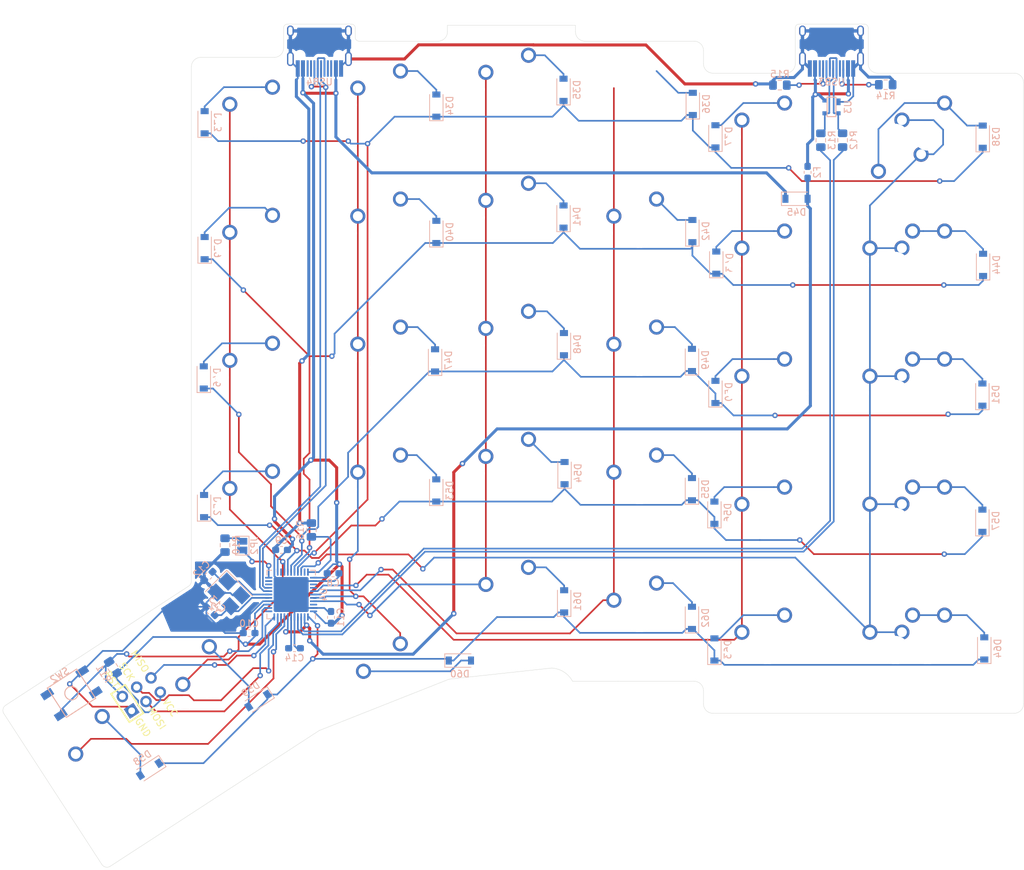
<source format=kicad_pcb>
(kicad_pcb (version 20171130) (host pcbnew 5.1.5)
  (layers (0 F.Cu signal) (31 B.Cu signal) (34 B.Paste user) (35 F.Paste user) (36 B.SilkS user) (37 F.SilkS user) (38 B.Mask user) (39 F.Mask user) (44 Edge.Cuts user))
  (net 0 "")
  (net 1 +5VA)
  (net 2 GNDA)
  (net 3 "Net-(C12-Pad1)")
  (net 4 "Net-(C13-Pad1)")
  (net 5 "Net-(C14-Pad1)")
  (net 6 "Net-(D33-Pad2)")
  (net 7 Row0_1)
  (net 8 "Net-(D34-Pad2)")
  (net 9 "Net-(D35-Pad2)")
  (net 10 "Net-(D36-Pad2)")
  (net 11 "Net-(D37-Pad2)")
  (net 12 "Net-(D38-Pad2)")
  (net 13 "Net-(D39-Pad2)")
  (net 14 Row1_1)
  (net 15 "Net-(D40-Pad2)")
  (net 16 "Net-(D41-Pad2)")
  (net 17 "Net-(D42-Pad2)")
  (net 18 "Net-(D43-Pad2)")
  (net 19 "Net-(D44-Pad2)")
  (net 20 VPP)
  (net 21 Row2_1)
  (net 22 "Net-(D46-Pad2)")
  (net 23 "Net-(D47-Pad2)")
  (net 24 "Net-(D48-Pad2)")
  (net 25 "Net-(D49-Pad2)")
  (net 26 "Net-(D50-Pad2)")
  (net 27 "Net-(D51-Pad2)")
  (net 28 "Net-(D52-Pad2)")
  (net 29 Row3_1)
  (net 30 "Net-(D53-Pad2)")
  (net 31 "Net-(D54-Pad2)")
  (net 32 "Net-(D55-Pad2)")
  (net 33 "Net-(D56-Pad2)")
  (net 34 "Net-(D57-Pad2)")
  (net 35 "Net-(D58-Pad2)")
  (net 36 Row4_1)
  (net 37 "Net-(D59-Pad2)")
  (net 38 "Net-(D60-Pad2)")
  (net 39 "Net-(D61-Pad2)")
  (net 40 "Net-(D62-Pad2)")
  (net 41 "Net-(D63-Pad2)")
  (net 42 "Net-(D64-Pad2)")
  (net 43 VDD)
  (net 44 RST_1)
  (net 45 MOSI_1)
  (net 46 SCK_1)
  (net 47 MISO_1)
  (net 48 HDETECT_1)
  (net 49 "Net-(JP2-Pad2)")
  (net 50 Col1_1)
  (net 51 Col2_1)
  (net 52 Col3_1)
  (net 53 Col4_1)
  (net 54 Col5_1)
  (net 55 Col6_1)
  (net 56 Col0_1)
  (net 57 "Net-(R12-Pad2)")
  (net 58 "Net-(R13-Pad2)")
  (net 59 "Net-(R14-Pad1)")
  (net 60 "Net-(R15-Pad1)")
  (net 61 "Net-(R16-Pad2)")
  (net 62 "Net-(U4-Pad42)")
  (net 63 "Net-(U4-Pad37)")
  (net 64 "Net-(U4-Pad36)")
  (net 65 "Net-(U4-Pad32)")
  (net 66 "Net-(U4-Pad21)")
  (net 67 "Net-(U4-Pad20)")
  (net 68 SDA_1)
  (net 69 SCL_1)
  (net 70 "Net-(USB3-Pad9)")
  (net 71 "Net-(USB3-Pad3)")
  (net 72 "Net-(USB4-Pad3)")
  (net 73 "Net-(USB4-Pad10)")
  (net 74 "Net-(USB4-Pad4)")
  (net 75 "Net-(USB4-Pad9)")
  (net 76 "Net-(U4-Pad12)")
  (net 77 D1_+)
  (net 78 D1_-)
  (net 79 "Net-(U4-Pad25)")
  (module MX_Only:MXOnly-1U-NoLED (layer F.Cu) (at 254.508 111.4425)
    (fp_text reference MX44)
    (fp_text value MX-NoLED)
    (pad "" np_thru_hole circle (at 5.08 0 48.0996) (size 1.75 1.75) (drill 1.75) (layers *.Cu *.Mask))
    (pad "" np_thru_hole circle (at -5.08 0 48.0996) (size 1.75 1.75) (drill 1.75) (layers *.Cu *.Mask))
    (pad 1 thru_hole circle (at -3.81 -2.54) (size 2.25 2.25) (drill 1.47) (layers *.Cu B.Mask) (net 50 Col1_1))
    (pad "" np_thru_hole circle (at 0 0) (size 3.9878 3.9878) (drill 3.9878) (layers *.Cu *.Mask))
    (pad 2 thru_hole circle (at 2.54 -5.08) (size 2.25 2.25) (drill 1.47) (layers *.Cu B.Mask) (net 22 "Net-(D46-Pad2)"))
  )
  (module MX_Only:MXOnly-1U-NoLED (layer F.Cu) (at 254.508 73.3298)
    (fp_text reference MX32)
    (fp_text value MX-NoLED)
    (pad "" np_thru_hole circle (at 5.08 0 48.0996) (size 1.75 1.75) (drill 1.75) (layers *.Cu *.Mask))
    (pad "" np_thru_hole circle (at -5.08 0 48.0996) (size 1.75 1.75) (drill 1.75) (layers *.Cu *.Mask))
    (pad 1 thru_hole circle (at -3.81 -2.54) (size 2.25 2.25) (drill 1.47) (layers *.Cu B.Mask) (net 50 Col1_1))
    (pad "" np_thru_hole circle (at 0 0) (size 3.9878 3.9878) (drill 3.9878) (layers *.Cu *.Mask))
    (pad 2 thru_hole circle (at 2.54 -5.08) (size 2.25 2.25) (drill 1.47) (layers *.Cu B.Mask) (net 6 "Net-(D33-Pad2)"))
  )
  (module Type-C:HRO-TYPE-C-31-M-12-HandSoldering (layer B.Cu) (at 340.233 57.277)
    (fp_text reference USB3 (at 0 10.2) (layer B.SilkS) (effects (justify mirror)))
    (fp_text value HRO-TYPE-C-31-M-12)
    (pad 12 smd rect (at 3.225 8.195) (size 0.6 2.45) (layers B.Cu B.Paste B.Mask) (net 2 GNDA))
    (pad 1 smd rect (at -3.225 8.195) (size 0.6 2.45) (layers B.Cu B.Paste B.Mask) (net 2 GNDA))
    (pad 11 smd rect (at 2.45 8.195) (size 0.6 2.45) (layers B.Cu B.Paste B.Mask) (net 43 VDD))
    (pad 2 smd rect (at -2.45 8.195) (size 0.6 2.45) (layers B.Cu B.Paste B.Mask) (net 43 VDD))
    (pad 3 smd rect (at -1.75 8.195) (size 0.3 2.45) (layers B.Cu B.Paste B.Mask) (net 71 "Net-(USB3-Pad3)"))
    (pad 10 smd rect (at 1.75 8.195) (size 0.3 2.45) (layers B.Cu B.Paste B.Mask) (net 59 "Net-(R14-Pad1)"))
    (pad 4 smd rect (at -1.25 8.195) (size 0.3 2.45) (layers B.Cu B.Paste B.Mask) (net 60 "Net-(R15-Pad1)"))
    (pad 9 smd rect (at 1.25 8.195) (size 0.3 2.45) (layers B.Cu B.Paste B.Mask) (net 70 "Net-(USB3-Pad9)"))
    (pad 5 smd rect (at -0.75 8.195) (size 0.3 2.45) (layers B.Cu B.Paste B.Mask) (net 58 "Net-(R13-Pad2)"))
    (pad 8 smd rect (at 0.75 8.195) (size 0.3 2.45) (layers B.Cu B.Paste B.Mask) (net 57 "Net-(R12-Pad2)"))
    (pad 7 smd rect (at 0.25 8.195) (size 0.3 2.45) (layers B.Cu B.Paste B.Mask) (net 58 "Net-(R13-Pad2)"))
    (pad 6 smd rect (at -0.25 8.195) (size 0.3 2.45) (layers B.Cu B.Paste B.Mask) (net 57 "Net-(R12-Pad2)"))
    (pad "" np_thru_hole circle (at 2.89 6.25) (size 0.65 0.65) (drill 0.65) (layers *.Cu *.Mask))
    (pad "" np_thru_hole circle (at -2.89 6.25) (size 0.65 0.65) (drill 0.65) (layers *.Cu *.Mask))
    (pad 13 thru_hole oval (at -4.32 6.78) (size 1 2.1) (drill oval 0.6 1.7) (layers *.Cu F.Mask) (net 2 GNDA))
    (pad 13 thru_hole oval (at 4.32 6.78) (size 1 2.1) (drill oval 0.6 1.7) (layers *.Cu F.Mask) (net 2 GNDA))
    (pad 13 thru_hole oval (at -4.32 2.6) (size 1 1.6) (drill oval 0.6 1.2) (layers *.Cu F.Mask) (net 2 GNDA))
    (pad 13 thru_hole oval (at 4.32 2.6) (size 1 1.6) (drill oval 0.6 1.2) (layers *.Cu F.Mask) (net 2 GNDA))
  )
  (module Type-C:HRO-TYPE-C-31-M-12-HandSoldering (layer B.Cu) (at 264.033 57.277)
    (fp_text reference USB4 (at 0 10.2) (layer B.SilkS) (effects (justify mirror)))
    (fp_text value HRO-TYPE-C-31-M-12)
    (pad 12 smd rect (at 3.225 8.195) (size 0.6 2.45) (layers B.Cu B.Paste B.Mask) (net 2 GNDA))
    (pad 1 smd rect (at -3.225 8.195) (size 0.6 2.45) (layers B.Cu B.Paste B.Mask) (net 2 GNDA))
    (pad 11 smd rect (at 2.45 8.195) (size 0.6 2.45) (layers B.Cu B.Paste B.Mask) (net 1 +5VA))
    (pad 2 smd rect (at -2.45 8.195) (size 0.6 2.45) (layers B.Cu B.Paste B.Mask) (net 1 +5VA))
    (pad 3 smd rect (at -1.75 8.195) (size 0.3 2.45) (layers B.Cu B.Paste B.Mask) (net 72 "Net-(USB4-Pad3)"))
    (pad 10 smd rect (at 1.75 8.195) (size 0.3 2.45) (layers B.Cu B.Paste B.Mask) (net 73 "Net-(USB4-Pad10)"))
    (pad 4 smd rect (at -1.25 8.195) (size 0.3 2.45) (layers B.Cu B.Paste B.Mask) (net 74 "Net-(USB4-Pad4)"))
    (pad 9 smd rect (at 1.25 8.195) (size 0.3 2.45) (layers B.Cu B.Paste B.Mask) (net 75 "Net-(USB4-Pad9)"))
    (pad 5 smd rect (at -0.75 8.195) (size 0.3 2.45) (layers B.Cu B.Paste B.Mask) (net 68 SDA_1))
    (pad 8 smd rect (at 0.75 8.195) (size 0.3 2.45) (layers B.Cu B.Paste B.Mask) (net 69 SCL_1))
    (pad 7 smd rect (at 0.25 8.195) (size 0.3 2.45) (layers B.Cu B.Paste B.Mask) (net 68 SDA_1))
    (pad 6 smd rect (at -0.25 8.195) (size 0.3 2.45) (layers B.Cu B.Paste B.Mask) (net 69 SCL_1))
    (pad "" np_thru_hole circle (at 2.89 6.25) (size 0.65 0.65) (drill 0.65) (layers *.Cu *.Mask))
    (pad "" np_thru_hole circle (at -2.89 6.25) (size 0.65 0.65) (drill 0.65) (layers *.Cu *.Mask))
    (pad 13 thru_hole oval (at -4.32 6.78) (size 1 2.1) (drill oval 0.6 1.7) (layers *.Cu F.Mask) (net 2 GNDA))
    (pad 13 thru_hole oval (at 4.32 6.78) (size 1 2.1) (drill oval 0.6 1.7) (layers *.Cu F.Mask) (net 2 GNDA))
    (pad 13 thru_hole oval (at -4.32 2.6) (size 1 1.6) (drill oval 0.6 1.2) (layers *.Cu F.Mask) (net 2 GNDA))
    (pad 13 thru_hole oval (at 4.32 2.6) (size 1 1.6) (drill oval 0.6 1.2) (layers *.Cu F.Mask) (net 2 GNDA))
  )
  (module Capacitor_SMD:C_0603_1608Metric_Pad1.05x0.95mm_HandSolder (layer B.Cu) (at 253.5682 149.479 180)
    (fp_text reference C10 (at 0 1.43) (layer B.SilkS) (effects (justify mirror)))
    (fp_text value 0.1uF)
    (pad 1 smd roundrect (at -0.875 0 180) (size 1.05 0.95) (layers B.Cu B.Paste B.Mask) (net 1 +5VA))
    (pad 2 smd roundrect (at 0.875 0 180) (size 1.05 0.95) (layers B.Cu B.Paste B.Mask) (net 2 GNDA))
  )
  (module MX_Only:MXOnly-1.5U-Vertical-NoLED (layer F.Cu) (at 248.285 157.1625 33)
    (fp_text reference MX57)
    (fp_text value MX-NoLED)
    (pad 2 thru_hole circle (at 2.54 -5.08 33) (size 2.25 2.25) (drill 1.47) (layers *.Cu B.Mask) (net 37 "Net-(D59-Pad2)"))
    (pad "" np_thru_hole circle (at 0 0 33) (size 3.9878 3.9878) (drill 3.9878) (layers *.Cu *.Mask))
    (pad 1 thru_hole circle (at -3.81 -2.54 33) (size 2.25 2.25) (drill 1.47) (layers *.Cu B.Mask) (net 50 Col1_1))
    (pad "" np_thru_hole circle (at -5.08 0 81.0996) (size 1.75 1.75) (drill 1.75) (layers *.Cu *.Mask))
    (pad "" np_thru_hole circle (at 5.08 0 81.0996) (size 1.75 1.75) (drill 1.75) (layers *.Cu *.Mask))
  )
  (module MX_Only:MXOnly-1U-NoLED (layer F.Cu) (at 254.508 130.4925)
    (fp_text reference MX50)
    (fp_text value MX-NoLED)
    (pad 2 thru_hole circle (at 2.54 -5.08) (size 2.25 2.25) (drill 1.47) (layers *.Cu B.Mask) (net 28 "Net-(D52-Pad2)"))
    (pad "" np_thru_hole circle (at 0 0) (size 3.9878 3.9878) (drill 3.9878) (layers *.Cu *.Mask))
    (pad 1 thru_hole circle (at -3.81 -2.54) (size 2.25 2.25) (drill 1.47) (layers *.Cu B.Mask) (net 50 Col1_1))
    (pad "" np_thru_hole circle (at -5.08 0 48.0996) (size 1.75 1.75) (drill 1.75) (layers *.Cu *.Mask))
    (pad "" np_thru_hole circle (at 5.08 0 48.0996) (size 1.75 1.75) (drill 1.75) (layers *.Cu *.Mask))
  )
  (module Capacitor_SMD:C_0603_1608Metric_Pad1.05x0.95mm_HandSolder (layer B.Cu) (at 266.065 140.589)
    (fp_text reference C8 (at 0 1.43) (layer B.SilkS) (effects (justify mirror)))
    (fp_text value 0.1uF)
    (pad 1 smd roundrect (at -0.875 0) (size 1.05 0.95) (layers B.Cu B.Paste B.Mask) (net 1 +5VA))
    (pad 2 smd roundrect (at 0.875 0) (size 1.05 0.95) (layers B.Cu B.Paste B.Mask) (net 2 GNDA))
  )
  (module Capacitor_SMD:C_0603_1608Metric_Pad1.05x0.95mm_HandSolder (layer B.Cu) (at 258.3942 137.1092 180)
    (fp_text reference C9 (at 0 1.43) (layer B.SilkS) (effects (justify mirror)))
    (fp_text value 0.1uF)
    (pad 2 smd roundrect (at 0.875 0 180) (size 1.05 0.95) (layers B.Cu B.Paste B.Mask) (net 2 GNDA))
    (pad 1 smd roundrect (at -0.875 0 180) (size 1.05 0.95) (layers B.Cu B.Paste B.Mask) (net 1 +5VA))
  )
  (module Capacitor_SMD:C_0603_1608Metric_Pad1.05x0.95mm_HandSolder (layer B.Cu) (at 265.7602 147.1422 90)
    (fp_text reference C11 (at 0 1.43 90) (layer B.SilkS) (effects (justify mirror)))
    (fp_text value 10uF)
    (pad 2 smd roundrect (at 0.875 0 90) (size 1.05 0.95) (layers B.Cu B.Paste B.Mask) (net 2 GNDA))
    (pad 1 smd roundrect (at -0.875 0 90) (size 1.05 0.95) (layers B.Cu B.Paste B.Mask) (net 1 +5VA))
  )
  (module Capacitor_SMD:C_0603_1608Metric_Pad1.05x0.95mm_HandSolder (layer B.Cu) (at 247.5103 140.9827 225)
    (fp_text reference C12 (at 0 1.43 45) (layer B.SilkS) (effects (justify mirror)))
    (fp_text value 22pF)
    (pad 1 smd roundrect (at -0.875 0 225) (size 1.05 0.95) (layers B.Cu B.Paste B.Mask) (net 3 "Net-(C12-Pad1)"))
    (pad 2 smd roundrect (at 0.875 0 225) (size 1.05 0.95) (layers B.Cu B.Paste B.Mask) (net 2 GNDA))
  )
  (module Capacitor_SMD:C_0603_1608Metric_Pad1.05x0.95mm_HandSolder (layer B.Cu) (at 247.8278 146.1897 135)
    (fp_text reference C13 (at 0 1.43 135) (layer B.SilkS) (effects (justify mirror)))
    (fp_text value 22pF)
    (pad 2 smd roundrect (at 0.875 0 135) (size 1.05 0.95) (layers B.Cu B.Paste B.Mask) (net 2 GNDA))
    (pad 1 smd roundrect (at -0.875 0 135) (size 1.05 0.95) (layers B.Cu B.Paste B.Mask) (net 4 "Net-(C13-Pad1)"))
  )
  (module Diode_SMD:D_SOD-123 (layer B.Cu) (at 246.9515 73.4685 90)
    (fp_text reference D33 (at 0 2 90) (layer B.SilkS) (effects (justify mirror)))
    (fp_text value D_Small)
    (pad 1 smd rect (at -1.65 0 90) (size 0.9 1.2) (layers B.Cu B.Paste B.Mask) (net 7 Row0_1))
    (pad 2 smd rect (at 1.65 0 90) (size 0.9 1.2) (layers B.Cu B.Paste B.Mask) (net 6 "Net-(D33-Pad2)"))
  )
  (module Diode_SMD:D_SOD-123 (layer B.Cu) (at 281.432 70.992 90)
    (fp_text reference D34 (at 0 2 90) (layer B.SilkS) (effects (justify mirror)))
    (fp_text value D_Small)
    (pad 1 smd rect (at -1.65 0 90) (size 0.9 1.2) (layers B.Cu B.Paste B.Mask) (net 7 Row0_1))
    (pad 2 smd rect (at 1.65 0 90) (size 0.9 1.2) (layers B.Cu B.Paste B.Mask) (net 8 "Net-(D34-Pad2)"))
  )
  (module Diode_SMD:D_SOD-123 (layer B.Cu) (at 300.355 68.6425 90)
    (fp_text reference D35 (at 0 2 90) (layer B.SilkS) (effects (justify mirror)))
    (fp_text value D_Small)
    (pad 2 smd rect (at 1.65 0 90) (size 0.9 1.2) (layers B.Cu B.Paste B.Mask) (net 9 "Net-(D35-Pad2)"))
    (pad 1 smd rect (at -1.65 0 90) (size 0.9 1.2) (layers B.Cu B.Paste B.Mask) (net 7 Row0_1))
  )
  (module Diode_SMD:D_SOD-123 (layer B.Cu) (at 319.5955 70.739 90)
    (fp_text reference D36 (at 0 2 90) (layer B.SilkS) (effects (justify mirror)))
    (fp_text value D_Small)
    (pad 1 smd rect (at -1.65 0 90) (size 0.9 1.2) (layers B.Cu B.Paste B.Mask) (net 7 Row0_1))
    (pad 2 smd rect (at 1.65 0 90) (size 0.9 1.2) (layers B.Cu B.Paste B.Mask) (net 10 "Net-(D36-Pad2)"))
  )
  (module Diode_SMD:D_SOD-123 (layer B.Cu) (at 322.961 75.564 90)
    (fp_text reference D37 (at 0 2 90) (layer B.SilkS) (effects (justify mirror)))
    (fp_text value D_Small)
    (pad 2 smd rect (at 1.65 0 90) (size 0.9 1.2) (layers B.Cu B.Paste B.Mask) (net 11 "Net-(D37-Pad2)"))
    (pad 1 smd rect (at -1.65 0 90) (size 0.9 1.2) (layers B.Cu B.Paste B.Mask) (net 7 Row0_1))
  )
  (module Diode_SMD:D_SOD-123 (layer B.Cu) (at 362.7374 75.6158 90)
    (fp_text reference D38 (at 0 2 90) (layer B.SilkS) (effects (justify mirror)))
    (fp_text value D_Small)
    (pad 1 smd rect (at -1.65 0 90) (size 0.9 1.2) (layers B.Cu B.Paste B.Mask) (net 7 Row0_1))
    (pad 2 smd rect (at 1.65 0 90) (size 0.9 1.2) (layers B.Cu B.Paste B.Mask) (net 12 "Net-(D38-Pad2)"))
  )
  (module Diode_SMD:D_SOD-123 (layer B.Cu) (at 246.9515 92.201 90)
    (fp_text reference D39 (at 0 2 90) (layer B.SilkS) (effects (justify mirror)))
    (fp_text value D_Small)
    (pad 1 smd rect (at -1.65 0 90) (size 0.9 1.2) (layers B.Cu B.Paste B.Mask) (net 14 Row1_1))
    (pad 2 smd rect (at 1.65 0 90) (size 0.9 1.2) (layers B.Cu B.Paste B.Mask) (net 13 "Net-(D39-Pad2)"))
  )
  (module Diode_SMD:D_SOD-123 (layer B.Cu) (at 281.432 89.788 90)
    (fp_text reference D40 (at 0 2 90) (layer B.SilkS) (effects (justify mirror)))
    (fp_text value D_Small)
    (pad 2 smd rect (at 1.65 0 90) (size 0.9 1.2) (layers B.Cu B.Paste B.Mask) (net 15 "Net-(D40-Pad2)"))
    (pad 1 smd rect (at -1.65 0 90) (size 0.9 1.2) (layers B.Cu B.Paste B.Mask) (net 14 Row1_1))
  )
  (module Diode_SMD:D_SOD-123 (layer B.Cu) (at 300.355 87.502 90)
    (fp_text reference D41 (at 0 2 90) (layer B.SilkS) (effects (justify mirror)))
    (fp_text value D_Small)
    (pad 2 smd rect (at 1.65 0 90) (size 0.9 1.2) (layers B.Cu B.Paste B.Mask) (net 16 "Net-(D41-Pad2)"))
    (pad 1 smd rect (at -1.65 0 90) (size 0.9 1.2) (layers B.Cu B.Paste B.Mask) (net 14 Row1_1))
  )
  (module Diode_SMD:D_SOD-123 (layer B.Cu) (at 319.532 89.661 90)
    (fp_text reference D42 (at 0 2 90) (layer B.SilkS) (effects (justify mirror)))
    (fp_text value D_Small)
    (pad 1 smd rect (at -1.65 0 90) (size 0.9 1.2) (layers B.Cu B.Paste B.Mask) (net 14 Row1_1))
    (pad 2 smd rect (at 1.65 0 90) (size 0.9 1.2) (layers B.Cu B.Paste B.Mask) (net 17 "Net-(D42-Pad2)"))
  )
  (module Diode_SMD:D_SOD-123 (layer B.Cu) (at 323.088 94.36 90)
    (fp_text reference D43 (at 0 2 90) (layer B.SilkS) (effects (justify mirror)))
    (fp_text value D_Small)
    (pad 2 smd rect (at 1.65 0 90) (size 0.9 1.2) (layers B.Cu B.Paste B.Mask) (net 18 "Net-(D43-Pad2)"))
    (pad 1 smd rect (at -1.65 0 90) (size 0.9 1.2) (layers B.Cu B.Paste B.Mask) (net 14 Row1_1))
  )
  (module Diode_SMD:D_SOD-123 (layer B.Cu) (at 362.7882 94.6912 90)
    (fp_text reference D44 (at 0 2 90) (layer B.SilkS) (effects (justify mirror)))
    (fp_text value D_Small)
    (pad 1 smd rect (at -1.65 0 90) (size 0.9 1.2) (layers B.Cu B.Paste B.Mask) (net 14 Row1_1))
    (pad 2 smd rect (at 1.65 0 90) (size 0.9 1.2) (layers B.Cu B.Paste B.Mask) (net 19 "Net-(D44-Pad2)"))
  )
  (module Diode_SMD:D_SOD-123 (layer B.Cu) (at 335.026 84.8614)
    (fp_text reference D45 (at 0 2) (layer B.SilkS) (effects (justify mirror)))
    (fp_text value Schottky)
    (pad 1 smd rect (at -1.65 0) (size 0.9 1.2) (layers B.Cu B.Paste B.Mask) (net 1 +5VA))
    (pad 2 smd rect (at 1.65 0) (size 0.9 1.2) (layers B.Cu B.Paste B.Mask) (net 20 VPP))
  )
  (module Diode_SMD:D_SOD-123 (layer B.Cu) (at 246.8245 111.4415 90)
    (fp_text reference D46 (at 0 2 90) (layer B.SilkS) (effects (justify mirror)))
    (fp_text value D_Small)
    (pad 2 smd rect (at 1.65 0 90) (size 0.9 1.2) (layers B.Cu B.Paste B.Mask) (net 22 "Net-(D46-Pad2)"))
    (pad 1 smd rect (at -1.65 0 90) (size 0.9 1.2) (layers B.Cu B.Paste B.Mask) (net 21 Row2_1))
  )
  (module Diode_SMD:D_SOD-123 (layer B.Cu) (at 281.2415 108.9015 90)
    (fp_text reference D47 (at 0 2 90) (layer B.SilkS) (effects (justify mirror)))
    (fp_text value D_Small)
    (pad 1 smd rect (at -1.65 0 90) (size 0.9 1.2) (layers B.Cu B.Paste B.Mask) (net 21 Row2_1))
    (pad 2 smd rect (at 1.65 0 90) (size 0.9 1.2) (layers B.Cu B.Paste B.Mask) (net 23 "Net-(D47-Pad2)"))
  )
  (module Diode_SMD:D_SOD-123 (layer B.Cu) (at 300.4185 106.4885 90)
    (fp_text reference D48 (at 0 2 90) (layer B.SilkS) (effects (justify mirror)))
    (fp_text value D_Small)
    (pad 2 smd rect (at 1.65 0 90) (size 0.9 1.2) (layers B.Cu B.Paste B.Mask) (net 24 "Net-(D48-Pad2)"))
    (pad 1 smd rect (at -1.65 0 90) (size 0.9 1.2) (layers B.Cu B.Paste B.Mask) (net 21 Row2_1))
  )
  (module Diode_SMD:D_SOD-123 (layer B.Cu) (at 319.4685 108.839 90)
    (fp_text reference D49 (at 0 2 90) (layer B.SilkS) (effects (justify mirror)))
    (fp_text value D_Small)
    (pad 1 smd rect (at -1.65 0 90) (size 0.9 1.2) (layers B.Cu B.Paste B.Mask) (net 21 Row2_1))
    (pad 2 smd rect (at 1.65 0 90) (size 0.9 1.2) (layers B.Cu B.Paste B.Mask) (net 25 "Net-(D49-Pad2)"))
  )
  (module Diode_SMD:D_SOD-123 (layer B.Cu) (at 322.961 113.6005 90)
    (fp_text reference D50 (at 0 2 90) (layer B.SilkS) (effects (justify mirror)))
    (fp_text value D_Small)
    (pad 2 smd rect (at 1.65 0 90) (size 0.9 1.2) (layers B.Cu B.Paste B.Mask) (net 26 "Net-(D50-Pad2)"))
    (pad 1 smd rect (at -1.65 0 90) (size 0.9 1.2) (layers B.Cu B.Paste B.Mask) (net 21 Row2_1))
  )
  (module Diode_SMD:D_SOD-123 (layer B.Cu) (at 362.6866 113.9952 90)
    (fp_text reference D51 (at 0 2 90) (layer B.SilkS) (effects (justify mirror)))
    (fp_text value D_Small)
    (pad 1 smd rect (at -1.65 0 90) (size 0.9 1.2) (layers B.Cu B.Paste B.Mask) (net 21 Row2_1))
    (pad 2 smd rect (at 1.65 0 90) (size 0.9 1.2) (layers B.Cu B.Paste B.Mask) (net 27 "Net-(D51-Pad2)"))
  )
  (module Diode_SMD:D_SOD-123 (layer B.Cu) (at 246.869 130.5805 90)
    (fp_text reference D52 (at 0 2 90) (layer B.SilkS) (effects (justify mirror)))
    (fp_text value D_Small)
    (pad 1 smd rect (at -1.65 0 90) (size 0.9 1.2) (layers B.Cu B.Paste B.Mask) (net 29 Row3_1))
    (pad 2 smd rect (at 1.65 0 90) (size 0.9 1.2) (layers B.Cu B.Paste B.Mask) (net 28 "Net-(D52-Pad2)"))
  )
  (module Diode_SMD:D_SOD-123 (layer B.Cu) (at 281.419 128.2575 90)
    (fp_text reference D53 (at 0 2 90) (layer B.SilkS) (effects (justify mirror)))
    (fp_text value D_Small)
    (pad 1 smd rect (at -1.65 0 90) (size 0.9 1.2) (layers B.Cu B.Paste B.Mask) (net 29 Row3_1))
    (pad 2 smd rect (at 1.65 0 90) (size 0.9 1.2) (layers B.Cu B.Paste B.Mask) (net 30 "Net-(D53-Pad2)"))
  )
  (module Diode_SMD:D_SOD-123 (layer B.Cu) (at 300.509 125.678 90)
    (fp_text reference D54 (at 0 2 90) (layer B.SilkS) (effects (justify mirror)))
    (fp_text value D_Small)
    (pad 2 smd rect (at 1.65 0 90) (size 0.9 1.2) (layers B.Cu B.Paste B.Mask) (net 31 "Net-(D54-Pad2)"))
    (pad 1 smd rect (at -1.65 0 90) (size 0.9 1.2) (layers B.Cu B.Paste B.Mask) (net 29 Row3_1))
  )
  (module Diode_SMD:D_SOD-123 (layer B.Cu) (at 319.469 128.0675 90)
    (fp_text reference D55 (at 0 2 90) (layer B.SilkS) (effects (justify mirror)))
    (fp_text value D_Small)
    (pad 1 smd rect (at -1.65 0 90) (size 0.9 1.2) (layers B.Cu B.Paste B.Mask) (net 29 Row3_1))
    (pad 2 smd rect (at 1.65 0 90) (size 0.9 1.2) (layers B.Cu B.Paste B.Mask) (net 32 "Net-(D55-Pad2)"))
  )
  (module Diode_SMD:D_SOD-123 (layer B.Cu) (at 322.8086 131.572 90)
    (fp_text reference D56 (at 0 2 90) (layer B.SilkS) (effects (justify mirror)))
    (fp_text value D_Small)
    (pad 2 smd rect (at 1.65 0 90) (size 0.9 1.2) (layers B.Cu B.Paste B.Mask) (net 33 "Net-(D56-Pad2)"))
    (pad 1 smd rect (at -1.65 0 90) (size 0.9 1.2) (layers B.Cu B.Paste B.Mask) (net 29 Row3_1))
  )
  (module Diode_SMD:D_SOD-123 (layer B.Cu) (at 362.6866 132.7658 90)
    (fp_text reference D57 (at 0 2 90) (layer B.SilkS) (effects (justify mirror)))
    (fp_text value D_Small)
    (pad 1 smd rect (at -1.65 0 90) (size 0.9 1.2) (layers B.Cu B.Paste B.Mask) (net 29 Row3_1))
    (pad 2 smd rect (at 1.65 0 90) (size 0.9 1.2) (layers B.Cu B.Paste B.Mask) (net 34 "Net-(D57-Pad2)"))
  )
  (module Diode_SMD:D_SOD-123 (layer B.Cu) (at 238.773194 169.745154 213)
    (fp_text reference D58 (at 0 2 33) (layer B.SilkS) (effects (justify mirror)))
    (fp_text value D_Small)
    (pad 1 smd rect (at -1.65 0 213) (size 0.9 1.2) (layers B.Cu B.Paste B.Mask) (net 36 Row4_1))
    (pad 2 smd rect (at 1.65 0 213) (size 0.9 1.2) (layers B.Cu B.Paste B.Mask) (net 35 "Net-(D58-Pad2)"))
  )
  (module Diode_SMD:D_SOD-123 (layer B.Cu) (at 254.902194 159.521654 213)
    (fp_text reference D59 (at 0 2 33) (layer B.SilkS) (effects (justify mirror)))
    (fp_text value D_Small)
    (pad 1 smd rect (at -1.65 0 213) (size 0.9 1.2) (layers B.Cu B.Paste B.Mask) (net 36 Row4_1))
    (pad 2 smd rect (at 1.65 0 213) (size 0.9 1.2) (layers B.Cu B.Paste B.Mask) (net 37 "Net-(D59-Pad2)"))
  )
  (module Diode_SMD:D_SOD-123 (layer B.Cu) (at 284.9372 153.5684)
    (fp_text reference D60 (at 0 2) (layer B.SilkS) (effects (justify mirror)))
    (fp_text value D_Small)
    (pad 1 smd rect (at -1.65 0) (size 0.9 1.2) (layers B.Cu B.Paste B.Mask) (net 36 Row4_1))
    (pad 2 smd rect (at 1.65 0) (size 0.9 1.2) (layers B.Cu B.Paste B.Mask) (net 38 "Net-(D60-Pad2)"))
  )
  (module Diode_SMD:D_SOD-123 (layer B.Cu) (at 300.449 144.758 90)
    (fp_text reference D61 (at 0 2 90) (layer B.SilkS) (effects (justify mirror)))
    (fp_text value D_Small)
    (pad 2 smd rect (at 1.65 0 90) (size 0.9 1.2) (layers B.Cu B.Paste B.Mask) (net 39 "Net-(D61-Pad2)"))
    (pad 1 smd rect (at -1.65 0 90) (size 0.9 1.2) (layers B.Cu B.Paste B.Mask) (net 36 Row4_1))
  )
  (module Diode_SMD:D_SOD-123 (layer B.Cu) (at 319.469 147.2175 90)
    (fp_text reference D62 (at 0 2 90) (layer B.SilkS) (effects (justify mirror)))
    (fp_text value D_Small)
    (pad 1 smd rect (at -1.65 0 90) (size 0.9 1.2) (layers B.Cu B.Paste B.Mask) (net 36 Row4_1))
    (pad 2 smd rect (at 1.65 0 90) (size 0.9 1.2) (layers B.Cu B.Paste B.Mask) (net 40 "Net-(D62-Pad2)"))
  )
  (module Diode_SMD:D_SOD-123 (layer B.Cu) (at 322.809 151.92 90)
    (fp_text reference D63 (at 0 2 90) (layer B.SilkS) (effects (justify mirror)))
    (fp_text value D_Small)
    (pad 2 smd rect (at 1.65 0 90) (size 0.9 1.2) (layers B.Cu B.Paste B.Mask) (net 41 "Net-(D63-Pad2)"))
    (pad 1 smd rect (at -1.65 0 90) (size 0.9 1.2) (layers B.Cu B.Paste B.Mask) (net 36 Row4_1))
  )
  (module Diode_SMD:D_SOD-123 (layer B.Cu) (at 362.966 151.765 90)
    (fp_text reference D64 (at 0 2 90) (layer B.SilkS) (effects (justify mirror)))
    (fp_text value D_Small)
    (pad 1 smd rect (at -1.65 0 90) (size 0.9 1.2) (layers B.Cu B.Paste B.Mask) (net 36 Row4_1))
    (pad 2 smd rect (at 1.65 0 90) (size 0.9 1.2) (layers B.Cu B.Paste B.Mask) (net 42 "Net-(D64-Pad2)"))
  )
  (module Fuse:Fuse_0603_1608Metric_Pad1.05x0.95mm_HandSolder (layer B.Cu) (at 336.677 80.913 90)
    (fp_text reference F2 (at 0 1.43 90) (layer B.SilkS) (effects (justify mirror)))
    (fp_text value 500mA)
    (pad 2 smd roundrect (at 0.875 0 90) (size 1.05 0.95) (layers B.Cu B.Paste B.Mask) (net 43 VDD))
    (pad 1 smd roundrect (at -0.875 0 90) (size 1.05 0.95) (layers B.Cu B.Paste B.Mask) (net 20 VPP))
  )
  (module Resistor_SMD:R_0805_2012Metric_Pad1.15x1.40mm_HandSolder (layer B.Cu) (at 249.9868 136.398 90)
    (fp_text reference R10 (at 0 1.65 90) (layer B.SilkS) (effects (justify mirror)))
    (fp_text value 10k)
    (pad 2 smd roundrect (at 1.025 0 90) (size 1.15 1.4) (layers B.Cu B.Paste B.Mask) (roundrect_rratio 0.217391) (net 49 "Net-(JP2-Pad2)"))
    (pad 1 smd roundrect (at -1.025 0 90) (size 1.15 1.4) (layers B.Cu B.Paste B.Mask) (roundrect_rratio 0.217391) (net 2 GNDA))
  )
  (module Resistor_SMD:R_0805_2012Metric_Pad1.15x1.40mm_HandSolder (layer B.Cu) (at 233.299 154.6225 303)
    (fp_text reference R11 (at 0 1.65 123) (layer B.SilkS) (effects (justify mirror)))
    (fp_text value 10k)
    (pad 1 smd roundrect (at -1.025 0 303) (size 1.15 1.4) (layers B.Cu B.Paste B.Mask) (roundrect_rratio 0.217391) (net 44 RST_1))
    (pad 2 smd roundrect (at 1.025 0 303) (size 1.15 1.4) (layers B.Cu B.Paste B.Mask) (roundrect_rratio 0.217391) (net 1 +5VA))
  )
  (module Resistor_SMD:R_0805_2012Metric_Pad1.15x1.40mm_HandSolder (layer B.Cu) (at 341.884 76.1365 90)
    (fp_text reference R12 (at 0 1.65 90) (layer B.SilkS) (effects (justify mirror)))
    (fp_text value 22)
    (pad 2 smd roundrect (at 1.025 0 90) (size 1.15 1.4) (layers B.Cu B.Paste B.Mask) (roundrect_rratio 0.217391) (net 57 "Net-(R12-Pad2)"))
    (pad 1 smd roundrect (at -1.025 0 90) (size 1.15 1.4) (layers B.Cu B.Paste B.Mask) (roundrect_rratio 0.217391) (net 77 D1_+))
  )
  (module Resistor_SMD:R_0805_2012Metric_Pad1.15x1.40mm_HandSolder (layer B.Cu) (at 338.6455 76.1455 90)
    (fp_text reference R13 (at 0 1.65 90) (layer B.SilkS) (effects (justify mirror)))
    (fp_text value 22)
    (pad 1 smd roundrect (at -1.025 0 90) (size 1.15 1.4) (layers B.Cu B.Paste B.Mask) (roundrect_rratio 0.217391) (net 78 D1_-))
    (pad 2 smd roundrect (at 1.025 0 90) (size 1.15 1.4) (layers B.Cu B.Paste B.Mask) (roundrect_rratio 0.217391) (net 58 "Net-(R13-Pad2)"))
  )
  (module Resistor_SMD:R_0805_2012Metric_Pad1.15x1.40mm_HandSolder (layer B.Cu) (at 348.2975 67.8815)
    (fp_text reference R14 (at 0 1.65) (layer B.SilkS) (effects (justify mirror)))
    (fp_text value 5.1k)
    (pad 2 smd roundrect (at 1.025 0) (size 1.15 1.4) (layers B.Cu B.Paste B.Mask) (roundrect_rratio 0.217391) (net 2 GNDA))
    (pad 1 smd roundrect (at -1.025 0) (size 1.15 1.4) (layers B.Cu B.Paste B.Mask) (roundrect_rratio 0.217391) (net 59 "Net-(R14-Pad1)"))
  )
  (module Resistor_SMD:R_0805_2012Metric_Pad1.15x1.40mm_HandSolder (layer B.Cu) (at 332.5495 67.945 180)
    (fp_text reference R15 (at 0 1.65) (layer B.SilkS) (effects (justify mirror)))
    (fp_text value 5.1k)
    (pad 2 smd roundrect (at 1.025 0 180) (size 1.15 1.4) (layers B.Cu B.Paste B.Mask) (roundrect_rratio 0.217391) (net 2 GNDA))
    (pad 1 smd roundrect (at -1.025 0 180) (size 1.15 1.4) (layers B.Cu B.Paste B.Mask) (roundrect_rratio 0.217391) (net 60 "Net-(R15-Pad1)"))
  )
  (module locallib:SKQGADE010 (layer B.Cu) (at 227.1395 158.4325 33)
    (fp_text reference SW2 (at -0.021036 -3.208837 33) (layer B.SilkS) (effects (justify mirror)))
    (fp_text value SW_Push)
    (pad 1 smd rect (at 3.1 -1.85 33) (size 1.8 1.1) (layers B.Cu B.Paste B.Mask) (net 2 GNDA))
    (pad 2 smd rect (at -3.1 1.85 33) (size 1.8 1.1) (layers B.Cu B.Paste B.Mask) (net 44 RST_1))
    (pad 3 smd rect (at 3.1 1.85 33) (size 1.8 1.1) (layers B.Cu B.Paste B.Mask))
    (pad 4 smd rect (at -3.1 -1.85 33) (size 1.8 1.1) (layers B.Cu B.Paste B.Mask))
  )
  (module locallib:SOT143B (layer B.Cu) (at 340.233 71.1835 270)
    (fp_text reference U3 (at 0 -2.45 90) (layer B.SilkS) (effects (justify mirror)))
    (fp_text value PRTR5V0U2X)
    (pad 1 smd rect (at -0.75 -1 270) (size 1 0.7) (layers B.Cu B.Paste B.Mask) (net 2 GNDA))
    (pad 4 smd rect (at -0.95 1 270) (size 0.6 0.7) (layers B.Cu B.Paste B.Mask) (net 43 VDD))
    (pad 2 smd rect (at 0.95 -1 270) (size 0.6 0.7) (layers B.Cu B.Paste B.Mask) (net 57 "Net-(R12-Pad2)"))
    (pad 3 smd rect (at 0.95 1 270) (size 0.6 0.7) (layers B.Cu B.Paste B.Mask) (net 58 "Net-(R13-Pad2)"))
  )
  (module Package_DFN_QFN:QFN-44-1EP_7x7mm_P0.5mm_EP5.2x5.2mm (layer B.Cu) (at 259.8235 143.7455 90)
    (fp_text reference U4 (at 0 4.82 90) (layer B.SilkS) (effects (justify mirror)))
    (fp_text value ATmega32U4-MU)
    (pad 44 smd roundrect (at -2.5 3.3375 90) (size 0.25 1.075) (layers B.Cu B.Paste B.Mask) (net 1 +5VA))
    (pad 43 smd roundrect (at -2 3.3375 90) (size 0.25 1.075) (layers B.Cu B.Paste B.Mask) (net 2 GNDA))
    (pad 42 smd roundrect (at -1.5 3.3375 90) (size 0.25 1.075) (layers B.Cu B.Paste B.Mask) (net 62 "Net-(U4-Pad42)"))
    (pad 41 smd roundrect (at -1 3.3375 90) (size 0.25 1.075) (layers B.Cu B.Paste B.Mask) (net 52 Col3_1))
    (pad 40 smd roundrect (at -0.5 3.3375 90) (size 0.25 1.075) (layers B.Cu B.Paste B.Mask) (net 51 Col2_1))
    (pad 39 smd roundrect (at 0 3.3375 90) (size 0.25 1.075) (layers B.Cu B.Paste B.Mask) (net 53 Col4_1))
    (pad 38 smd roundrect (at 0.5 3.3375 90) (size 0.25 1.075) (layers B.Cu B.Paste B.Mask) (net 54 Col5_1))
    (pad 37 smd roundrect (at 1 3.3375 90) (size 0.25 1.075) (layers B.Cu B.Paste B.Mask) (net 63 "Net-(U4-Pad37)"))
    (pad 36 smd roundrect (at 1.5 3.3375 90) (size 0.25 1.075) (layers B.Cu B.Paste B.Mask) (net 64 "Net-(U4-Pad36)"))
    (pad 35 smd roundrect (at 2 3.3375 90) (size 0.25 1.075) (layers B.Cu B.Paste B.Mask) (net 2 GNDA))
    (pad 34 smd roundrect (at 2.5 3.3375 90) (size 0.25 1.075) (layers B.Cu B.Paste B.Mask) (net 1 +5VA))
    (pad 33 smd roundrect (at 3.3375 2.5 90) (size 1.075 0.25) (layers B.Cu B.Paste B.Mask) (net 61 "Net-(R16-Pad2)"))
    (pad 32 smd roundrect (at 3.3375 2 90) (size 1.075 0.25) (layers B.Cu B.Paste B.Mask) (net 65 "Net-(U4-Pad32)"))
    (pad 31 smd roundrect (at 3.3375 1.5 90) (size 1.075 0.25) (layers B.Cu B.Paste B.Mask) (net 55 Col6_1))
    (pad 30 smd roundrect (at 3.3375 1 90) (size 1.075 0.25) (layers B.Cu B.Paste B.Mask) (net 7 Row0_1))
    (pad 29 smd roundrect (at 3.3375 0.5 90) (size 1.075 0.25) (layers B.Cu B.Paste B.Mask) (net 14 Row1_1))
    (pad 28 smd roundrect (at 3.3375 0 90) (size 1.075 0.25) (layers B.Cu B.Paste B.Mask) (net 21 Row2_1))
    (pad 27 smd roundrect (at 3.3375 -0.5 90) (size 1.075 0.25) (layers B.Cu B.Paste B.Mask) (net 29 Row3_1))
    (pad 26 smd roundrect (at 3.3375 -1 90) (size 1.075 0.25) (layers B.Cu B.Paste B.Mask) (net 50 Col1_1))
    (pad 25 smd roundrect (at 3.3375 -1.5 90) (size 1.075 0.25) (layers B.Cu B.Paste B.Mask) (net 79 "Net-(U4-Pad25)"))
    (pad 24 smd roundrect (at 3.3375 -2 90) (size 1.075 0.25) (layers B.Cu B.Paste B.Mask) (net 1 +5VA))
    (pad 23 smd roundrect (at 3.3375 -2.5 90) (size 1.075 0.25) (layers B.Cu B.Paste B.Mask) (net 2 GNDA))
    (pad 22 smd roundrect (at 2.5 -3.3375 90) (size 0.25 1.075) (layers B.Cu B.Paste B.Mask) (net 48 HDETECT_1))
    (pad 21 smd roundrect (at 2 -3.3375 90) (size 0.25 1.075) (layers B.Cu B.Paste B.Mask) (net 66 "Net-(U4-Pad21)"))
    (pad 20 smd roundrect (at 1.5 -3.3375 90) (size 0.25 1.075) (layers B.Cu B.Paste B.Mask) (net 67 "Net-(U4-Pad20)"))
    (pad 19 smd roundrect (at 1 -3.3375 90) (size 0.25 1.075) (layers B.Cu B.Paste B.Mask) (net 68 SDA_1))
    (pad 18 smd roundrect (at 0.5 -3.3375 90) (size 0.25 1.075) (layers B.Cu B.Paste B.Mask) (net 69 SCL_1))
    (pad 17 smd roundrect (at 0 -3.3375 90) (size 0.25 1.075) (layers B.Cu B.Paste B.Mask) (net 3 "Net-(C12-Pad1)"))
    (pad 16 smd roundrect (at -0.5 -3.3375 90) (size 0.25 1.075) (layers B.Cu B.Paste B.Mask) (net 4 "Net-(C13-Pad1)"))
    (pad 15 smd roundrect (at -1 -3.3375 90) (size 0.25 1.075) (layers B.Cu B.Paste B.Mask) (net 2 GNDA))
    (pad 14 smd roundrect (at -1.5 -3.3375 90) (size 0.25 1.075) (layers B.Cu B.Paste B.Mask) (net 1 +5VA))
    (pad 13 smd roundrect (at -2 -3.3375 90) (size 0.25 1.075) (layers B.Cu B.Paste B.Mask) (net 44 RST_1))
    (pad 12 smd roundrect (at -2.5 -3.3375 90) (size 0.25 1.075) (layers B.Cu B.Paste B.Mask) (net 76 "Net-(U4-Pad12)"))
    (pad 11 smd roundrect (at -3.3375 -2.5 90) (size 1.075 0.25) (layers B.Cu B.Paste B.Mask) (net 47 MISO_1))
    (pad 10 smd roundrect (at -3.3375 -2 90) (size 1.075 0.25) (layers B.Cu B.Paste B.Mask) (net 45 MOSI_1))
    (pad 9 smd roundrect (at -3.3375 -1.5 90) (size 1.075 0.25) (layers B.Cu B.Paste B.Mask) (net 46 SCK_1))
    (pad 8 smd roundrect (at -3.3375 -1 90) (size 1.075 0.25) (layers B.Cu B.Paste B.Mask) (net 56 Col0_1))
    (pad 7 smd roundrect (at -3.3375 -0.5 90) (size 1.075 0.25) (layers B.Cu B.Paste B.Mask) (net 20 VPP))
    (pad 6 smd roundrect (at -3.3375 0 90) (size 1.075 0.25) (layers B.Cu B.Paste B.Mask) (net 5 "Net-(C14-Pad1)"))
    (pad 5 smd roundrect (at -3.3375 0.5 90) (size 1.075 0.25) (layers B.Cu B.Paste B.Mask) (net 2 GNDA))
    (pad 4 smd roundrect (at -3.3375 1 90) (size 1.075 0.25) (layers B.Cu B.Paste B.Mask) (net 77 D1_+))
    (pad 3 smd roundrect (at -3.3375 1.5 90) (size 1.075 0.25) (layers B.Cu B.Paste B.Mask) (net 78 D1_-))
    (pad 2 smd roundrect (at -3.3375 2 90) (size 1.075 0.25) (layers B.Cu B.Paste B.Mask) (net 20 VPP))
    (pad 1 smd roundrect (at -3.3375 2.5 90) (size 1.075 0.25) (layers B.Cu B.Paste B.Mask) (net 36 Row4_1))
    (pad 45 smd roundrect (at 0 0 90) (size 5.2 5.2) (layers B.Cu B.Mask) (roundrect_rratio 0.048077) (net 2 GNDA))
  )
  (module Crystal:Crystal_SMD_3225-4Pin_3.2x2.5mm_HandSoldering (layer B.Cu) (at 250.5583 143.6497 315)
    (fp_text reference Y2 (at 0 3.05 135) (layer B.SilkS) (effects (justify mirror)))
    (fp_text value Crystal_GND24_Small)
    (pad 1 smd rect (at -1.45 -1.15 315) (size 2.1 1.8) (layers B.Cu B.Paste B.Mask) (net 3 "Net-(C12-Pad1)"))
    (pad 2 smd rect (at 1.45 -1.15 315) (size 2.1 1.8) (layers B.Cu B.Paste B.Mask) (net 2 GNDA))
    (pad 3 smd rect (at 1.45 1.15 315) (size 2.1 1.8) (layers B.Cu B.Paste B.Mask) (net 4 "Net-(C13-Pad1)"))
    (pad 4 smd rect (at -1.45 1.15 315) (size 2.1 1.8) (layers B.Cu B.Paste B.Mask) (net 2 GNDA))
  )
  (module Resistor_SMD:R_0805_2012Metric_Pad1.15x1.40mm_HandSolder (layer B.Cu) (at 262.8392 134.1374 270)
    (fp_text reference R16 (at 0 1.65 90) (layer B.SilkS) (effects (justify mirror)))
    (fp_text value 10k)
    (pad 1 smd roundrect (at -1.025 0 270) (size 1.15 1.4) (layers B.Cu B.Paste B.Mask) (roundrect_rratio 0.217391) (net 2 GNDA))
    (pad 2 smd roundrect (at 1.025 0 270) (size 1.15 1.4) (layers B.Cu B.Paste B.Mask) (roundrect_rratio 0.217391) (net 61 "Net-(R16-Pad2)"))
  )
  (module Capacitor_SMD:C_0603_1608Metric_Pad1.05x0.95mm_HandSolder (layer B.Cu) (at 260.3246 151.7396)
    (fp_text reference C14 (at 0 1.43) (layer B.SilkS) (effects (justify mirror)))
    (fp_text value 1uF)
    (pad 1 smd roundrect (at -0.875 0) (size 1.05 0.95) (layers B.Cu B.Paste B.Mask) (net 5 "Net-(C14-Pad1)"))
    (pad 2 smd roundrect (at 0.875 0) (size 1.05 0.95) (layers B.Cu B.Paste B.Mask) (net 2 GNDA))
  )
  (module MX_Only:MXOnly-1U-NoLED (layer F.Cu) (at 273.558 70.9295)
    (fp_text reference MX33)
    (fp_text value MX-NoLED)
    (pad "" np_thru_hole circle (at 5.08 0 48.0996) (size 1.75 1.75) (drill 1.75) (layers *.Cu *.Mask))
    (pad "" np_thru_hole circle (at -5.08 0 48.0996) (size 1.75 1.75) (drill 1.75) (layers *.Cu *.Mask))
    (pad 1 thru_hole circle (at -3.81 -2.54) (size 2.25 2.25) (drill 1.47) (layers *.Cu B.Mask) (net 51 Col2_1))
    (pad "" np_thru_hole circle (at 0 0) (size 3.9878 3.9878) (drill 3.9878) (layers *.Cu *.Mask))
    (pad 2 thru_hole circle (at 2.54 -5.08) (size 2.25 2.25) (drill 1.47) (layers *.Cu B.Mask) (net 8 "Net-(D34-Pad2)"))
  )
  (module MX_Only:MXOnly-1U-NoLED (layer F.Cu) (at 292.608 68.58)
    (fp_text reference MX34)
    (fp_text value MX-NoLED)
    (pad 2 thru_hole circle (at 2.54 -5.08) (size 2.25 2.25) (drill 1.47) (layers *.Cu B.Mask) (net 9 "Net-(D35-Pad2)"))
    (pad "" np_thru_hole circle (at 0 0) (size 3.9878 3.9878) (drill 3.9878) (layers *.Cu *.Mask))
    (pad 1 thru_hole circle (at -3.81 -2.54) (size 2.25 2.25) (drill 1.47) (layers *.Cu B.Mask) (net 52 Col3_1))
    (pad "" np_thru_hole circle (at -5.08 0 48.0996) (size 1.75 1.75) (drill 1.75) (layers *.Cu *.Mask))
    (pad "" np_thru_hole circle (at 5.08 0 48.0996) (size 1.75 1.75) (drill 1.75) (layers *.Cu *.Mask))
  )
  (module MX_Only:MXOnly-1U-NoLED (layer F.Cu) (at 330.708 75.692)
    (fp_text reference MX36)
    (fp_text value MX-NoLED)
    (pad 2 thru_hole circle (at 2.54 -5.08) (size 2.25 2.25) (drill 1.47) (layers *.Cu B.Mask) (net 11 "Net-(D37-Pad2)"))
    (pad "" np_thru_hole circle (at 0 0) (size 3.9878 3.9878) (drill 3.9878) (layers *.Cu *.Mask))
    (pad 1 thru_hole circle (at -3.81 -2.54) (size 2.25 2.25) (drill 1.47) (layers *.Cu B.Mask) (net 54 Col5_1))
    (pad "" np_thru_hole circle (at -5.08 0 48.0996) (size 1.75 1.75) (drill 1.75) (layers *.Cu *.Mask))
    (pad "" np_thru_hole circle (at 5.08 0 48.0996) (size 1.75 1.75) (drill 1.75) (layers *.Cu *.Mask))
  )
  (module MX_Only:MXOnly-1.5U-NoLED (layer F.Cu) (at 354.5205 75.692)
    (fp_text reference MX37)
    (fp_text value MX-NoLED)
    (pad 2 thru_hole circle (at 2.54 -5.08) (size 2.25 2.25) (drill 1.47) (layers *.Cu B.Mask) (net 12 "Net-(D38-Pad2)"))
    (pad "" np_thru_hole circle (at 0 0) (size 3.9878 3.9878) (drill 3.9878) (layers *.Cu *.Mask))
    (pad 1 thru_hole circle (at -3.81 -2.54) (size 2.25 2.25) (drill 1.47) (layers *.Cu B.Mask) (net 55 Col6_1))
    (pad "" np_thru_hole circle (at -5.08 0 48.0996) (size 1.75 1.75) (drill 1.75) (layers *.Cu *.Mask))
    (pad "" np_thru_hole circle (at 5.08 0 48.0996) (size 1.75 1.75) (drill 1.75) (layers *.Cu *.Mask))
  )
  (module MX_Only:MXOnly-1U-NoLED (layer F.Cu) (at 254.508 92.3925)
    (fp_text reference MX38)
    (fp_text value MX-NoLED)
    (pad 2 thru_hole circle (at 2.54 -5.08) (size 2.25 2.25) (drill 1.47) (layers *.Cu B.Mask) (net 13 "Net-(D39-Pad2)"))
    (pad "" np_thru_hole circle (at 0 0) (size 3.9878 3.9878) (drill 3.9878) (layers *.Cu *.Mask))
    (pad 1 thru_hole circle (at -3.81 -2.54) (size 2.25 2.25) (drill 1.47) (layers *.Cu B.Mask) (net 50 Col1_1))
    (pad "" np_thru_hole circle (at -5.08 0 48.0996) (size 1.75 1.75) (drill 1.75) (layers *.Cu *.Mask))
    (pad "" np_thru_hole circle (at 5.08 0 48.0996) (size 1.75 1.75) (drill 1.75) (layers *.Cu *.Mask))
  )
  (module MX_Only:MXOnly-1U-NoLED (layer F.Cu) (at 273.558 89.9795)
    (fp_text reference MX39)
    (fp_text value MX-NoLED)
    (pad 2 thru_hole circle (at 2.54 -5.08) (size 2.25 2.25) (drill 1.47) (layers *.Cu B.Mask) (net 15 "Net-(D40-Pad2)"))
    (pad "" np_thru_hole circle (at 0 0) (size 3.9878 3.9878) (drill 3.9878) (layers *.Cu *.Mask))
    (pad 1 thru_hole circle (at -3.81 -2.54) (size 2.25 2.25) (drill 1.47) (layers *.Cu B.Mask) (net 51 Col2_1))
    (pad "" np_thru_hole circle (at -5.08 0 48.0996) (size 1.75 1.75) (drill 1.75) (layers *.Cu *.Mask))
    (pad "" np_thru_hole circle (at 5.08 0 48.0996) (size 1.75 1.75) (drill 1.75) (layers *.Cu *.Mask))
  )
  (module MX_Only:MXOnly-1U-NoLED (layer F.Cu) (at 292.608 87.63)
    (fp_text reference MX40)
    (fp_text value MX-NoLED)
    (pad "" np_thru_hole circle (at 5.08 0 48.0996) (size 1.75 1.75) (drill 1.75) (layers *.Cu *.Mask))
    (pad "" np_thru_hole circle (at -5.08 0 48.0996) (size 1.75 1.75) (drill 1.75) (layers *.Cu *.Mask))
    (pad 1 thru_hole circle (at -3.81 -2.54) (size 2.25 2.25) (drill 1.47) (layers *.Cu B.Mask) (net 52 Col3_1))
    (pad "" np_thru_hole circle (at 0 0) (size 3.9878 3.9878) (drill 3.9878) (layers *.Cu *.Mask))
    (pad 2 thru_hole circle (at 2.54 -5.08) (size 2.25 2.25) (drill 1.47) (layers *.Cu B.Mask) (net 16 "Net-(D41-Pad2)"))
  )
  (module MX_Only:MXOnly-1U-NoLED (layer F.Cu) (at 311.658 89.9795)
    (fp_text reference MX41)
    (fp_text value MX-NoLED)
    (pad "" np_thru_hole circle (at 5.08 0 48.0996) (size 1.75 1.75) (drill 1.75) (layers *.Cu *.Mask))
    (pad "" np_thru_hole circle (at -5.08 0 48.0996) (size 1.75 1.75) (drill 1.75) (layers *.Cu *.Mask))
    (pad 1 thru_hole circle (at -3.81 -2.54) (size 2.25 2.25) (drill 1.47) (layers *.Cu B.Mask) (net 53 Col4_1))
    (pad "" np_thru_hole circle (at 0 0) (size 3.9878 3.9878) (drill 3.9878) (layers *.Cu *.Mask))
    (pad 2 thru_hole circle (at 2.54 -5.08) (size 2.25 2.25) (drill 1.47) (layers *.Cu B.Mask) (net 17 "Net-(D42-Pad2)"))
  )
  (module MX_Only:MXOnly-1U-NoLED (layer F.Cu) (at 330.708 94.742)
    (fp_text reference MX42)
    (fp_text value MX-NoLED)
    (pad 2 thru_hole circle (at 2.54 -5.08) (size 2.25 2.25) (drill 1.47) (layers *.Cu B.Mask) (net 18 "Net-(D43-Pad2)"))
    (pad "" np_thru_hole circle (at 0 0) (size 3.9878 3.9878) (drill 3.9878) (layers *.Cu *.Mask))
    (pad 1 thru_hole circle (at -3.81 -2.54) (size 2.25 2.25) (drill 1.47) (layers *.Cu B.Mask) (net 54 Col5_1))
    (pad "" np_thru_hole circle (at -5.08 0 48.0996) (size 1.75 1.75) (drill 1.75) (layers *.Cu *.Mask))
    (pad "" np_thru_hole circle (at 5.08 0 48.0996) (size 1.75 1.75) (drill 1.75) (layers *.Cu *.Mask))
  )
  (module MX_Only:MXOnly-1.5U-NoLED (layer F.Cu) (at 354.5205 94.742)
    (fp_text reference MX43)
    (fp_text value MX-NoLED)
    (pad 2 thru_hole circle (at 2.54 -5.08) (size 2.25 2.25) (drill 1.47) (layers *.Cu B.Mask) (net 19 "Net-(D44-Pad2)"))
    (pad "" np_thru_hole circle (at 0 0) (size 3.9878 3.9878) (drill 3.9878) (layers *.Cu *.Mask))
    (pad 1 thru_hole circle (at -3.81 -2.54) (size 2.25 2.25) (drill 1.47) (layers *.Cu B.Mask) (net 55 Col6_1))
    (pad "" np_thru_hole circle (at -5.08 0 48.0996) (size 1.75 1.75) (drill 1.75) (layers *.Cu *.Mask))
    (pad "" np_thru_hole circle (at 5.08 0 48.0996) (size 1.75 1.75) (drill 1.75) (layers *.Cu *.Mask))
  )
  (module MX_Only:MXOnly-1U-NoLED (layer F.Cu) (at 273.558 109.0295)
    (fp_text reference MX45)
    (fp_text value MX-NoLED)
    (pad "" np_thru_hole circle (at 5.08 0 48.0996) (size 1.75 1.75) (drill 1.75) (layers *.Cu *.Mask))
    (pad "" np_thru_hole circle (at -5.08 0 48.0996) (size 1.75 1.75) (drill 1.75) (layers *.Cu *.Mask))
    (pad 1 thru_hole circle (at -3.81 -2.54) (size 2.25 2.25) (drill 1.47) (layers *.Cu B.Mask) (net 51 Col2_1))
    (pad "" np_thru_hole circle (at 0 0) (size 3.9878 3.9878) (drill 3.9878) (layers *.Cu *.Mask))
    (pad 2 thru_hole circle (at 2.54 -5.08) (size 2.25 2.25) (drill 1.47) (layers *.Cu B.Mask) (net 23 "Net-(D47-Pad2)"))
  )
  (module MX_Only:MXOnly-1U-NoLED (layer F.Cu) (at 292.608 106.68)
    (fp_text reference MX46)
    (fp_text value MX-NoLED)
    (pad "" np_thru_hole circle (at 5.08 0 48.0996) (size 1.75 1.75) (drill 1.75) (layers *.Cu *.Mask))
    (pad "" np_thru_hole circle (at -5.08 0 48.0996) (size 1.75 1.75) (drill 1.75) (layers *.Cu *.Mask))
    (pad 1 thru_hole circle (at -3.81 -2.54) (size 2.25 2.25) (drill 1.47) (layers *.Cu B.Mask) (net 52 Col3_1))
    (pad "" np_thru_hole circle (at 0 0) (size 3.9878 3.9878) (drill 3.9878) (layers *.Cu *.Mask))
    (pad 2 thru_hole circle (at 2.54 -5.08) (size 2.25 2.25) (drill 1.47) (layers *.Cu B.Mask) (net 24 "Net-(D48-Pad2)"))
  )
  (module MX_Only:MXOnly-1U-NoLED (layer F.Cu) (at 311.658 109.0295)
    (fp_text reference MX47)
    (fp_text value MX-NoLED)
    (pad 2 thru_hole circle (at 2.54 -5.08) (size 2.25 2.25) (drill 1.47) (layers *.Cu B.Mask) (net 25 "Net-(D49-Pad2)"))
    (pad "" np_thru_hole circle (at 0 0) (size 3.9878 3.9878) (drill 3.9878) (layers *.Cu *.Mask))
    (pad 1 thru_hole circle (at -3.81 -2.54) (size 2.25 2.25) (drill 1.47) (layers *.Cu B.Mask) (net 53 Col4_1))
    (pad "" np_thru_hole circle (at -5.08 0 48.0996) (size 1.75 1.75) (drill 1.75) (layers *.Cu *.Mask))
    (pad "" np_thru_hole circle (at 5.08 0 48.0996) (size 1.75 1.75) (drill 1.75) (layers *.Cu *.Mask))
  )
  (module MX_Only:MXOnly-1U-NoLED (layer F.Cu) (at 330.708 113.792)
    (fp_text reference MX48)
    (fp_text value MX-NoLED)
    (pad 2 thru_hole circle (at 2.54 -5.08) (size 2.25 2.25) (drill 1.47) (layers *.Cu B.Mask) (net 26 "Net-(D50-Pad2)"))
    (pad "" np_thru_hole circle (at 0 0) (size 3.9878 3.9878) (drill 3.9878) (layers *.Cu *.Mask))
    (pad 1 thru_hole circle (at -3.81 -2.54) (size 2.25 2.25) (drill 1.47) (layers *.Cu B.Mask) (net 54 Col5_1))
    (pad "" np_thru_hole circle (at -5.08 0 48.0996) (size 1.75 1.75) (drill 1.75) (layers *.Cu *.Mask))
    (pad "" np_thru_hole circle (at 5.08 0 48.0996) (size 1.75 1.75) (drill 1.75) (layers *.Cu *.Mask))
  )
  (module MX_Only:MXOnly-1.5U-NoLED (layer F.Cu) (at 354.5205 113.792)
    (fp_text reference MX49)
    (fp_text value MX-NoLED)
    (pad "" np_thru_hole circle (at 5.08 0 48.0996) (size 1.75 1.75) (drill 1.75) (layers *.Cu *.Mask))
    (pad "" np_thru_hole circle (at -5.08 0 48.0996) (size 1.75 1.75) (drill 1.75) (layers *.Cu *.Mask))
    (pad 1 thru_hole circle (at -3.81 -2.54) (size 2.25 2.25) (drill 1.47) (layers *.Cu B.Mask) (net 55 Col6_1))
    (pad "" np_thru_hole circle (at 0 0) (size 3.9878 3.9878) (drill 3.9878) (layers *.Cu *.Mask))
    (pad 2 thru_hole circle (at 2.54 -5.08) (size 2.25 2.25) (drill 1.47) (layers *.Cu B.Mask) (net 27 "Net-(D51-Pad2)"))
  )
  (module MX_Only:MXOnly-1U-NoLED (layer F.Cu) (at 273.558 128.0795)
    (fp_text reference MX51)
    (fp_text value MX-NoLED)
    (pad "" np_thru_hole circle (at 5.08 0 48.0996) (size 1.75 1.75) (drill 1.75) (layers *.Cu *.Mask))
    (pad "" np_thru_hole circle (at -5.08 0 48.0996) (size 1.75 1.75) (drill 1.75) (layers *.Cu *.Mask))
    (pad 1 thru_hole circle (at -3.81 -2.54) (size 2.25 2.25) (drill 1.47) (layers *.Cu B.Mask) (net 51 Col2_1))
    (pad "" np_thru_hole circle (at 0 0) (size 3.9878 3.9878) (drill 3.9878) (layers *.Cu *.Mask))
    (pad 2 thru_hole circle (at 2.54 -5.08) (size 2.25 2.25) (drill 1.47) (layers *.Cu B.Mask) (net 30 "Net-(D53-Pad2)"))
  )
  (module MX_Only:MXOnly-1U-NoLED (layer F.Cu) (at 292.608 125.73)
    (fp_text reference MX52)
    (fp_text value MX-NoLED)
    (pad 2 thru_hole circle (at 2.54 -5.08) (size 2.25 2.25) (drill 1.47) (layers *.Cu B.Mask) (net 31 "Net-(D54-Pad2)"))
    (pad "" np_thru_hole circle (at 0 0) (size 3.9878 3.9878) (drill 3.9878) (layers *.Cu *.Mask))
    (pad 1 thru_hole circle (at -3.81 -2.54) (size 2.25 2.25) (drill 1.47) (layers *.Cu B.Mask) (net 52 Col3_1))
    (pad "" np_thru_hole circle (at -5.08 0 48.0996) (size 1.75 1.75) (drill 1.75) (layers *.Cu *.Mask))
    (pad "" np_thru_hole circle (at 5.08 0 48.0996) (size 1.75 1.75) (drill 1.75) (layers *.Cu *.Mask))
  )
  (module MX_Only:MXOnly-1U-NoLED (layer F.Cu) (at 311.658 128.0795)
    (fp_text reference MX53)
    (fp_text value MX-NoLED)
    (pad "" np_thru_hole circle (at 5.08 0 48.0996) (size 1.75 1.75) (drill 1.75) (layers *.Cu *.Mask))
    (pad "" np_thru_hole circle (at -5.08 0 48.0996) (size 1.75 1.75) (drill 1.75) (layers *.Cu *.Mask))
    (pad 1 thru_hole circle (at -3.81 -2.54) (size 2.25 2.25) (drill 1.47) (layers *.Cu B.Mask) (net 53 Col4_1))
    (pad "" np_thru_hole circle (at 0 0) (size 3.9878 3.9878) (drill 3.9878) (layers *.Cu *.Mask))
    (pad 2 thru_hole circle (at 2.54 -5.08) (size 2.25 2.25) (drill 1.47) (layers *.Cu B.Mask) (net 32 "Net-(D55-Pad2)"))
  )
  (module MX_Only:MXOnly-1U-NoLED (layer F.Cu) (at 330.708 132.842)
    (fp_text reference MX54)
    (fp_text value MX-NoLED)
    (pad 2 thru_hole circle (at 2.54 -5.08) (size 2.25 2.25) (drill 1.47) (layers *.Cu B.Mask) (net 33 "Net-(D56-Pad2)"))
    (pad "" np_thru_hole circle (at 0 0) (size 3.9878 3.9878) (drill 3.9878) (layers *.Cu *.Mask))
    (pad 1 thru_hole circle (at -3.81 -2.54) (size 2.25 2.25) (drill 1.47) (layers *.Cu B.Mask) (net 54 Col5_1))
    (pad "" np_thru_hole circle (at -5.08 0 48.0996) (size 1.75 1.75) (drill 1.75) (layers *.Cu *.Mask))
    (pad "" np_thru_hole circle (at 5.08 0 48.0996) (size 1.75 1.75) (drill 1.75) (layers *.Cu *.Mask))
  )
  (module MX_Only:MXOnly-1.5U-NoLED (layer F.Cu) (at 354.5205 132.842)
    (fp_text reference MX55)
    (fp_text value MX-NoLED)
    (pad "" np_thru_hole circle (at 5.08 0 48.0996) (size 1.75 1.75) (drill 1.75) (layers *.Cu *.Mask))
    (pad "" np_thru_hole circle (at -5.08 0 48.0996) (size 1.75 1.75) (drill 1.75) (layers *.Cu *.Mask))
    (pad 1 thru_hole circle (at -3.81 -2.54) (size 2.25 2.25) (drill 1.47) (layers *.Cu B.Mask) (net 55 Col6_1))
    (pad "" np_thru_hole circle (at 0 0) (size 3.9878 3.9878) (drill 3.9878) (layers *.Cu *.Mask))
    (pad 2 thru_hole circle (at 2.54 -5.08) (size 2.25 2.25) (drill 1.47) (layers *.Cu B.Mask) (net 34 "Net-(D57-Pad2)"))
  )
  (module MX_Only:MXOnly-1.5U-Vertical-NoLED (layer F.Cu) (at 232.3465 167.5384 33)
    (fp_text reference MX56)
    (fp_text value MX-NoLED)
    (pad "" np_thru_hole circle (at 5.08 0 81.0996) (size 1.75 1.75) (drill 1.75) (layers *.Cu *.Mask))
    (pad "" np_thru_hole circle (at -5.08 0 81.0996) (size 1.75 1.75) (drill 1.75) (layers *.Cu *.Mask))
    (pad 1 thru_hole circle (at -3.81 -2.54 33) (size 2.25 2.25) (drill 1.47) (layers *.Cu B.Mask) (net 56 Col0_1))
    (pad "" np_thru_hole circle (at 0 0 33) (size 3.9878 3.9878) (drill 3.9878) (layers *.Cu *.Mask))
    (pad 2 thru_hole circle (at 2.54 -5.08 33) (size 2.25 2.25) (drill 1.47) (layers *.Cu B.Mask) (net 35 "Net-(D58-Pad2)"))
  )
  (module MX_Only:MXOnly-1U-NoLED (layer F.Cu) (at 292.608 144.78)
    (fp_text reference MX59)
    (fp_text value MX-NoLED)
    (pad "" np_thru_hole circle (at 5.08 0 48.0996) (size 1.75 1.75) (drill 1.75) (layers *.Cu *.Mask))
    (pad "" np_thru_hole circle (at -5.08 0 48.0996) (size 1.75 1.75) (drill 1.75) (layers *.Cu *.Mask))
    (pad 1 thru_hole circle (at -3.81 -2.54) (size 2.25 2.25) (drill 1.47) (layers *.Cu B.Mask) (net 52 Col3_1))
    (pad "" np_thru_hole circle (at 0 0) (size 3.9878 3.9878) (drill 3.9878) (layers *.Cu *.Mask))
    (pad 2 thru_hole circle (at 2.54 -5.08) (size 2.25 2.25) (drill 1.47) (layers *.Cu B.Mask) (net 39 "Net-(D61-Pad2)"))
  )
  (module MX_Only:MXOnly-1U-NoLED (layer F.Cu) (at 311.658 147.1295)
    (fp_text reference MX60)
    (fp_text value MX-NoLED)
    (pad 2 thru_hole circle (at 2.54 -5.08) (size 2.25 2.25) (drill 1.47) (layers *.Cu B.Mask) (net 40 "Net-(D62-Pad2)"))
    (pad "" np_thru_hole circle (at 0 0) (size 3.9878 3.9878) (drill 3.9878) (layers *.Cu *.Mask))
    (pad 1 thru_hole circle (at -3.81 -2.54) (size 2.25 2.25) (drill 1.47) (layers *.Cu B.Mask) (net 53 Col4_1))
    (pad "" np_thru_hole circle (at -5.08 0 48.0996) (size 1.75 1.75) (drill 1.75) (layers *.Cu *.Mask))
    (pad "" np_thru_hole circle (at 5.08 0 48.0996) (size 1.75 1.75) (drill 1.75) (layers *.Cu *.Mask))
  )
  (module MX_Only:MXOnly-1U-NoLED (layer F.Cu) (at 330.708 151.892)
    (fp_text reference MX61)
    (fp_text value MX-NoLED)
    (pad "" np_thru_hole circle (at 5.08 0 48.0996) (size 1.75 1.75) (drill 1.75) (layers *.Cu *.Mask))
    (pad "" np_thru_hole circle (at -5.08 0 48.0996) (size 1.75 1.75) (drill 1.75) (layers *.Cu *.Mask))
    (pad 1 thru_hole circle (at -3.81 -2.54) (size 2.25 2.25) (drill 1.47) (layers *.Cu B.Mask) (net 54 Col5_1))
    (pad "" np_thru_hole circle (at 0 0) (size 3.9878 3.9878) (drill 3.9878) (layers *.Cu *.Mask))
    (pad 2 thru_hole circle (at 2.54 -5.08) (size 2.25 2.25) (drill 1.47) (layers *.Cu B.Mask) (net 41 "Net-(D63-Pad2)"))
  )
  (module MX_Only:MXOnly-1.5U-NoLED (layer F.Cu) (at 354.5205 151.892)
    (fp_text reference MX62)
    (fp_text value MX-NoLED)
    (pad "" np_thru_hole circle (at 5.08 0 48.0996) (size 1.75 1.75) (drill 1.75) (layers *.Cu *.Mask))
    (pad "" np_thru_hole circle (at -5.08 0 48.0996) (size 1.75 1.75) (drill 1.75) (layers *.Cu *.Mask))
    (pad 1 thru_hole circle (at -3.81 -2.54) (size 2.25 2.25) (drill 1.47) (layers *.Cu B.Mask) (net 55 Col6_1))
    (pad "" np_thru_hole circle (at 0 0) (size 3.9878 3.9878) (drill 3.9878) (layers *.Cu *.Mask))
    (pad 2 thru_hole circle (at 2.54 -5.08) (size 2.25 2.25) (drill 1.47) (layers *.Cu B.Mask) (net 42 "Net-(D64-Pad2)"))
  )
  (module MX_Only:MXOnly-1U-NoLED (layer F.Cu) (at 349.758 75.692 180)
    (fp_text reference MX68)
    (fp_text value MX-NoLED)
    (pad "" np_thru_hole circle (at 5.08 0 228.0996) (size 1.75 1.75) (drill 1.75) (layers *.Cu *.Mask))
    (pad "" np_thru_hole circle (at -5.08 0 228.0996) (size 1.75 1.75) (drill 1.75) (layers *.Cu *.Mask))
    (pad 1 thru_hole circle (at -3.81 -2.54 180) (size 2.25 2.25) (drill 1.47) (layers *.Cu B.Mask) (net 55 Col6_1))
    (pad "" np_thru_hole circle (at 0 0 180) (size 3.9878 3.9878) (drill 3.9878) (layers *.Cu *.Mask))
    (pad 2 thru_hole circle (at 2.54 -5.08 180) (size 2.25 2.25) (drill 1.47) (layers *.Cu B.Mask) (net 12 "Net-(D38-Pad2)"))
  )
  (module MX_Only:MXOnly-1U-NoLED (layer F.Cu) (at 349.758 94.742)
    (fp_text reference MX69)
    (fp_text value MX-NoLED)
    (pad "" np_thru_hole circle (at 5.08 0 48.0996) (size 1.75 1.75) (drill 1.75) (layers *.Cu *.Mask))
    (pad "" np_thru_hole circle (at -5.08 0 48.0996) (size 1.75 1.75) (drill 1.75) (layers *.Cu *.Mask))
    (pad 1 thru_hole circle (at -3.81 -2.54) (size 2.25 2.25) (drill 1.47) (layers *.Cu B.Mask) (net 55 Col6_1))
    (pad "" np_thru_hole circle (at 0 0) (size 3.9878 3.9878) (drill 3.9878) (layers *.Cu *.Mask))
    (pad 2 thru_hole circle (at 2.54 -5.08) (size 2.25 2.25) (drill 1.47) (layers *.Cu B.Mask) (net 19 "Net-(D44-Pad2)"))
  )
  (module MX_Only:MXOnly-1U-NoLED (layer F.Cu) (at 349.758 113.792)
    (fp_text reference MX70)
    (fp_text value MX-NoLED)
    (pad "" np_thru_hole circle (at 5.08 0 48.0996) (size 1.75 1.75) (drill 1.75) (layers *.Cu *.Mask))
    (pad "" np_thru_hole circle (at -5.08 0 48.0996) (size 1.75 1.75) (drill 1.75) (layers *.Cu *.Mask))
    (pad 1 thru_hole circle (at -3.81 -2.54) (size 2.25 2.25) (drill 1.47) (layers *.Cu B.Mask) (net 55 Col6_1))
    (pad "" np_thru_hole circle (at 0 0) (size 3.9878 3.9878) (drill 3.9878) (layers *.Cu *.Mask))
    (pad 2 thru_hole circle (at 2.54 -5.08) (size 2.25 2.25) (drill 1.47) (layers *.Cu B.Mask) (net 27 "Net-(D51-Pad2)"))
  )
  (module MX_Only:MXOnly-1U-NoLED (layer F.Cu) (at 349.758 132.842)
    (fp_text reference MX71)
    (fp_text value MX-NoLED)
    (pad 2 thru_hole circle (at 2.54 -5.08) (size 2.25 2.25) (drill 1.47) (layers *.Cu B.Mask) (net 34 "Net-(D57-Pad2)"))
    (pad "" np_thru_hole circle (at 0 0) (size 3.9878 3.9878) (drill 3.9878) (layers *.Cu *.Mask))
    (pad 1 thru_hole circle (at -3.81 -2.54) (size 2.25 2.25) (drill 1.47) (layers *.Cu B.Mask) (net 55 Col6_1))
    (pad "" np_thru_hole circle (at -5.08 0 48.0996) (size 1.75 1.75) (drill 1.75) (layers *.Cu *.Mask))
    (pad "" np_thru_hole circle (at 5.08 0 48.0996) (size 1.75 1.75) (drill 1.75) (layers *.Cu *.Mask))
  )
  (module MX_Only:MXOnly-1U-NoLED (layer F.Cu) (at 349.758 151.892)
    (fp_text reference MX72)
    (fp_text value MX-NoLED)
    (pad 2 thru_hole circle (at 2.54 -5.08) (size 2.25 2.25) (drill 1.47) (layers *.Cu B.Mask) (net 42 "Net-(D64-Pad2)"))
    (pad "" np_thru_hole circle (at 0 0) (size 3.9878 3.9878) (drill 3.9878) (layers *.Cu *.Mask))
    (pad 1 thru_hole circle (at -3.81 -2.54) (size 2.25 2.25) (drill 1.47) (layers *.Cu B.Mask) (net 55 Col6_1))
    (pad "" np_thru_hole circle (at -5.08 0 48.0996) (size 1.75 1.75) (drill 1.75) (layers *.Cu *.Mask))
    (pad "" np_thru_hole circle (at 5.08 0 48.0996) (size 1.75 1.75) (drill 1.75) (layers *.Cu *.Mask))
  )
  (module MX_Only:MXOnly-1U-NoLED (layer F.Cu) (at 271.7292 149.606 195)
    (fp_text reference MX58)
    (fp_text value MX-NoLED)
    (pad "" np_thru_hole circle (at 5.08 0 243.0996) (size 1.75 1.75) (drill 1.75) (layers *.Cu *.Mask))
    (pad "" np_thru_hole circle (at -5.08 0 243.0996) (size 1.75 1.75) (drill 1.75) (layers *.Cu *.Mask))
    (pad 1 thru_hole circle (at -3.81 -2.54 195) (size 2.25 2.25) (drill 1.47) (layers *.Cu B.Mask) (net 51 Col2_1))
    (pad "" np_thru_hole circle (at 0 0 195) (size 3.9878 3.9878) (drill 3.9878) (layers *.Cu *.Mask))
    (pad 2 thru_hole circle (at 2.54 -5.08 195) (size 2.25 2.25) (drill 1.47) (layers *.Cu B.Mask) (net 38 "Net-(D60-Pad2)"))
  )
  (module Molex-0548190589:Reset_Pretty-Mask (layer F.Cu) (at 237.534908 158.599288 303)
    (fp_text reference J2)
    (fp_text value AVR-ISP-6)
    (fp_text user GND (at 4.25 2.5 123) (layer F.SilkS))
    (fp_text user RST (at -4.25 2.5 123) (layer F.SilkS))
    (fp_text user MOSI (at 4.25 0 123) (layer F.SilkS))
    (fp_text user SCK (at -4 0 123) (layer F.SilkS))
    (fp_text user VCC (at 4 -2.5 123) (layer F.SilkS))
    (fp_text user MISO (at -4.25 -2.5 123) (layer F.SilkS))
    (pad 1 thru_hole circle (at -1.27 -2.54 303) (size 1.7 1.7) (drill 1) (layers *.Cu F.Mask) (net 47 MISO_1))
    (pad 2 thru_hole circle (at 1.27 -2.54 303) (size 1.7 1.7) (drill 1) (layers *.Cu F.Mask) (net 1 +5VA))
    (pad 3 thru_hole circle (at -1.27 0 303) (size 1.7 1.7) (drill 1) (layers *.Cu F.Mask) (net 46 SCK_1))
    (pad 4 thru_hole circle (at 1.27 0 303) (size 1.7 1.7) (drill 1) (layers *.Cu F.Mask) (net 45 MOSI_1))
    (pad 5 thru_hole circle (at -1.27 2.54 303) (size 1.7 1.7) (drill 1) (layers *.Cu F.Mask) (net 44 RST_1))
    (pad 6 thru_hole rect (at 1.27 2.54 303) (size 1.7 1.7) (drill 1) (layers *.Cu F.Mask) (net 2 GNDA))
  )
  (module Jumper:SolderJumper-2_P1.3mm_Open_Pad1.0x1.5mm (layer B.Cu) (at 252.5522 136.4742 90)
    (fp_text reference JP2 (at 0 1.8 90) (layer B.SilkS) (effects (justify mirror)))
    (fp_text value Jumper_NO)
    (pad 2 smd rect (at 0.65 0 90) (size 1 1.5) (layers B.Cu B.Mask) (net 49 "Net-(JP2-Pad2)"))
    (pad 1 smd rect (at -0.65 0 90) (size 1 1.5) (layers B.Cu B.Mask) (net 48 HDETECT_1))
  )
  (gr_line (start 308.483 156.6545) (end 301.698555 156.6545) (layer Edge.Cuts) (width 0.05))
  (gr_arc (start 269.9385 60.833) (end 269.9385 61.4045) (angle 90) (layer Edge.Cuts) (width 0.05))
  (gr_arc (start 345.1225 59.436) (end 345.694 59.436) (angle -90) (layer Edge.Cuts) (width 0.05))
  (gr_arc (start 335.407 59.436) (end 335.407 58.8645) (angle -90) (layer Edge.Cuts) (width 0.05))
  (gr_arc (start 259.2705 59.436) (end 259.2705 58.8645) (angle -90) (layer Edge.Cuts) (width 0.05))
  (gr_arc (start 268.7955 59.436) (end 269.367 59.436) (angle -90) (layer Edge.Cuts) (width 0.05))
  (gr_arc (start 232.422701 183.400701) (end 232.8545 184.2135) (angle 84.28945016) (layer Edge.Cuts) (width 0.05))
  (gr_arc (start 217.855799 160.985201) (end 217.043 161.417) (angle 84.28945016) (layer Edge.Cuts) (width 0.05))
  (gr_arc (start 244.0305 141.718851) (end 244.983 141.718851) (angle 61.69924423) (layer Edge.Cuts) (width 0.05))
  (gr_arc (start 298.384961 158.449726) (end 298.580253 154.685654) (angle 58.58220052) (layer Edge.Cuts) (width 0.05))
  (gr_arc (start 319.786 158.0515) (end 321.183 158.0515) (angle -90) (layer Edge.Cuts) (width 0.05))
  (gr_arc (start 322.58 160.02) (end 321.183 160.02) (angle -90) (layer Edge.Cuts) (width 0.05))
  (gr_arc (start 367.411 160.02) (end 367.411 161.417) (angle -90) (layer Edge.Cuts) (width 0.05))
  (gr_arc (start 246.38 65.2145) (end 246.38 63.8175) (angle -90) (layer Edge.Cuts) (width 0.05))
  (gr_arc (start 257.302 62.4205) (end 257.302 63.8175) (angle -90) (layer Edge.Cuts) (width 0.05))
  (gr_arc (start 281.686 60.0075) (end 281.686 61.4045) (angle -90) (layer Edge.Cuts) (width 0.05))
  (gr_arc (start 303.53 60.0075) (end 302.133 60.0075) (angle -90) (layer Edge.Cuts) (width 0.05))
  (gr_arc (start 319.786 62.8015) (end 321.183 62.8015) (angle -90) (layer Edge.Cuts) (width 0.05))
  (gr_arc (start 322.58 64.77) (end 321.183 64.77) (angle -90) (layer Edge.Cuts) (width 0.05))
  (gr_arc (start 333.4385 64.77) (end 333.4385 66.167) (angle -90) (layer Edge.Cuts) (width 0.05))
  (gr_arc (start 347.091 64.77) (end 345.694 64.77) (angle -90) (layer Edge.Cuts) (width 0.05))
  (gr_arc (start 367.411 67.564) (end 368.808 67.564) (angle -90) (layer Edge.Cuts) (width 0.05))
  (gr_line (start 281.686 61.4045) (end 269.9385 61.4045) (layer Edge.Cuts) (width 0.05))
  (gr_line (start 244.983 141.718851) (end 244.983 65.2145) (layer Edge.Cuts) (width 0.05))
  (gr_line (start 217.345267 160.219401) (end 244.48208 142.5575) (layer Edge.Cuts) (width 0.05))
  (gr_line (start 231.656901 183.911233) (end 217.043 161.417) (layer Edge.Cuts) (width 0.05))
  (gr_line (start 264.0076 163.9824) (end 232.8545 184.2135) (layer Edge.Cuts) (width 0.05))
  (gr_line (start 283.337 156.337) (end 264.0076 163.9824) (layer Edge.Cuts) (width 0.05))
  (gr_line (start 298.580253 154.685654) (end 283.337 156.337) (layer Edge.Cuts) (width 0.05))
  (gr_line (start 319.786 156.6545) (end 308.483 156.6545) (layer Edge.Cuts) (width 0.05))
  (gr_line (start 321.183 160.02) (end 321.183 158.0515) (layer Edge.Cuts) (width 0.05))
  (gr_line (start 367.411 161.417) (end 322.58 161.417) (layer Edge.Cuts) (width 0.05))
  (gr_line (start 368.808 67.564) (end 368.808 160.02) (layer Edge.Cuts) (width 0.05))
  (gr_line (start 347.091 66.167) (end 367.411 66.167) (layer Edge.Cuts) (width 0.05))
  (gr_line (start 345.694 64.77) (end 345.694 59.436) (layer Edge.Cuts) (width 0.05))
  (gr_line (start 335.407 58.8645) (end 345.1225 58.8645) (layer Edge.Cuts) (width 0.05))
  (gr_line (start 334.8355 64.77) (end 334.8355 59.436) (layer Edge.Cuts) (width 0.05))
  (gr_line (start 322.58 66.167) (end 333.4385 66.167) (layer Edge.Cuts) (width 0.05))
  (gr_line (start 321.183 62.8015) (end 321.183 64.77) (layer Edge.Cuts) (width 0.05))
  (gr_line (start 303.53 61.4045) (end 319.786 61.4045) (layer Edge.Cuts) (width 0.05))
  (gr_line (start 302.133 59.055) (end 302.133 60.0075) (layer Edge.Cuts) (width 0.05))
  (gr_line (start 283.083 59.055) (end 302.133 59.055) (layer Edge.Cuts) (width 0.05))
  (gr_line (start 283.083 60.0075) (end 283.083 59.055) (layer Edge.Cuts) (width 0.05))
  (gr_line (start 269.367 60.833) (end 269.367 59.436) (layer Edge.Cuts) (width 0.05))
  (gr_line (start 259.2705 58.8645) (end 268.7955 58.8645) (layer Edge.Cuts) (width 0.05))
  (gr_line (start 258.699 62.4205) (end 258.699 59.436) (layer Edge.Cuts) (width 0.05))
  (gr_line (start 246.38 63.8175) (end 257.302 63.8175) (layer Edge.Cuts) (width 0.05))
  (segment (start 264.9327 148.0172) (end 263.161 146.2455) (width 0.25) (layer B.Cu) (net 1))
  (segment (start 265.7602 148.0172) (end 264.9327 148.0172) (width 0.25) (layer B.Cu) (net 1))
  (segment (start 259.066 137.2108) (end 259.066 136.8946) (width 0.25) (layer B.Cu) (net 1))
  (segment (start 257.8235 138.5549) (end 259.2692 137.1092) (width 0.25) (layer B.Cu) (net 1))
  (segment (start 257.8235 140.408) (end 257.8235 138.5549) (width 0.25) (layer B.Cu) (net 1))
  (segment (start 265.19 141.064) (end 265.19 140.589) (width 0.25) (layer B.Cu) (net 1))
  (segment (start 265.0085 141.2455) (end 265.19 141.064) (width 0.25) (layer B.Cu) (net 1))
  (segment (start 263.161 141.2455) (end 265.0085 141.2455) (width 0.25) (layer B.Cu) (net 1))
  (segment (start 267.0175 139.2301) (end 267.0048 139.2174) (width 0.25) (layer F.Cu) (net 1))
  (via (at 267.0175 139.2301) (size 0.8) (drill 0.4) (layers F.Cu B.Cu) (net 1))
  (segment (start 266.451815 139.2301) (end 267.0175 139.2301) (width 0.25) (layer B.Cu) (net 1))
  (segment (start 265.19 140.114) (end 266.0739 139.2301) (width 0.25) (layer B.Cu) (net 1))
  (segment (start 266.0739 139.2301) (end 266.451815 139.2301) (width 0.25) (layer B.Cu) (net 1))
  (segment (start 265.19 140.589) (end 265.19 140.114) (width 0.25) (layer B.Cu) (net 1))
  (segment (start 252.73 151.13) (end 252.73 151.13) (width 0.25) (layer B.Cu) (net 1))
  (segment (start 260.0198 135.509) (end 260.0198 135.509) (width 0.25) (layer B.Cu) (net 1))
  (segment (start 257.3528 132.4864) (end 257.3528 132.4864) (width 0.25) (layer F.Cu) (net 1))
  (segment (start 257.3528 132.4864) (end 257.3528 132.4864) (width 0.25) (layer F.Cu) (net 1))
  (segment (start 257.3528 132.4864) (end 257.3528 132.4864) (width 0.25) (layer F.Cu) (net 1))
  (segment (start 266.5984 130.0734) (end 266.5984 130.0734) (width 0.25) (layer B.Cu) (net 1))
  (segment (start 237.051599 160.228401) (end 238.087798 161.2646) (width 0.25) (layer B.Cu) (net 1))
  (segment (start 237.051599 159.517164) (end 237.051599 160.228401) (width 0.25) (layer B.Cu) (net 1))
  (segment (start 233.857255 155.482137) (end 233.857255 156.32282) (width 0.25) (layer B.Cu) (net 1))
  (segment (start 233.857255 156.32282) (end 237.051599 159.517164) (width 0.25) (layer B.Cu) (net 1))
  (segment (start 240.356823 159.483097) (end 240.356823 158.281016) (width 0.25) (layer B.Cu) (net 1))
  (segment (start 238.57532 161.2646) (end 240.356823 159.483097) (width 0.25) (layer B.Cu) (net 1))
  (segment (start 238.087798 161.2646) (end 238.57532 161.2646) (width 0.25) (layer B.Cu) (net 1))
  (segment (start 254.4432 149.004) (end 254.4432 149.479) (width 0.25) (layer B.Cu) (net 1))
  (segment (start 255.764068 145.2455) (end 254.4432 146.566368) (width 0.25) (layer B.Cu) (net 1))
  (segment (start 254.4432 146.566368) (end 254.4432 149.004) (width 0.25) (layer B.Cu) (net 1))
  (segment (start 256.486 145.2455) (end 255.764068 145.2455) (width 0.25) (layer B.Cu) (net 1))
  (segment (start 253.2672 151.13) (end 253.0348 151.13) (width 0.25) (layer B.Cu) (net 1))
  (segment (start 254.4432 149.954) (end 253.2672 151.13) (width 0.25) (layer B.Cu) (net 1))
  (segment (start 254.4432 149.479) (end 254.4432 149.954) (width 0.25) (layer B.Cu) (net 1))
  (segment (start 234.363287 154.976105) (end 233.857255 155.482137) (width 0.25) (layer B.Cu) (net 1))
  (segment (start 239.270723 150.068669) (end 234.363287 154.976105) (width 0.25) (layer B.Cu) (net 1))
  (segment (start 251.668669 150.068669) (end 239.270723 150.068669) (width 0.25) (layer B.Cu) (net 1))
  (segment (start 252.73 151.13) (end 251.668669 150.068669) (width 0.25) (layer B.Cu) (net 1))
  (via (at 261.583 69.0742) (size 0.8) (drill 0.4) (layers F.Cu B.Cu) (net 1))
  (via (at 266.483 69.1526) (size 0.8) (drill 0.4) (layers F.Cu B.Cu) (net 1))
  (segment (start 261.6614 69.1526) (end 261.583 69.0742) (width 0.25) (layer F.Cu) (net 1))
  (segment (start 266.483 69.1526) (end 261.6614 69.1526) (width 0.45) (layer F.Cu) (net 1))
  (segment (start 261.583 66.947) (end 261.5692 66.9608) (width 0.25) (layer B.Cu) (net 1))
  (segment (start 261.583 65.472) (end 261.583 66.947) (width 0.25) (layer B.Cu) (net 1))
  (segment (start 266.483 65.472) (end 266.483 67.1714) (width 0.25) (layer B.Cu) (net 1))
  (segment (start 261.583 66.947) (end 261.583 69.0742) (width 0.45) (layer B.Cu) (net 1))
  (segment (start 266.483 67.1714) (end 266.483 69.1526) (width 0.45) (layer B.Cu) (net 1))
  (segment (start 330.564599 80.999999) (end 333.376 83.8114) (width 0.45) (layer B.Cu) (net 1))
  (segment (start 333.376 83.8114) (end 333.376 84.8614) (width 0.45) (layer B.Cu) (net 1))
  (segment (start 266.483 69.1526) (end 266.483 75.654602) (width 0.45) (layer B.Cu) (net 1))
  (segment (start 266.483 75.654602) (end 271.828397 80.999999) (width 0.45) (layer B.Cu) (net 1))
  (segment (start 271.828397 80.999999) (end 330.564599 80.999999) (width 0.45) (layer B.Cu) (net 1))
  (segment (start 263.162999 123.348801) (end 262.763 123.7488) (width 0.45) (layer B.Cu) (net 1))
  (segment (start 263.162999 70.654199) (end 263.162999 123.348801) (width 0.45) (layer B.Cu) (net 1))
  (segment (start 261.583 69.0742) (end 263.162999 70.654199) (width 0.45) (layer B.Cu) (net 1))
  (segment (start 257.3528 132.4864) (end 257.3528 132.4864) (width 0.25) (layer F.Cu) (net 1))
  (via (at 257.3528 132.4864) (size 0.8) (drill 0.4) (layers F.Cu B.Cu) (net 1))
  (segment (start 257.3528 129.159) (end 262.763 123.7488) (width 0.45) (layer B.Cu) (net 1))
  (segment (start 257.3528 132.4864) (end 257.3528 129.159) (width 0.45) (layer B.Cu) (net 1))
  (segment (start 266.5984 124.8664) (end 266.5984 130.0734) (width 0.45) (layer F.Cu) (net 1))
  (via (at 262.763 123.7488) (size 0.8) (drill 0.4) (layers F.Cu B.Cu) (net 1))
  (via (at 266.5984 130.0734) (size 0.8) (drill 0.4) (layers F.Cu B.Cu) (net 1))
  (segment (start 265.4808 123.7488) (end 266.5984 124.8664) (width 0.45) (layer F.Cu) (net 1))
  (segment (start 262.763 123.7488) (end 265.4808 123.7488) (width 0.45) (layer F.Cu) (net 1))
  (segment (start 260.0198 135.509) (end 260.0198 135.509) (width 0.25) (layer B.Cu) (net 1))
  (via (at 260.0198 135.509) (size 0.8) (drill 0.4) (layers F.Cu B.Cu) (net 1))
  (segment (start 257.3528 132.842) (end 260.0198 135.509) (width 0.45) (layer F.Cu) (net 1))
  (segment (start 257.3528 132.4864) (end 257.3528 132.842) (width 0.45) (layer F.Cu) (net 1))
  (segment (start 266.5984 138.811) (end 267.0175 139.2301) (width 0.45) (layer B.Cu) (net 1))
  (segment (start 266.5984 130.0734) (end 266.5984 138.811) (width 0.45) (layer B.Cu) (net 1))
  (segment (start 260.0198 136.3586) (end 259.2692 137.1092) (width 0.45) (layer B.Cu) (net 1))
  (segment (start 260.0198 135.509) (end 260.0198 136.3586) (width 0.45) (layer B.Cu) (net 1))
  (segment (start 267.4004 146.852) (end 267.4112 146.8412) (width 0.25) (layer B.Cu) (net 1))
  (via (at 267.4004 146.852) (size 0.8) (drill 0.4) (layers F.Cu B.Cu) (net 1))
  (segment (start 267.4004 139.613) (end 267.0175 139.2301) (width 0.45) (layer F.Cu) (net 1))
  (segment (start 267.4004 146.852) (end 267.4004 139.613) (width 0.45) (layer F.Cu) (net 1))
  (segment (start 266.2352 148.0172) (end 267.4004 146.852) (width 0.45) (layer B.Cu) (net 1))
  (segment (start 265.7602 148.0172) (end 266.2352 148.0172) (width 0.45) (layer B.Cu) (net 1))
  (segment (start 253.0348 151.13) (end 252.73 151.13) (width 0.25) (layer B.Cu) (net 1))
  (via (at 253.0348 151.13) (size 0.8) (drill 0.4) (layers F.Cu B.Cu) (net 1))
  (segment (start 255.1176 151.13) (end 267.0175 139.2301) (width 0.45) (layer F.Cu) (net 1))
  (segment (start 253.0348 151.13) (end 255.1176 151.13) (width 0.45) (layer F.Cu) (net 1))
  (segment (start 249.992614 143.437568) (end 248.719822 143.437568) (width 0.25) (layer B.Cu) (net 2))
  (segment (start 250.070136 143.51509) (end 249.992614 143.437568) (width 0.25) (layer B.Cu) (net 2))
  (segment (start 250.777244 143.51509) (end 250.070136 143.51509) (width 0.25) (layer B.Cu) (net 2))
  (segment (start 251.123986 143.861832) (end 250.777244 143.51509) (width 0.25) (layer B.Cu) (net 2))
  (segment (start 252.396778 143.861832) (end 251.123986 143.861832) (width 0.25) (layer B.Cu) (net 2))
  (segment (start 248.719822 143.429658) (end 248.719822 143.437568) (width 0.25) (layer B.Cu) (net 2))
  (segment (start 246.891582 141.601418) (end 248.719822 143.429658) (width 0.25) (layer B.Cu) (net 2))
  (segment (start 247.209082 144.948308) (end 248.719822 143.437568) (width 0.25) (layer B.Cu) (net 2))
  (segment (start 247.209082 145.570982) (end 247.209082 144.948308) (width 0.25) (layer B.Cu) (net 2))
  (segment (start 335.913 59.877) (end 344.553 59.877) (width 0.25) (layer B.Cu) (net 2))
  (segment (start 344.553 60.927) (end 344.553 64.057) (width 0.25) (layer B.Cu) (net 2))
  (segment (start 344.553 59.877) (end 344.553 60.927) (width 0.25) (layer B.Cu) (net 2))
  (segment (start 335.913 59.877) (end 335.913 64.057) (width 0.25) (layer B.Cu) (net 2))
  (segment (start 267.258 65.152) (end 268.353 64.057) (width 0.25) (layer B.Cu) (net 2))
  (segment (start 267.258 65.472) (end 267.258 65.152) (width 0.25) (layer B.Cu) (net 2))
  (segment (start 259.713 59.877) (end 268.353 59.877) (width 0.25) (layer B.Cu) (net 2))
  (segment (start 268.353 59.877) (end 268.353 64.057) (width 0.25) (layer B.Cu) (net 2))
  (segment (start 259.713 60.927) (end 259.713 64.057) (width 0.25) (layer B.Cu) (net 2))
  (segment (start 259.713 59.877) (end 259.713 60.927) (width 0.25) (layer B.Cu) (net 2))
  (segment (start 259.713 64.377) (end 260.808 65.472) (width 0.25) (layer B.Cu) (net 2))
  (segment (start 259.713 64.057) (end 259.713 64.377) (width 0.25) (layer B.Cu) (net 2))
  (segment (start 260.3235 144.2455) (end 259.8235 143.7455) (width 0.25) (layer B.Cu) (net 2))
  (segment (start 260.3235 147.083) (end 260.3235 144.2455) (width 0.25) (layer B.Cu) (net 2))
  (segment (start 261.8235 145.7455) (end 259.8235 143.7455) (width 0.25) (layer B.Cu) (net 2))
  (segment (start 263.161 145.7455) (end 261.8235 145.7455) (width 0.25) (layer B.Cu) (net 2))
  (segment (start 261.8235 141.7455) (end 259.8235 143.7455) (width 0.25) (layer B.Cu) (net 2))
  (segment (start 263.161 141.7455) (end 261.8235 141.7455) (width 0.25) (layer B.Cu) (net 2))
  (segment (start 259.8235 143.493522) (end 259.8235 143.7455) (width 0.25) (layer B.Cu) (net 2))
  (segment (start 257.3235 140.993522) (end 259.8235 143.493522) (width 0.25) (layer B.Cu) (net 2))
  (segment (start 257.3235 140.408) (end 257.3235 140.993522) (width 0.25) (layer B.Cu) (net 2))
  (segment (start 258.8235 144.7455) (end 259.8235 143.7455) (width 0.25) (layer B.Cu) (net 2))
  (segment (start 256.486 144.7455) (end 258.8235 144.7455) (width 0.25) (layer B.Cu) (net 2))
  (segment (start 328.93 67.7672) (end 328.93 67.7672) (width 0.25) (layer F.Cu) (net 2))
  (segment (start 260.6746 151.7396) (end 261.1996 151.7396) (width 0.25) (layer B.Cu) (net 2))
  (segment (start 260.3235 151.3885) (end 260.6746 151.7396) (width 0.25) (layer B.Cu) (net 2))
  (segment (start 260.3235 147.083) (end 260.3235 151.3885) (width 0.25) (layer B.Cu) (net 2))
  (segment (start 264.7635 145.7455) (end 263.6985 145.7455) (width 0.25) (layer B.Cu) (net 2))
  (segment (start 263.6985 145.7455) (end 263.161 145.7455) (width 0.25) (layer B.Cu) (net 2))
  (segment (start 265.2852 146.2672) (end 264.7635 145.7455) (width 0.25) (layer B.Cu) (net 2))
  (segment (start 265.7602 146.2672) (end 265.2852 146.2672) (width 0.25) (layer B.Cu) (net 2))
  (segment (start 257.3235 137.2183) (end 257.316 137.2108) (width 0.25) (layer B.Cu) (net 2))
  (segment (start 257.316 137.2108) (end 257.316 136.7358) (width 0.25) (layer B.Cu) (net 2))
  (segment (start 257.3235 137.3049) (end 257.5192 137.1092) (width 0.25) (layer B.Cu) (net 2))
  (segment (start 257.3235 140.408) (end 257.3235 137.3049) (width 0.25) (layer B.Cu) (net 2))
  (segment (start 261.4422 108.9914) (end 261.4422 108.9914) (width 0.25) (layer F.Cu) (net 2))
  (via (at 261.4422 108.9914) (size 0.8) (drill 0.4) (layers F.Cu B.Cu) (net 2))
  (segment (start 228.731797 155.192578) (end 226.876175 157.0482) (width 0.25) (layer B.Cu) (net 2))
  (segment (start 226.876175 157.0482) (end 226.876175 157.0482) (width 0.25) (layer B.Cu) (net 2))
  (via (at 226.876175 157.0482) (size 0.8) (drill 0.4) (layers F.Cu B.Cu) (net 2))
  (segment (start 235.481908 160.433315) (end 236.096376 161.047783) (width 0.25) (layer F.Cu) (net 2))
  (segment (start 230.26129 160.433315) (end 235.481908 160.433315) (width 0.25) (layer F.Cu) (net 2))
  (segment (start 226.876175 157.0482) (end 230.26129 160.433315) (width 0.25) (layer F.Cu) (net 2))
  (segment (start 255.627658 144.7455) (end 252.9472 147.425958) (width 0.25) (layer B.Cu) (net 2))
  (segment (start 256.486 144.7455) (end 255.627658 144.7455) (width 0.25) (layer B.Cu) (net 2))
  (segment (start 252.9472 149.1818) (end 252.9472 149.6568) (width 0.25) (layer B.Cu) (net 2))
  (segment (start 252.9472 147.425958) (end 252.9472 149.1818) (width 0.25) (layer B.Cu) (net 2))
  (segment (start 247.209082 146.176231) (end 247.209082 145.570982) (width 0.25) (layer B.Cu) (net 2))
  (segment (start 247.209082 146.70237) (end 247.209082 146.176231) (width 0.25) (layer B.Cu) (net 2))
  (segment (start 249.985712 149.479) (end 247.209082 146.70237) (width 0.25) (layer B.Cu) (net 2))
  (segment (start 252.6932 149.479) (end 249.985712 149.479) (width 0.25) (layer B.Cu) (net 2))
  (segment (start 231.783885 152.14049) (end 229.38241 154.541965) (width 0.25) (layer B.Cu) (net 2))
  (segment (start 229.38241 154.541965) (end 228.731797 155.192578) (width 0.25) (layer B.Cu) (net 2))
  (segment (start 234.720708 152.14049) (end 231.783885 152.14049) (width 0.25) (layer B.Cu) (net 2))
  (segment (start 241.290216 145.570982) (end 234.720708 152.14049) (width 0.25) (layer B.Cu) (net 2))
  (segment (start 247.209082 145.570982) (end 241.290216 145.570982) (width 0.25) (layer B.Cu) (net 2))
  (segment (start 260.808 66.947) (end 260.604 67.151) (width 0.25) (layer B.Cu) (net 2))
  (segment (start 260.808 65.472) (end 260.808 66.947) (width 0.25) (layer B.Cu) (net 2))
  (segment (start 261.842199 108.591401) (end 261.4422 108.9914) (width 0.45) (layer B.Cu) (net 2))
  (segment (start 262.44941 107.98419) (end 261.842199 108.591401) (width 0.45) (layer B.Cu) (net 2))
  (segment (start 262.44941 71.49221) (end 262.44941 107.98419) (width 0.45) (layer B.Cu) (net 2))
  (segment (start 260.604 69.6468) (end 262.44941 71.49221) (width 0.45) (layer B.Cu) (net 2))
  (segment (start 260.604 67.151) (end 260.604 69.6468) (width 0.45) (layer B.Cu) (net 2))
  (segment (start 276.689178 64.057) (end 269.303 64.057) (width 0.45) (layer F.Cu) (net 2))
  (segment (start 278.796179 61.949999) (end 276.689178 64.057) (width 0.45) (layer F.Cu) (net 2))
  (segment (start 295.892001 61.949999) (end 278.796179 61.949999) (width 0.45) (layer F.Cu) (net 2))
  (segment (start 295.911203 61.969201) (end 295.892001 61.949999) (width 0.45) (layer F.Cu) (net 2))
  (segment (start 312.611703 61.969201) (end 295.911203 61.969201) (width 0.45) (layer F.Cu) (net 2))
  (segment (start 318.409702 67.7672) (end 312.611703 61.969201) (width 0.45) (layer F.Cu) (net 2))
  (segment (start 269.303 64.057) (end 268.353 64.057) (width 0.45) (layer F.Cu) (net 2))
  (segment (start 328.93 67.7672) (end 318.409702 67.7672) (width 0.45) (layer F.Cu) (net 2))
  (segment (start 329.1078 67.945) (end 328.93 67.7672) (width 0.25) (layer B.Cu) (net 2))
  (via (at 328.93 67.7672) (size 0.8) (drill 0.4) (layers F.Cu B.Cu) (net 2))
  (segment (start 331.3467 67.7672) (end 331.5245 67.945) (width 0.45) (layer B.Cu) (net 2))
  (segment (start 328.93 67.7672) (end 331.3467 67.7672) (width 0.45) (layer B.Cu) (net 2))
  (segment (start 331.94951 66.81999) (end 331.5245 67.245) (width 0.45) (layer B.Cu) (net 2))
  (segment (start 334.65001 66.81999) (end 331.94951 66.81999) (width 0.45) (layer B.Cu) (net 2))
  (segment (start 331.5245 67.245) (end 331.5245 67.945) (width 0.45) (layer B.Cu) (net 2))
  (segment (start 335.913 65.557) (end 334.65001 66.81999) (width 0.45) (layer B.Cu) (net 2))
  (segment (start 335.913 64.057) (end 335.913 65.557) (width 0.45) (layer B.Cu) (net 2))
  (segment (start 335.913 64.377) (end 337.008 65.472) (width 0.45) (layer B.Cu) (net 2))
  (segment (start 335.913 64.057) (end 335.913 64.377) (width 0.45) (layer B.Cu) (net 2))
  (segment (start 344.553 64.377) (end 343.458 65.472) (width 0.45) (layer B.Cu) (net 2))
  (segment (start 344.553 64.057) (end 344.553 64.377) (width 0.45) (layer B.Cu) (net 2))
  (segment (start 246.891582 140.996169) (end 246.891582 141.601418) (width 0.45) (layer B.Cu) (net 2))
  (segment (start 246.891582 140.32861) (end 246.891582 140.996169) (width 0.45) (layer B.Cu) (net 2))
  (segment (start 249.797192 137.423) (end 246.891582 140.32861) (width 0.45) (layer B.Cu) (net 2))
  (segment (start 249.9868 137.423) (end 249.797192 137.423) (width 0.45) (layer B.Cu) (net 2))
  (segment (start 261.0956 133.1124) (end 261.0956 133.1124) (width 0.25) (layer B.Cu) (net 2))
  (via (at 261.0956 133.1124) (size 0.8) (drill 0.4) (layers F.Cu B.Cu) (net 2))
  (segment (start 261.0956 109.338) (end 261.4422 108.9914) (width 0.45) (layer F.Cu) (net 2))
  (segment (start 261.0956 133.1124) (end 261.0956 109.338) (width 0.45) (layer F.Cu) (net 2))
  (segment (start 262.8392 133.1124) (end 261.0956 133.1124) (width 0.45) (layer B.Cu) (net 2))
  (segment (start 257.5192 136.6888) (end 257.5192 137.1092) (width 0.45) (layer B.Cu) (net 2))
  (segment (start 261.0956 133.1124) (end 257.5192 136.6888) (width 0.45) (layer B.Cu) (net 2))
  (segment (start 341.833 70.4335) (end 341.233 70.4335) (width 0.25) (layer B.Cu) (net 2))
  (segment (start 342.627502 70.4335) (end 341.833 70.4335) (width 0.25) (layer B.Cu) (net 2))
  (segment (start 343.472601 69.588401) (end 342.627502 70.4335) (width 0.25) (layer B.Cu) (net 2))
  (segment (start 343.472601 66.961601) (end 343.472601 69.588401) (width 0.25) (layer B.Cu) (net 2))
  (segment (start 343.458 66.947) (end 343.472601 66.961601) (width 0.25) (layer B.Cu) (net 2))
  (segment (start 343.458 65.472) (end 343.458 66.947) (width 0.25) (layer B.Cu) (net 2))
  (segment (start 349.3225 67.1815) (end 349.3225 67.8815) (width 0.45) (layer B.Cu) (net 2))
  (segment (start 348.89749 66.75649) (end 349.3225 67.1815) (width 0.45) (layer B.Cu) (net 2))
  (segment (start 345.75249 66.75649) (end 348.89749 66.75649) (width 0.45) (layer B.Cu) (net 2))
  (segment (start 344.553 65.557) (end 345.75249 66.75649) (width 0.45) (layer B.Cu) (net 2))
  (segment (start 344.553 64.057) (end 344.553 65.557) (width 0.45) (layer B.Cu) (net 2))
  (segment (start 263.161 141.7455) (end 266.2585 141.7455) (width 0.25) (layer B.Cu) (net 2))
  (segment (start 266.94 141.064) (end 266.94 140.589) (width 0.25) (layer B.Cu) (net 2))
  (segment (start 266.2585 141.7455) (end 266.94 141.064) (width 0.25) (layer B.Cu) (net 2))
  (segment (start 249.576258 141.811222) (end 250.346168 141.811222) (width 0.25) (layer B.Cu) (net 3))
  (segment (start 248.129018 140.363982) (end 249.576258 141.811222) (width 0.25) (layer B.Cu) (net 3))
  (segment (start 251.61896 141.811222) (end 250.346168 141.811222) (width 0.25) (layer B.Cu) (net 3))
  (segment (start 254.012874 143.7455) (end 252.078596 141.811222) (width 0.25) (layer B.Cu) (net 3))
  (segment (start 252.078596 141.811222) (end 251.61896 141.811222) (width 0.25) (layer B.Cu) (net 3))
  (segment (start 256.486 143.7455) (end 254.012874 143.7455) (width 0.25) (layer B.Cu) (net 3))
  (segment (start 249.450192 146.808418) (end 250.770432 145.488178) (width 0.25) (layer B.Cu) (net 4))
  (segment (start 248.446518 146.808418) (end 249.450192 146.808418) (width 0.25) (layer B.Cu) (net 4))
  (segment (start 251.512894 146.23064) (end 250.770432 145.488178) (width 0.25) (layer B.Cu) (net 4))
  (segment (start 251.97253 146.23064) (end 251.512894 146.23064) (width 0.25) (layer B.Cu) (net 4))
  (segment (start 256.486 144.2455) (end 253.95767 144.2455) (width 0.25) (layer B.Cu) (net 4))
  (segment (start 253.95767 144.2455) (end 251.97253 146.23064) (width 0.25) (layer B.Cu) (net 4))
  (segment (start 259.8235 151.3657) (end 259.4496 151.7396) (width 0.25) (layer B.Cu) (net 5))
  (segment (start 259.8235 147.083) (end 259.8235 151.3657) (width 0.25) (layer B.Cu) (net 5))
  (segment (start 255.45701 68.2498) (end 257.048 68.2498) (width 0.25) (layer B.Cu) (net 6))
  (segment (start 246.9515 71.1185) (end 249.8202 68.2498) (width 0.25) (layer B.Cu) (net 6))
  (segment (start 249.8202 68.2498) (end 255.45701 68.2498) (width 0.25) (layer B.Cu) (net 6))
  (segment (start 246.9515 71.8185) (end 246.9515 71.1185) (width 0.25) (layer B.Cu) (net 6))
  (segment (start 298.7055 72.642) (end 300.355 70.9925) (width 0.25) (layer B.Cu) (net 7))
  (segment (start 281.432 72.642) (end 298.7055 72.642) (width 0.25) (layer B.Cu) (net 7))
  (segment (start 300.355 70.9925) (end 300.355 70.2925) (width 0.25) (layer B.Cu) (net 7))
  (segment (start 318.7455 72.389) (end 317.886099 73.248401) (width 0.25) (layer B.Cu) (net 7))
  (segment (start 302.610901 73.248401) (end 300.355 70.9925) (width 0.25) (layer B.Cu) (net 7))
  (segment (start 317.886099 73.248401) (end 302.610901 73.248401) (width 0.25) (layer B.Cu) (net 7))
  (segment (start 319.5955 72.389) (end 318.7455 72.389) (width 0.25) (layer B.Cu) (net 7))
  (segment (start 319.5955 73.089) (end 319.5955 72.389) (width 0.25) (layer B.Cu) (net 7))
  (segment (start 322.111 77.214) (end 319.5955 74.6985) (width 0.25) (layer B.Cu) (net 7))
  (segment (start 319.5955 74.6985) (end 319.5955 73.089) (width 0.25) (layer B.Cu) (net 7))
  (segment (start 322.961 77.214) (end 322.111 77.214) (width 0.25) (layer B.Cu) (net 7))
  (segment (start 260.8235 139.686068) (end 262.943168 137.5664) (width 0.25) (layer B.Cu) (net 7))
  (segment (start 260.8235 140.408) (end 260.8235 139.686068) (width 0.25) (layer B.Cu) (net 7))
  (segment (start 262.943168 137.5664) (end 263.2456 137.5664) (width 0.25) (layer B.Cu) (net 7))
  (segment (start 263.2456 137.5664) (end 263.2456 137.5664) (width 0.25) (layer B.Cu) (net 7))
  (via (at 263.2456 137.5664) (size 0.8) (drill 0.4) (layers F.Cu B.Cu) (net 7))
  (segment (start 271.198001 129.613999) (end 271.198001 76.654999) (width 0.25) (layer F.Cu) (net 7))
  (segment (start 263.2456 137.5664) (end 271.198001 129.613999) (width 0.25) (layer F.Cu) (net 7))
  (segment (start 271.198001 76.654999) (end 271.198001 76.654999) (width 0.25) (layer F.Cu) (net 7))
  (via (at 271.198001 76.654999) (size 0.8) (drill 0.4) (layers F.Cu B.Cu) (net 7))
  (segment (start 275.211 72.642) (end 271.198001 76.654999) (width 0.25) (layer B.Cu) (net 7))
  (segment (start 281.432 72.642) (end 275.211 72.642) (width 0.25) (layer B.Cu) (net 7))
  (segment (start 322.961 77.914) (end 325.311 80.264) (width 0.25) (layer B.Cu) (net 7))
  (segment (start 322.961 77.214) (end 322.961 77.914) (width 0.25) (layer B.Cu) (net 7))
  (segment (start 325.311 80.264) (end 333.8576 80.264) (width 0.25) (layer B.Cu) (net 7))
  (segment (start 333.8576 80.264) (end 333.8576 80.264) (width 0.25) (layer B.Cu) (net 7))
  (via (at 333.8576 80.264) (size 0.8) (drill 0.4) (layers F.Cu B.Cu) (net 7))
  (segment (start 333.8576 80.264) (end 335.3816 81.788) (width 0.25) (layer F.Cu) (net 7))
  (segment (start 335.815601 82.222001) (end 356.334399 82.222001) (width 0.25) (layer F.Cu) (net 7))
  (segment (start 335.3816 81.788) (end 335.815601 82.222001) (width 0.25) (layer F.Cu) (net 7))
  (segment (start 356.334399 82.222001) (end 356.334399 82.222001) (width 0.25) (layer F.Cu) (net 7))
  (via (at 356.334399 82.222001) (size 0.8) (drill 0.4) (layers F.Cu B.Cu) (net 7))
  (segment (start 362.7374 77.9658) (end 362.7374 77.2658) (width 0.25) (layer B.Cu) (net 7))
  (segment (start 358.481199 82.222001) (end 362.7374 77.9658) (width 0.25) (layer B.Cu) (net 7))
  (segment (start 356.334399 82.222001) (end 358.481199 82.222001) (width 0.25) (layer B.Cu) (net 7))
  (segment (start 247.8015 75.1185) (end 248.9592 76.2762) (width 0.25) (layer B.Cu) (net 7))
  (segment (start 246.9515 75.1185) (end 247.8015 75.1185) (width 0.25) (layer B.Cu) (net 7))
  (segment (start 248.9592 76.2762) (end 261.62 76.2762) (width 0.25) (layer B.Cu) (net 7))
  (segment (start 261.62 76.2762) (end 261.8994 76.2762) (width 0.25) (layer B.Cu) (net 7))
  (via (at 261.62 76.2762) (size 0.8) (drill 0.4) (layers F.Cu B.Cu) (net 7))
  (segment (start 261.62 76.2762) (end 268.3256 76.2762) (width 0.25) (layer F.Cu) (net 7))
  (segment (start 268.3256 76.2762) (end 268.4272 76.2762) (width 0.25) (layer F.Cu) (net 7))
  (via (at 268.3256 76.2762) (size 0.8) (drill 0.4) (layers F.Cu B.Cu) (net 7))
  (segment (start 268.704399 76.654999) (end 268.3256 76.2762) (width 0.25) (layer B.Cu) (net 7))
  (segment (start 271.198001 76.654999) (end 268.704399 76.654999) (width 0.25) (layer B.Cu) (net 7))
  (segment (start 278.6395 65.8495) (end 281.432 68.642) (width 0.25) (layer B.Cu) (net 8))
  (segment (start 281.432 68.642) (end 281.432 69.342) (width 0.25) (layer B.Cu) (net 8))
  (segment (start 276.098 65.8495) (end 278.6395 65.8495) (width 0.25) (layer B.Cu) (net 8))
  (segment (start 300.355 66.2925) (end 300.355 66.9925) (width 0.25) (layer B.Cu) (net 9))
  (segment (start 297.5625 63.5) (end 300.355 66.2925) (width 0.25) (layer B.Cu) (net 9))
  (segment (start 295.148 63.5) (end 297.5625 63.5) (width 0.25) (layer B.Cu) (net 9))
  (segment (start 317.4375 69.089) (end 319.5955 69.089) (width 0.25) (layer B.Cu) (net 10))
  (segment (start 314.198 65.8495) (end 317.4375 69.089) (width 0.25) (layer B.Cu) (net 10))
  (segment (start 327.113 70.612) (end 331.65701 70.612) (width 0.25) (layer B.Cu) (net 11))
  (segment (start 323.811 73.914) (end 327.113 70.612) (width 0.25) (layer B.Cu) (net 11))
  (segment (start 331.65701 70.612) (end 333.248 70.612) (width 0.25) (layer B.Cu) (net 11))
  (segment (start 322.961 73.914) (end 323.811 73.914) (width 0.25) (layer B.Cu) (net 11))
  (segment (start 360.4143 73.9658) (end 362.7374 73.9658) (width 0.25) (layer B.Cu) (net 12))
  (segment (start 357.0605 70.612) (end 360.4143 73.9658) (width 0.25) (layer B.Cu) (net 12))
  (segment (start 355.46951 70.612) (end 357.0605 70.612) (width 0.25) (layer B.Cu) (net 12))
  (segment (start 351.104498 70.612) (end 355.46951 70.612) (width 0.25) (layer B.Cu) (net 12))
  (segment (start 347.218 74.498498) (end 351.104498 70.612) (width 0.25) (layer B.Cu) (net 12))
  (segment (start 347.218 80.772) (end 347.218 74.498498) (width 0.25) (layer B.Cu) (net 12))
  (segment (start 250.614999 86.187501) (end 246.9515 89.851) (width 0.25) (layer B.Cu) (net 13))
  (segment (start 255.923001 86.187501) (end 250.614999 86.187501) (width 0.25) (layer B.Cu) (net 13))
  (segment (start 246.9515 89.851) (end 246.9515 90.551) (width 0.25) (layer B.Cu) (net 13))
  (segment (start 257.048 87.3125) (end 255.923001 86.187501) (width 0.25) (layer B.Cu) (net 13))
  (segment (start 298.769 91.438) (end 300.355 89.852) (width 0.25) (layer B.Cu) (net 14))
  (segment (start 281.432 91.438) (end 298.769 91.438) (width 0.25) (layer B.Cu) (net 14))
  (segment (start 300.355 89.852) (end 300.355 89.152) (width 0.25) (layer B.Cu) (net 14))
  (segment (start 319.244599 92.298401) (end 302.801401 92.298401) (width 0.25) (layer B.Cu) (net 14))
  (segment (start 302.801401 92.298401) (end 300.355 89.852) (width 0.25) (layer B.Cu) (net 14))
  (segment (start 319.532 92.011) (end 319.244599 92.298401) (width 0.25) (layer B.Cu) (net 14))
  (segment (start 319.532 91.311) (end 319.532 92.011) (width 0.25) (layer B.Cu) (net 14))
  (segment (start 322.238 96.01) (end 323.088 96.01) (width 0.25) (layer B.Cu) (net 14))
  (segment (start 319.532 93.304) (end 322.238 96.01) (width 0.25) (layer B.Cu) (net 14))
  (segment (start 319.532 91.311) (end 319.532 93.304) (width 0.25) (layer B.Cu) (net 14))
  (segment (start 260.3235 140.408) (end 260.3235 139.549658) (width 0.25) (layer B.Cu) (net 14))
  (segment (start 260.3235 139.549658) (end 262.520599 137.352559) (width 0.25) (layer B.Cu) (net 14))
  (segment (start 262.5598 136.779) (end 262.5598 136.779) (width 0.25) (layer B.Cu) (net 14))
  (via (at 262.5598 136.779) (size 0.8) (drill 0.4) (layers F.Cu B.Cu) (net 14))
  (segment (start 262.520599 136.818201) (end 262.5598 136.779) (width 0.25) (layer B.Cu) (net 14))
  (segment (start 262.520599 137.352559) (end 262.520599 136.818201) (width 0.25) (layer B.Cu) (net 14))
  (segment (start 252.7173 98.4377) (end 252.6792 98.3996) (width 0.25) (layer F.Cu) (net 14))
  (via (at 252.7173 98.4377) (size 0.8) (drill 0.4) (layers F.Cu B.Cu) (net 14))
  (segment (start 248.1306 93.851) (end 252.7173 98.4377) (width 0.25) (layer B.Cu) (net 14))
  (segment (start 246.9515 93.851) (end 248.1306 93.851) (width 0.25) (layer B.Cu) (net 14))
  (segment (start 262.5598 108.2802) (end 265.8872 108.2802) (width 0.25) (layer F.Cu) (net 14))
  (segment (start 265.8872 108.2802) (end 265.8872 108.2802) (width 0.25) (layer F.Cu) (net 14))
  (via (at 265.8872 108.2802) (size 0.8) (drill 0.4) (layers F.Cu B.Cu) (net 14))
  (segment (start 266.287199 107.880201) (end 266.287199 104.933801) (width 0.25) (layer B.Cu) (net 14))
  (segment (start 265.8872 108.2802) (end 266.287199 107.880201) (width 0.25) (layer B.Cu) (net 14))
  (segment (start 279.783 91.438) (end 281.432 91.438) (width 0.25) (layer B.Cu) (net 14))
  (segment (start 266.287199 104.933801) (end 279.783 91.438) (width 0.25) (layer B.Cu) (net 14))
  (segment (start 323.938 96.01) (end 325.6164 97.6884) (width 0.25) (layer B.Cu) (net 14))
  (segment (start 323.088 96.01) (end 323.938 96.01) (width 0.25) (layer B.Cu) (net 14))
  (segment (start 325.6164 97.6884) (end 334.4672 97.6884) (width 0.25) (layer B.Cu) (net 14))
  (segment (start 334.4672 97.6884) (end 334.4672 97.6884) (width 0.25) (layer B.Cu) (net 14))
  (via (at 334.4672 97.6884) (size 0.8) (drill 0.4) (layers F.Cu B.Cu) (net 14))
  (segment (start 334.4672 97.6884) (end 356.9462 97.6884) (width 0.25) (layer F.Cu) (net 14))
  (segment (start 356.9462 97.6884) (end 356.997 97.6884) (width 0.25) (layer F.Cu) (net 14))
  (via (at 356.9462 97.6884) (size 0.8) (drill 0.4) (layers F.Cu B.Cu) (net 14))
  (segment (start 362.7882 97.0412) (end 362.7882 96.3412) (width 0.25) (layer B.Cu) (net 14))
  (segment (start 362.141 97.6884) (end 362.7882 97.0412) (width 0.25) (layer B.Cu) (net 14))
  (segment (start 356.9462 97.6884) (end 362.141 97.6884) (width 0.25) (layer B.Cu) (net 14))
  (segment (start 262.5598 108.2802) (end 252.7173 98.4377) (width 0.25) (layer F.Cu) (net 14))
  (segment (start 262.5598 122.683112) (end 262.5598 108.2802) (width 0.25) (layer F.Cu) (net 14))
  (segment (start 261.6962 125.7808) (end 261.6962 123.546712) (width 0.25) (layer F.Cu) (net 14))
  (segment (start 262.5598 126.6444) (end 261.6962 125.7808) (width 0.25) (layer F.Cu) (net 14))
  (segment (start 261.6962 123.546712) (end 262.5598 122.683112) (width 0.25) (layer F.Cu) (net 14))
  (segment (start 262.5598 136.779) (end 262.5598 126.6444) (width 0.25) (layer F.Cu) (net 14))
  (segment (start 281.432 87.438) (end 281.432 88.138) (width 0.25) (layer B.Cu) (net 15))
  (segment (start 278.8935 84.8995) (end 281.432 87.438) (width 0.25) (layer B.Cu) (net 15))
  (segment (start 276.098 84.8995) (end 278.8935 84.8995) (width 0.25) (layer B.Cu) (net 15))
  (segment (start 300.355 85.152) (end 300.355 85.852) (width 0.25) (layer B.Cu) (net 16))
  (segment (start 297.753 82.55) (end 300.355 85.152) (width 0.25) (layer B.Cu) (net 16))
  (segment (start 295.148 82.55) (end 297.753 82.55) (width 0.25) (layer B.Cu) (net 16))
  (segment (start 317.3095 88.011) (end 319.532 88.011) (width 0.25) (layer B.Cu) (net 17))
  (segment (start 314.198 84.8995) (end 317.3095 88.011) (width 0.25) (layer B.Cu) (net 17))
  (segment (start 331.65701 89.662) (end 333.248 89.662) (width 0.25) (layer B.Cu) (net 18))
  (segment (start 325.436 89.662) (end 331.65701 89.662) (width 0.25) (layer B.Cu) (net 18))
  (segment (start 323.088 92.01) (end 325.436 89.662) (width 0.25) (layer B.Cu) (net 18))
  (segment (start 323.088 92.71) (end 323.088 92.01) (width 0.25) (layer B.Cu) (net 18))
  (segment (start 362.7882 92.3412) (end 362.7882 93.0412) (width 0.25) (layer B.Cu) (net 19))
  (segment (start 360.109 89.662) (end 362.7882 92.3412) (width 0.25) (layer B.Cu) (net 19))
  (segment (start 357.0605 89.662) (end 360.109 89.662) (width 0.25) (layer B.Cu) (net 19))
  (segment (start 353.88899 89.662) (end 357.0605 89.662) (width 0.25) (layer B.Cu) (net 19))
  (segment (start 352.298 89.662) (end 353.88899 89.662) (width 0.25) (layer B.Cu) (net 19))
  (segment (start 261.8235 147.083) (end 261.8235 148.0061) (width 0.25) (layer B.Cu) (net 20))
  (segment (start 261.8235 148.0061) (end 262.128 148.3106) (width 0.25) (layer B.Cu) (net 20))
  (segment (start 262.128 148.3106) (end 262.128 148.3106) (width 0.25) (layer B.Cu) (net 20))
  (via (at 262.128 148.3106) (size 0.8) (drill 0.4) (layers F.Cu B.Cu) (net 20))
  (segment (start 259.3235 147.083) (end 259.3235 149.0069) (width 0.25) (layer B.Cu) (net 20))
  (segment (start 259.3235 149.0069) (end 259.0292 149.3012) (width 0.25) (layer B.Cu) (net 20))
  (segment (start 259.0292 149.3012) (end 259.0292 149.3012) (width 0.25) (layer B.Cu) (net 20))
  (segment (start 285.3182 124.2568) (end 285.3182 124.2568) (width 0.25) (layer B.Cu) (net 20))
  (segment (start 262.5852 150.622) (end 262.5852 150.622) (width 0.25) (layer B.Cu) (net 20))
  (segment (start 259.0292 149.3012) (end 259.0292 149.3012) (width 0.25) (layer B.Cu) (net 20))
  (via (at 259.0292 149.3012) (size 0.8) (drill 0.4) (layers F.Cu B.Cu) (net 20))
  (segment (start 261.1374 149.3012) (end 262.128 148.3106) (width 0.45) (layer F.Cu) (net 20))
  (segment (start 259.0292 149.3012) (end 261.1374 149.3012) (width 0.45) (layer F.Cu) (net 20))
  (segment (start 262.5852 150.622) (end 262.5852 150.622) (width 0.25) (layer B.Cu) (net 20))
  (via (at 262.5852 150.622) (size 0.8) (drill 0.4) (layers F.Cu B.Cu) (net 20))
  (segment (start 262.5852 148.7678) (end 262.128 148.3106) (width 0.45) (layer F.Cu) (net 20))
  (segment (start 262.5852 150.622) (end 262.5852 148.7678) (width 0.45) (layer F.Cu) (net 20))
  (segment (start 284.0228 146.5834) (end 284.0228 146.5834) (width 0.25) (layer F.Cu) (net 20))
  (segment (start 284.0228 146.5834) (end 284.0228 146.5834) (width 0.25) (layer F.Cu) (net 20))
  (via (at 284.0228 146.5834) (size 0.8) (drill 0.4) (layers F.Cu B.Cu) (net 20))
  (segment (start 262.985199 151.021999) (end 262.5852 150.622) (width 0.45) (layer B.Cu) (net 20))
  (segment (start 264.586552 152.623352) (end 262.985199 151.021999) (width 0.45) (layer B.Cu) (net 20))
  (segment (start 277.982848 152.623352) (end 264.586552 152.623352) (width 0.45) (layer B.Cu) (net 20))
  (segment (start 284.0228 146.5834) (end 277.982848 152.623352) (width 0.45) (layer B.Cu) (net 20))
  (segment (start 285.3182 124.2568) (end 285.3182 124.2568) (width 0.25) (layer B.Cu) (net 20))
  (via (at 285.3182 124.2568) (size 0.8) (drill 0.4) (layers F.Cu B.Cu) (net 20))
  (segment (start 284.0228 125.5522) (end 285.3182 124.2568) (width 0.45) (layer F.Cu) (net 20))
  (segment (start 284.0228 146.5834) (end 284.0228 125.5522) (width 0.45) (layer F.Cu) (net 20))
  (segment (start 336.676 85.9114) (end 336.676 84.8614) (width 0.45) (layer B.Cu) (net 20))
  (segment (start 337.088001 86.323401) (end 336.676 85.9114) (width 0.45) (layer B.Cu) (net 20))
  (segment (start 337.088001 115.668801) (end 337.088001 86.323401) (width 0.45) (layer B.Cu) (net 20))
  (segment (start 333.656803 119.099999) (end 337.088001 115.668801) (width 0.45) (layer B.Cu) (net 20))
  (segment (start 290.475001 119.099999) (end 333.656803 119.099999) (width 0.45) (layer B.Cu) (net 20))
  (segment (start 285.3182 124.2568) (end 290.475001 119.099999) (width 0.45) (layer B.Cu) (net 20))
  (segment (start 336.676 81.789) (end 336.677 81.788) (width 0.45) (layer B.Cu) (net 20))
  (segment (start 336.676 84.8614) (end 336.676 81.789) (width 0.45) (layer B.Cu) (net 20))
  (segment (start 298.7055 110.5515) (end 300.4185 108.8385) (width 0.25) (layer B.Cu) (net 21))
  (segment (start 281.2415 110.5515) (end 298.7055 110.5515) (width 0.25) (layer B.Cu) (net 21))
  (segment (start 317.759099 111.348401) (end 302.928401 111.348401) (width 0.25) (layer B.Cu) (net 21))
  (segment (start 318.6185 110.489) (end 317.759099 111.348401) (width 0.25) (layer B.Cu) (net 21))
  (segment (start 300.4185 108.8385) (end 300.4185 108.1385) (width 0.25) (layer B.Cu) (net 21))
  (segment (start 302.928401 111.348401) (end 300.4185 108.8385) (width 0.25) (layer B.Cu) (net 21))
  (segment (start 319.4685 110.489) (end 318.6185 110.489) (width 0.25) (layer B.Cu) (net 21))
  (segment (start 259.8235 140.408) (end 259.8235 139.413248) (width 0.25) (layer B.Cu) (net 21))
  (segment (start 259.8235 139.413248) (end 261.4168 137.819948) (width 0.25) (layer B.Cu) (net 21))
  (segment (start 261.4168 137.819948) (end 261.4168 135.763) (width 0.25) (layer B.Cu) (net 21))
  (segment (start 261.4168 135.763) (end 261.4168 135.763) (width 0.25) (layer B.Cu) (net 21))
  (via (at 261.4168 135.763) (size 0.8) (drill 0.4) (layers F.Cu B.Cu) (net 21))
  (segment (start 256.826901 127.337403) (end 252.0442 122.554702) (width 0.25) (layer F.Cu) (net 21))
  (segment (start 256.826901 130.607416) (end 256.826901 127.337403) (width 0.25) (layer F.Cu) (net 21))
  (segment (start 261.4168 135.763) (end 261.4168 135.197315) (width 0.25) (layer F.Cu) (net 21))
  (segment (start 261.4168 135.197315) (end 256.826901 130.607416) (width 0.25) (layer F.Cu) (net 21))
  (segment (start 252.0442 122.554702) (end 252.0442 116.9416) (width 0.25) (layer F.Cu) (net 21))
  (segment (start 252.0442 116.9416) (end 252.0442 116.9416) (width 0.25) (layer F.Cu) (net 21))
  (via (at 252.0442 116.9416) (size 0.8) (drill 0.4) (layers F.Cu B.Cu) (net 21))
  (segment (start 248.1941 113.0915) (end 252.0442 116.9416) (width 0.25) (layer B.Cu) (net 21))
  (segment (start 246.8245 113.0915) (end 248.1941 113.0915) (width 0.25) (layer B.Cu) (net 21))
  (segment (start 280.3915 110.5515) (end 281.2415 110.5515) (width 0.25) (layer B.Cu) (net 21))
  (segment (start 268.297999 122.645001) (end 280.3915 110.5515) (width 0.25) (layer B.Cu) (net 21))
  (segment (start 268.297999 126.235501) (end 268.297999 122.645001) (width 0.25) (layer B.Cu) (net 21))
  (segment (start 263.52738 134.01241) (end 263.86421 133.67558) (width 0.25) (layer B.Cu) (net 21))
  (segment (start 263.86421 133.67558) (end 263.86421 130.66929) (width 0.25) (layer B.Cu) (net 21))
  (segment (start 262.401 134.01241) (end 263.52738 134.01241) (width 0.25) (layer B.Cu) (net 21))
  (segment (start 261.4168 134.99661) (end 262.401 134.01241) (width 0.25) (layer B.Cu) (net 21))
  (segment (start 263.86421 130.66929) (end 268.297999 126.235501) (width 0.25) (layer B.Cu) (net 21))
  (segment (start 261.4168 135.763) (end 261.4168 134.99661) (width 0.25) (layer B.Cu) (net 21))
  (segment (start 322.961 113.8315) (end 319.6185 110.489) (width 0.25) (layer B.Cu) (net 21))
  (segment (start 322.961 115.2505) (end 322.961 113.8315) (width 0.25) (layer B.Cu) (net 21))
  (segment (start 319.6185 110.489) (end 319.4685 110.489) (width 0.25) (layer B.Cu) (net 21))
  (segment (start 357.5812 116.9162) (end 357.5812 116.9162) (width 0.25) (layer F.Cu) (net 21))
  (via (at 357.5812 116.9162) (size 0.8) (drill 0.4) (layers F.Cu B.Cu) (net 21))
  (segment (start 362.6866 116.3452) (end 362.6866 115.6452) (width 0.25) (layer B.Cu) (net 21))
  (segment (start 362.1156 116.9162) (end 362.6866 116.3452) (width 0.25) (layer B.Cu) (net 21))
  (segment (start 357.5812 116.9162) (end 362.1156 116.9162) (width 0.25) (layer B.Cu) (net 21))
  (segment (start 323.811 115.2505) (end 325.6545 117.094) (width 0.25) (layer B.Cu) (net 21))
  (segment (start 322.961 115.2505) (end 323.811 115.2505) (width 0.25) (layer B.Cu) (net 21))
  (segment (start 325.6545 117.094) (end 331.8256 117.094) (width 0.25) (layer B.Cu) (net 21))
  (segment (start 331.8256 117.094) (end 331.8256 117.094) (width 0.25) (layer B.Cu) (net 21))
  (via (at 331.8256 117.094) (size 0.8) (drill 0.4) (layers F.Cu B.Cu) (net 21))
  (segment (start 357.4034 117.094) (end 357.5812 116.9162) (width 0.25) (layer F.Cu) (net 21))
  (segment (start 331.8256 117.094) (end 357.4034 117.094) (width 0.25) (layer F.Cu) (net 21))
  (segment (start 257.048 106.3625) (end 249.5535 106.3625) (width 0.25) (layer B.Cu) (net 22))
  (segment (start 246.8245 109.0915) (end 246.8245 109.7915) (width 0.25) (layer B.Cu) (net 22))
  (segment (start 249.5535 106.3625) (end 246.8245 109.0915) (width 0.25) (layer B.Cu) (net 22))
  (segment (start 278.6395 103.9495) (end 281.2415 106.5515) (width 0.25) (layer B.Cu) (net 23))
  (segment (start 281.2415 106.5515) (end 281.2415 107.2515) (width 0.25) (layer B.Cu) (net 23))
  (segment (start 276.098 103.9495) (end 278.6395 103.9495) (width 0.25) (layer B.Cu) (net 23))
  (segment (start 300.4185 104.1385) (end 300.4185 104.8385) (width 0.25) (layer B.Cu) (net 24))
  (segment (start 297.88 101.6) (end 300.4185 104.1385) (width 0.25) (layer B.Cu) (net 24))
  (segment (start 295.148 101.6) (end 297.88 101.6) (width 0.25) (layer B.Cu) (net 24))
  (segment (start 319.4685 106.489) (end 319.4685 107.189) (width 0.25) (layer B.Cu) (net 25))
  (segment (start 316.929 103.9495) (end 319.4685 106.489) (width 0.25) (layer B.Cu) (net 25))
  (segment (start 314.198 103.9495) (end 316.929 103.9495) (width 0.25) (layer B.Cu) (net 25))
  (segment (start 325.4995 108.712) (end 331.65701 108.712) (width 0.25) (layer B.Cu) (net 26))
  (segment (start 331.65701 108.712) (end 333.248 108.712) (width 0.25) (layer B.Cu) (net 26))
  (segment (start 322.961 111.2505) (end 325.4995 108.712) (width 0.25) (layer B.Cu) (net 26))
  (segment (start 322.961 111.9505) (end 322.961 111.2505) (width 0.25) (layer B.Cu) (net 26))
  (segment (start 362.6866 111.6452) (end 362.6866 112.3452) (width 0.25) (layer B.Cu) (net 27))
  (segment (start 359.7534 108.712) (end 362.6866 111.6452) (width 0.25) (layer B.Cu) (net 27))
  (segment (start 357.0605 108.712) (end 359.7534 108.712) (width 0.25) (layer B.Cu) (net 27))
  (segment (start 352.298 108.712) (end 357.0605 108.712) (width 0.25) (layer B.Cu) (net 27))
  (segment (start 246.869 128.2305) (end 246.869 128.9305) (width 0.25) (layer B.Cu) (net 28))
  (segment (start 249.687 125.4125) (end 246.869 128.2305) (width 0.25) (layer B.Cu) (net 28))
  (segment (start 257.048 125.4125) (end 249.687 125.4125) (width 0.25) (layer B.Cu) (net 28))
  (segment (start 302.879401 130.398401) (end 300.509 128.028) (width 0.25) (layer B.Cu) (net 29))
  (segment (start 318.619 129.7175) (end 317.938099 130.398401) (width 0.25) (layer B.Cu) (net 29))
  (segment (start 317.938099 130.398401) (end 302.879401 130.398401) (width 0.25) (layer B.Cu) (net 29))
  (segment (start 319.469 129.7175) (end 318.619 129.7175) (width 0.25) (layer B.Cu) (net 29))
  (segment (start 300.509 128.028) (end 300.509 127.328) (width 0.25) (layer B.Cu) (net 29))
  (segment (start 298.6295 129.9075) (end 300.509 128.028) (width 0.25) (layer B.Cu) (net 29))
  (segment (start 281.419 129.9075) (end 298.6295 129.9075) (width 0.25) (layer B.Cu) (net 29))
  (segment (start 259.3235 140.408) (end 259.3235 138.6945) (width 0.25) (layer B.Cu) (net 29))
  (segment (start 263.95117 138.303) (end 268.77717 133.477) (width 0.25) (layer F.Cu) (net 29))
  (segment (start 268.77717 133.477) (end 272.3642 133.477) (width 0.25) (layer F.Cu) (net 29))
  (segment (start 272.3642 133.477) (end 273.3421 132.4991) (width 0.25) (layer F.Cu) (net 29))
  (segment (start 273.3421 132.4991) (end 273.431 132.4102) (width 0.25) (layer F.Cu) (net 29))
  (via (at 273.3421 132.4991) (size 0.8) (drill 0.4) (layers F.Cu B.Cu) (net 29))
  (segment (start 275.9337 129.9075) (end 273.3421 132.4991) (width 0.25) (layer B.Cu) (net 29))
  (segment (start 281.419 129.9075) (end 275.9337 129.9075) (width 0.25) (layer B.Cu) (net 29))
  (segment (start 256.6162 133.4262) (end 256.6162 133.4262) (width 0.25) (layer F.Cu) (net 29))
  (via (at 256.6162 133.4262) (size 0.8) (drill 0.4) (layers F.Cu B.Cu) (net 29))
  (segment (start 248.9147 133.4262) (end 256.050515 133.4262) (width 0.25) (layer B.Cu) (net 29))
  (segment (start 256.050515 133.4262) (end 256.6162 133.4262) (width 0.25) (layer B.Cu) (net 29))
  (segment (start 247.719 132.2305) (end 248.9147 133.4262) (width 0.25) (layer B.Cu) (net 29))
  (segment (start 246.869 132.2305) (end 247.719 132.2305) (width 0.25) (layer B.Cu) (net 29))
  (segment (start 322.8086 132.522) (end 322.8086 133.222) (width 0.25) (layer B.Cu) (net 29))
  (segment (start 322.8086 132.2071) (end 322.8086 132.522) (width 0.25) (layer B.Cu) (net 29))
  (segment (start 320.319 129.7175) (end 322.8086 132.2071) (width 0.25) (layer B.Cu) (net 29))
  (segment (start 319.469 129.7175) (end 320.319 129.7175) (width 0.25) (layer B.Cu) (net 29))
  (segment (start 322.8086 133.922) (end 324.5226 135.636) (width 0.25) (layer B.Cu) (net 29))
  (segment (start 322.8086 133.222) (end 322.8086 133.922) (width 0.25) (layer B.Cu) (net 29))
  (segment (start 324.5226 135.636) (end 329.565 135.636) (width 0.25) (layer B.Cu) (net 29))
  (segment (start 329.565 135.636) (end 335.5086 135.636) (width 0.25) (layer B.Cu) (net 29))
  (segment (start 335.5086 135.636) (end 335.5086 135.636) (width 0.25) (layer B.Cu) (net 29))
  (via (at 335.5086 135.636) (size 0.8) (drill 0.4) (layers F.Cu B.Cu) (net 29))
  (segment (start 335.5086 135.636) (end 337.6041 137.7315) (width 0.25) (layer F.Cu) (net 29))
  (segment (start 337.6041 137.7315) (end 337.6168 137.7442) (width 0.25) (layer F.Cu) (net 29))
  (segment (start 337.6041 137.7315) (end 357.0097 137.7315) (width 0.25) (layer F.Cu) (net 29))
  (segment (start 357.0097 137.7315) (end 357.2637 137.7315) (width 0.25) (layer F.Cu) (net 29))
  (via (at 357.0097 137.7315) (size 0.8) (drill 0.4) (layers F.Cu B.Cu) (net 29))
  (segment (start 362.6866 135.1158) (end 362.6866 134.4158) (width 0.25) (layer B.Cu) (net 29))
  (segment (start 360.0709 137.7315) (end 362.6866 135.1158) (width 0.25) (layer B.Cu) (net 29))
  (segment (start 357.0097 137.7315) (end 360.0709 137.7315) (width 0.25) (layer B.Cu) (net 29))
  (segment (start 259.3235 138.6945) (end 259.3235 138.5675) (width 0.25) (layer B.Cu) (net 29))
  (segment (start 259.3235 138.5675) (end 260.6802 137.2108) (width 0.25) (layer B.Cu) (net 29))
  (segment (start 260.6802 137.2108) (end 260.6802 137.2108) (width 0.25) (layer B.Cu) (net 29))
  (via (at 260.6802 137.2108) (size 0.8) (drill 0.4) (layers F.Cu B.Cu) (net 29))
  (segment (start 256.8956 133.4262) (end 256.6162 133.4262) (width 0.25) (layer F.Cu) (net 29))
  (segment (start 260.6802 137.2108) (end 256.8956 133.4262) (width 0.25) (layer F.Cu) (net 29))
  (segment (start 262.909198 138.303) (end 263.95117 138.303) (width 0.25) (layer F.Cu) (net 29))
  (segment (start 261.816998 137.2108) (end 262.909198 138.303) (width 0.25) (layer F.Cu) (net 29))
  (segment (start 260.6802 137.2108) (end 261.816998 137.2108) (width 0.25) (layer F.Cu) (net 29))
  (segment (start 281.419 125.9075) (end 281.419 126.6075) (width 0.25) (layer B.Cu) (net 30))
  (segment (start 278.511 122.9995) (end 281.419 125.9075) (width 0.25) (layer B.Cu) (net 30))
  (segment (start 276.098 122.9995) (end 278.511 122.9995) (width 0.25) (layer B.Cu) (net 30))
  (segment (start 298.526 124.028) (end 300.509 124.028) (width 0.25) (layer B.Cu) (net 31))
  (segment (start 295.148 120.65) (end 298.526 124.028) (width 0.25) (layer B.Cu) (net 31))
  (segment (start 319.469 125.7175) (end 319.469 126.4175) (width 0.25) (layer B.Cu) (net 32))
  (segment (start 316.751 122.9995) (end 319.469 125.7175) (width 0.25) (layer B.Cu) (net 32))
  (segment (start 314.198 122.9995) (end 316.751 122.9995) (width 0.25) (layer B.Cu) (net 32))
  (segment (start 324.2686 127.762) (end 331.65701 127.762) (width 0.25) (layer B.Cu) (net 33))
  (segment (start 331.65701 127.762) (end 333.248 127.762) (width 0.25) (layer B.Cu) (net 33))
  (segment (start 322.8086 129.222) (end 324.2686 127.762) (width 0.25) (layer B.Cu) (net 33))
  (segment (start 322.8086 129.922) (end 322.8086 129.222) (width 0.25) (layer B.Cu) (net 33))
  (segment (start 362.6866 130.4158) (end 362.6866 131.1158) (width 0.25) (layer B.Cu) (net 34))
  (segment (start 360.0328 127.762) (end 362.6866 130.4158) (width 0.25) (layer B.Cu) (net 34))
  (segment (start 357.0605 127.762) (end 360.0328 127.762) (width 0.25) (layer B.Cu) (net 34))
  (segment (start 352.298 127.762) (end 357.0605 127.762) (width 0.25) (layer B.Cu) (net 34))
  (segment (start 237.389388 167.574001) (end 237.389388 170.643808) (width 0.25) (layer B.Cu) (net 35))
  (segment (start 231.709957 161.89457) (end 237.389388 167.574001) (width 0.25) (layer B.Cu) (net 35))
  (segment (start 324.299901 154.210901) (end 323.659 153.57) (width 0.25) (layer B.Cu) (net 36))
  (segment (start 361.320099 154.210901) (end 324.299901 154.210901) (width 0.25) (layer B.Cu) (net 36))
  (segment (start 362.116 153.415) (end 361.320099 154.210901) (width 0.25) (layer B.Cu) (net 36))
  (segment (start 323.659 153.57) (end 322.809 153.57) (width 0.25) (layer B.Cu) (net 36))
  (segment (start 362.966 153.415) (end 362.116 153.415) (width 0.25) (layer B.Cu) (net 36))
  (segment (start 319.619 148.8675) (end 319.469 148.8675) (width 0.25) (layer B.Cu) (net 36))
  (segment (start 322.809 152.0575) (end 319.619 148.8675) (width 0.25) (layer B.Cu) (net 36))
  (segment (start 322.809 153.57) (end 322.809 152.0575) (width 0.25) (layer B.Cu) (net 36))
  (segment (start 318.038099 149.448401) (end 302.789401 149.448401) (width 0.25) (layer B.Cu) (net 36))
  (segment (start 318.619 148.8675) (end 318.038099 149.448401) (width 0.25) (layer B.Cu) (net 36))
  (segment (start 302.789401 149.448401) (end 300.449 147.108) (width 0.25) (layer B.Cu) (net 36))
  (segment (start 319.469 148.8675) (end 318.619 148.8675) (width 0.25) (layer B.Cu) (net 36))
  (segment (start 300.449 147.108) (end 300.449 146.408) (width 0.25) (layer B.Cu) (net 36))
  (segment (start 246.777918 168.8465) (end 256.286 159.338418) (width 0.25) (layer B.Cu) (net 36))
  (segment (start 240.157 168.8465) (end 246.777918 168.8465) (width 0.25) (layer B.Cu) (net 36))
  (segment (start 256.286 159.338418) (end 256.286 158.623) (width 0.25) (layer B.Cu) (net 36))
  (segment (start 262.4485 147.083) (end 263.74025 148.37475) (width 0.25) (layer B.Cu) (net 36))
  (segment (start 262.3235 147.083) (end 262.4485 147.083) (width 0.25) (layer B.Cu) (net 36))
  (segment (start 263.74025 148.37475) (end 263.7523 148.3868) (width 0.25) (layer B.Cu) (net 36))
  (segment (start 263.7523 148.3868) (end 263.7523 148.3868) (width 0.25) (layer B.Cu) (net 36))
  (segment (start 263.7523 148.3868) (end 263.7523 148.3868) (width 0.25) (layer B.Cu) (net 36))
  (via (at 263.7523 148.3868) (size 0.8) (drill 0.4) (layers F.Cu B.Cu) (net 36))
  (segment (start 263.7523 148.3868) (end 263.7523 152.6045) (width 0.25) (layer F.Cu) (net 36))
  (segment (start 263.7523 152.6045) (end 263.0424 153.3144) (width 0.25) (layer F.Cu) (net 36))
  (segment (start 263.0424 153.3144) (end 263.0424 153.3144) (width 0.25) (layer F.Cu) (net 36))
  (via (at 263.0424 153.3144) (size 0.8) (drill 0.4) (layers F.Cu B.Cu) (net 36))
  (segment (start 257.7338 158.623) (end 263.0424 153.3144) (width 0.25) (layer B.Cu) (net 36))
  (segment (start 256.286 158.623) (end 257.7338 158.623) (width 0.25) (layer B.Cu) (net 36))
  (segment (start 283.0332 153.3144) (end 283.2872 153.5684) (width 0.25) (layer B.Cu) (net 36))
  (segment (start 263.0424 153.3144) (end 283.0332 153.3144) (width 0.25) (layer B.Cu) (net 36))
  (segment (start 299.599 146.408) (end 300.449 146.408) (width 0.25) (layer B.Cu) (net 36))
  (segment (start 298.908099 147.098901) (end 299.599 146.408) (width 0.25) (layer B.Cu) (net 36))
  (segment (start 290.456699 147.098901) (end 298.908099 147.098901) (width 0.25) (layer B.Cu) (net 36))
  (segment (start 283.9872 153.5684) (end 290.456699 147.098901) (width 0.25) (layer B.Cu) (net 36))
  (segment (start 283.2872 153.5684) (end 283.9872 153.5684) (width 0.25) (layer B.Cu) (net 36))
  (segment (start 253.518388 157.388601) (end 253.518388 160.420308) (width 0.25) (layer B.Cu) (net 37))
  (segment (start 247.648457 151.51867) (end 253.518388 157.388601) (width 0.25) (layer B.Cu) (net 37))
  (segment (start 283.513266 155.170304) (end 272.181539 155.170304) (width 0.25) (layer B.Cu) (net 38))
  (segment (start 272.181539 155.170304) (end 270.590549 155.170304) (width 0.25) (layer B.Cu) (net 38))
  (segment (start 285.11517 153.5684) (end 283.513266 155.170304) (width 0.25) (layer B.Cu) (net 38))
  (segment (start 286.5872 153.5684) (end 285.11517 153.5684) (width 0.25) (layer B.Cu) (net 38))
  (segment (start 300.449 142.408) (end 300.449 143.108) (width 0.25) (layer B.Cu) (net 39))
  (segment (start 297.741 139.7) (end 300.449 142.408) (width 0.25) (layer B.Cu) (net 39))
  (segment (start 295.148 139.7) (end 297.741 139.7) (width 0.25) (layer B.Cu) (net 39))
  (segment (start 319.469 144.8675) (end 319.469 145.5675) (width 0.25) (layer B.Cu) (net 40))
  (segment (start 316.651 142.0495) (end 319.469 144.8675) (width 0.25) (layer B.Cu) (net 40))
  (segment (start 314.198 142.0495) (end 316.651 142.0495) (width 0.25) (layer B.Cu) (net 40))
  (segment (start 327.117 146.812) (end 331.65701 146.812) (width 0.25) (layer B.Cu) (net 41))
  (segment (start 323.659 150.27) (end 327.117 146.812) (width 0.25) (layer B.Cu) (net 41))
  (segment (start 331.65701 146.812) (end 333.248 146.812) (width 0.25) (layer B.Cu) (net 41))
  (segment (start 322.809 150.27) (end 323.659 150.27) (width 0.25) (layer B.Cu) (net 41))
  (segment (start 362.966 149.415) (end 362.966 150.115) (width 0.25) (layer B.Cu) (net 42))
  (segment (start 360.363 146.812) (end 362.966 149.415) (width 0.25) (layer B.Cu) (net 42))
  (segment (start 357.0605 146.812) (end 360.363 146.812) (width 0.25) (layer B.Cu) (net 42))
  (segment (start 352.298 146.812) (end 357.0605 146.812) (width 0.25) (layer B.Cu) (net 42))
  (via (at 342.7476 69.2404) (size 0.8) (drill 0.4) (layers F.Cu B.Cu) (net 43))
  (segment (start 342.7476 69.2404) (end 337.9216 69.2404) (width 0.45) (layer F.Cu) (net 43))
  (segment (start 342.7476 67.2592) (end 342.6968 67.2084) (width 0.45) (layer B.Cu) (net 43))
  (segment (start 342.7476 69.2404) (end 342.7476 67.2592) (width 0.45) (layer B.Cu) (net 43))
  (segment (start 342.683 65.472) (end 342.6968 67.2084) (width 0.25) (layer B.Cu) (net 43))
  (segment (start 337.8338 69.3282) (end 337.8338 67.2222) (width 0.45) (layer B.Cu) (net 43))
  (segment (start 337.783 65.472) (end 337.7692 67.1576) (width 0.25) (layer B.Cu) (net 43))
  (segment (start 337.8338 67.2222) (end 337.7692 67.1576) (width 0.45) (layer B.Cu) (net 43))
  (segment (start 337.433801 69.728199) (end 337.8338 69.3282) (width 0.45) (layer B.Cu) (net 43))
  (segment (start 337.433801 75.970201) (end 337.433801 69.728199) (width 0.45) (layer B.Cu) (net 43))
  (segment (start 336.677 76.727002) (end 337.433801 75.970201) (width 0.45) (layer B.Cu) (net 43))
  (segment (start 336.677 80.038) (end 336.677 76.727002) (width 0.45) (layer B.Cu) (net 43))
  (segment (start 337.7692 67.1576) (end 337.783 67.855) (width 0.25) (layer B.Cu) (net 43))
  (via (at 337.8338 69.3282) (size 0.8) (drill 0.4) (layers F.Cu B.Cu) (net 43))
  (segment (start 337.783 68.3122) (end 337.783 69.3835) (width 0.25) (layer B.Cu) (net 43))
  (segment (start 337.783 67.855) (end 337.783 68.3122) (width 0.25) (layer B.Cu) (net 43))
  (segment (start 338.3277 69.3282) (end 339.233 70.2335) (width 0.45) (layer B.Cu) (net 43))
  (segment (start 337.8338 69.3282) (end 338.3277 69.3282) (width 0.45) (layer B.Cu) (net 43))
  (segment (start 225.547203 160.956405) (end 232.740745 153.762863) (width 0.25) (layer B.Cu) (net 44))
  (segment (start 225.547203 161.672422) (end 225.547203 160.956405) (width 0.25) (layer B.Cu) (net 44))
  (segment (start 250.698 152.1714) (end 250.698 152.1714) (width 0.25) (layer B.Cu) (net 44))
  (via (at 250.698 152.1714) (size 0.8) (drill 0.4) (layers F.Cu B.Cu) (net 44))
  (segment (start 250.698 152.1714) (end 250.698 152.0698) (width 0.25) (layer F.Cu) (net 44))
  (segment (start 249.799129 152.968671) (end 235.721871 152.968671) (width 0.25) (layer F.Cu) (net 44))
  (segment (start 250.698 152.0698) (end 249.799129 152.968671) (width 0.25) (layer F.Cu) (net 44))
  (segment (start 235.721871 152.968671) (end 235.3437 152.5905) (width 0.25) (layer F.Cu) (net 44))
  (segment (start 235.3437 152.5905) (end 235.2548 152.5016) (width 0.25) (layer F.Cu) (net 44))
  (via (at 235.3437 152.5905) (size 0.8) (drill 0.4) (layers F.Cu B.Cu) (net 44))
  (segment (start 233.913108 152.5905) (end 232.740745 153.762863) (width 0.25) (layer B.Cu) (net 44))
  (segment (start 235.3437 152.5905) (end 233.913108 152.5905) (width 0.25) (layer B.Cu) (net 44))
  (segment (start 233.862994 158.067561) (end 234.712993 158.91756) (width 0.25) (layer B.Cu) (net 44))
  (segment (start 232.234713 156.43928) (end 233.862994 158.067561) (width 0.25) (layer B.Cu) (net 44))
  (segment (start 232.234713 154.268895) (end 232.234713 156.43928) (width 0.25) (layer B.Cu) (net 44))
  (segment (start 232.740745 153.762863) (end 232.234713 154.268895) (width 0.25) (layer B.Cu) (net 44))
  (segment (start 251.263685 152.1714) (end 250.698 152.1714) (width 0.25) (layer B.Cu) (net 44))
  (segment (start 253.50311 152.1714) (end 251.263685 152.1714) (width 0.25) (layer B.Cu) (net 44))
  (segment (start 255.54721 150.1273) (end 253.50311 152.1714) (width 0.25) (layer B.Cu) (net 44))
  (segment (start 255.54721 146.098768) (end 255.54721 150.1273) (width 0.25) (layer B.Cu) (net 44))
  (segment (start 255.900478 145.7455) (end 255.54721 146.098768) (width 0.25) (layer B.Cu) (net 44))
  (segment (start 256.486 145.7455) (end 255.900478 145.7455) (width 0.25) (layer B.Cu) (net 44))
  (segment (start 256.447231 151.316757) (end 255.2192 152.544788) (width 0.25) (layer B.Cu) (net 45))
  (segment (start 256.447231 149.537347) (end 256.447231 151.316757) (width 0.25) (layer B.Cu) (net 45))
  (segment (start 257.8235 147.083) (end 257.8235 148.161078) (width 0.25) (layer B.Cu) (net 45))
  (segment (start 257.8235 148.161078) (end 256.447231 149.537347) (width 0.25) (layer B.Cu) (net 45))
  (segment (start 255.2192 152.544788) (end 255.2192 155.8036) (width 0.25) (layer B.Cu) (net 45))
  (segment (start 255.2192 155.8036) (end 255.2192 155.8036) (width 0.25) (layer B.Cu) (net 45))
  (via (at 255.2192 155.8036) (size 0.8) (drill 0.4) (layers F.Cu B.Cu) (net 45))
  (segment (start 239.076599 160.514399) (end 238.2266 159.6644) (width 0.25) (layer F.Cu) (net 45))
  (segment (start 239.691467 161.129267) (end 239.076599 160.514399) (width 0.25) (layer F.Cu) (net 45))
  (segment (start 249.893533 161.129267) (end 239.691467 161.129267) (width 0.25) (layer F.Cu) (net 45))
  (segment (start 255.2192 155.8036) (end 249.893533 161.129267) (width 0.25) (layer F.Cu) (net 45))
  (segment (start 256.475399 151.924999) (end 256.475399 155.103999) (width 0.25) (layer B.Cu) (net 46))
  (segment (start 257.150389 151.250009) (end 256.475399 151.924999) (width 0.25) (layer B.Cu) (net 46))
  (segment (start 257.150389 149.470599) (end 257.150389 151.250009) (width 0.25) (layer B.Cu) (net 46))
  (segment (start 258.3235 147.083) (end 258.3235 148.297488) (width 0.25) (layer B.Cu) (net 46))
  (segment (start 258.3235 148.297488) (end 257.150389 149.470599) (width 0.25) (layer B.Cu) (net 46))
  (segment (start 256.475399 155.103999) (end 256.475399 155.103999) (width 0.25) (layer B.Cu) (net 46))
  (via (at 256.475399 155.103999) (size 0.8) (drill 0.4) (layers F.Cu B.Cu) (net 46))
  (segment (start 237.693215 158.384175) (end 236.843216 157.534176) (width 0.25) (layer F.Cu) (net 46))
  (segment (start 238.685377 158.384175) (end 237.693215 158.384175) (width 0.25) (layer F.Cu) (net 46))
  (segment (start 239.757219 159.456017) (end 238.685377 158.384175) (width 0.25) (layer F.Cu) (net 46))
  (segment (start 240.920824 159.456017) (end 239.757219 159.456017) (width 0.25) (layer F.Cu) (net 46))
  (segment (start 241.647576 158.729265) (end 240.920824 159.456017) (width 0.25) (layer F.Cu) (net 46))
  (segment (start 244.600555 158.729265) (end 241.647576 158.729265) (width 0.25) (layer F.Cu) (net 46))
  (segment (start 245.35789 159.4866) (end 244.600555 158.729265) (width 0.25) (layer F.Cu) (net 46))
  (segment (start 249.392874 159.4866) (end 245.35789 159.4866) (width 0.25) (layer F.Cu) (net 46))
  (segment (start 254.175474 154.704) (end 249.392874 159.4866) (width 0.25) (layer F.Cu) (net 46))
  (segment (start 256.0754 154.704) (end 254.175474 154.704) (width 0.25) (layer F.Cu) (net 46))
  (segment (start 256.475399 155.103999) (end 256.0754 154.704) (width 0.25) (layer F.Cu) (net 46))
  (segment (start 255.99722 148.40928) (end 255.99722 151.11398) (width 0.25) (layer B.Cu) (net 47))
  (segment (start 257.3235 147.083) (end 255.99722 148.40928) (width 0.25) (layer B.Cu) (net 47))
  (segment (start 255.99722 151.11398) (end 254.2794 152.8318) (width 0.25) (layer B.Cu) (net 47))
  (segment (start 254.2794 152.8318) (end 254.2794 152.8318) (width 0.25) (layer B.Cu) (net 47))
  (via (at 254.2794 152.8318) (size 0.8) (drill 0.4) (layers F.Cu B.Cu) (net 47))
  (segment (start 251.747012 152.8318) (end 250.350012 154.2288) (width 0.25) (layer F.Cu) (net 47))
  (segment (start 254.2794 152.8318) (end 251.747012 152.8318) (width 0.25) (layer F.Cu) (net 47))
  (segment (start 250.350012 154.2288) (end 248.4374 154.2288) (width 0.25) (layer F.Cu) (net 47))
  (segment (start 248.4374 154.2288) (end 248.3612 154.2288) (width 0.25) (layer F.Cu) (net 47))
  (via (at 248.4374 154.2288) (size 0.8) (drill 0.4) (layers F.Cu B.Cu) (net 47))
  (segment (start 240.895433 154.2288) (end 238.97344 156.150793) (width 0.25) (layer B.Cu) (net 47))
  (segment (start 248.4374 154.2288) (end 240.895433 154.2288) (width 0.25) (layer B.Cu) (net 47))
  (segment (start 256.486 141.2455) (end 256.486 139.4428) (width 0.25) (layer B.Cu) (net 48))
  (segment (start 256.486 139.4428) (end 256.486 139.4428) (width 0.25) (layer B.Cu) (net 48))
  (via (at 256.486 139.4428) (size 0.8) (drill 0.4) (layers F.Cu B.Cu) (net 48))
  (segment (start 254 138.8364) (end 254 138.8364) (width 0.25) (layer B.Cu) (net 48))
  (via (at 254 138.8364) (size 0.8) (drill 0.4) (layers F.Cu B.Cu) (net 48))
  (segment (start 255.8796 138.8364) (end 256.486 139.4428) (width 0.25) (layer F.Cu) (net 48))
  (segment (start 254 138.8364) (end 255.8796 138.8364) (width 0.25) (layer F.Cu) (net 48))
  (segment (start 254 138.572) (end 252.5522 137.1242) (width 0.25) (layer B.Cu) (net 48))
  (segment (start 254 138.8364) (end 254 138.572) (width 0.25) (layer B.Cu) (net 48))
  (segment (start 252.101 135.373) (end 252.5522 135.8242) (width 0.25) (layer B.Cu) (net 49))
  (segment (start 249.9868 135.373) (end 252.101 135.373) (width 0.25) (layer B.Cu) (net 49))
  (segment (start 250.698 70.7898) (end 250.698 89.8525) (width 0.25) (layer F.Cu) (net 50))
  (segment (start 250.698 89.8525) (end 250.698 108.9025) (width 0.25) (layer F.Cu) (net 50))
  (segment (start 250.698 108.9025) (end 250.698 127.9525) (width 0.25) (layer F.Cu) (net 50))
  (segment (start 250.698 131.0944) (end 250.698 127.9525) (width 0.25) (layer F.Cu) (net 50))
  (segment (start 258.8235 140.408) (end 258.8235 139.1133) (width 0.25) (layer B.Cu) (net 50))
  (segment (start 258.8235 139.1133) (end 258.572 138.8618) (width 0.25) (layer B.Cu) (net 50))
  (segment (start 258.572 138.8618) (end 258.5466 138.8364) (width 0.25) (layer B.Cu) (net 50))
  (via (at 258.572 138.8618) (size 0.8) (drill 0.4) (layers F.Cu B.Cu) (net 50))
  (segment (start 258.065401 138.461801) (end 250.698 131.0944) (width 0.25) (layer F.Cu) (net 50))
  (segment (start 258.172001 138.461801) (end 258.065401 138.461801) (width 0.25) (layer F.Cu) (net 50))
  (segment (start 258.572 138.8618) (end 258.172001 138.461801) (width 0.25) (layer F.Cu) (net 50))
  (segment (start 258.572 143.4846) (end 258.572 138.8618) (width 0.25) (layer F.Cu) (net 50))
  (segment (start 247.394952 153.418681) (end 250.523721 153.418681) (width 0.25) (layer F.Cu) (net 50))
  (segment (start 243.706282 157.107351) (end 247.394952 153.418681) (width 0.25) (layer F.Cu) (net 50))
  (segment (start 252.004999 151.937403) (end 252.004999 150.051601) (width 0.25) (layer F.Cu) (net 50))
  (segment (start 250.523721 153.418681) (end 252.004999 151.937403) (width 0.25) (layer F.Cu) (net 50))
  (segment (start 252.004999 150.051601) (end 258.572 143.4846) (width 0.25) (layer F.Cu) (net 50))
  (segment (start 269.748 68.3895) (end 269.748 87.4395) (width 0.25) (layer F.Cu) (net 51))
  (segment (start 269.748 87.4395) (end 269.748 106.4895) (width 0.25) (layer F.Cu) (net 51))
  (segment (start 269.748 106.4895) (end 269.748 125.5395) (width 0.25) (layer F.Cu) (net 51))
  (segment (start 263.4245 144.2455) (end 263.4256 144.2466) (width 0.25) (layer B.Cu) (net 51))
  (segment (start 263.161 144.2455) (end 263.4245 144.2455) (width 0.25) (layer B.Cu) (net 51))
  (segment (start 263.4753 144.2455) (end 263.4996 144.2212) (width 0.25) (layer B.Cu) (net 51))
  (segment (start 263.161 144.2455) (end 263.4753 144.2455) (width 0.25) (layer B.Cu) (net 51))
  (segment (start 263.4996 144.2212) (end 264.8204 144.2212) (width 0.25) (layer B.Cu) (net 51))
  (segment (start 264.8204 144.2212) (end 265.0236 144.018) (width 0.25) (layer B.Cu) (net 51))
  (segment (start 265.0236 144.018) (end 269.4432 144.018) (width 0.25) (layer B.Cu) (net 51))
  (segment (start 269.4432 144.018) (end 269.4686 144.018) (width 0.25) (layer B.Cu) (net 51))
  (via (at 269.4432 144.018) (size 0.8) (drill 0.4) (layers F.Cu B.Cu) (net 51))
  (segment (start 276.054078 149.482361) (end 276.054078 151.073351) (width 0.25) (layer F.Cu) (net 51))
  (segment (start 269.4432 144.018) (end 270.589717 144.018) (width 0.25) (layer F.Cu) (net 51))
  (segment (start 270.589717 144.018) (end 276.054078 149.482361) (width 0.25) (layer F.Cu) (net 51))
  (segment (start 269.4432 144.018) (end 268.5288 143.1036) (width 0.25) (layer F.Cu) (net 51))
  (segment (start 268.5288 143.1036) (end 268.5288 138.5062) (width 0.25) (layer F.Cu) (net 51))
  (segment (start 268.5288 138.5062) (end 268.5288 138.5062) (width 0.25) (layer F.Cu) (net 51))
  (via (at 268.5288 138.5062) (size 0.8) (drill 0.4) (layers F.Cu B.Cu) (net 51))
  (segment (start 269.748 137.287) (end 269.748 125.5395) (width 0.25) (layer B.Cu) (net 51))
  (segment (start 268.5288 138.5062) (end 269.748 137.287) (width 0.25) (layer B.Cu) (net 51))
  (segment (start 288.798 142.24) (end 288.798 123.19) (width 0.25) (layer F.Cu) (net 52))
  (segment (start 288.798 123.19) (end 288.798 104.14) (width 0.25) (layer F.Cu) (net 52))
  (segment (start 288.798 104.14) (end 288.798 85.09) (width 0.25) (layer F.Cu) (net 52))
  (segment (start 288.798 85.09) (end 288.798 66.04) (width 0.25) (layer F.Cu) (net 52))
  (segment (start 263.161 144.7455) (end 267.6053 144.7455) (width 0.25) (layer B.Cu) (net 52))
  (segment (start 267.6053 144.7455) (end 268.097 145.2372) (width 0.25) (layer B.Cu) (net 52))
  (segment (start 268.097 145.2372) (end 269.9258 145.2372) (width 0.25) (layer B.Cu) (net 52))
  (segment (start 269.9258 145.2372) (end 270.002 145.2372) (width 0.25) (layer B.Cu) (net 52))
  (via (at 269.9258 145.2372) (size 0.8) (drill 0.4) (layers F.Cu B.Cu) (net 52))
  (segment (start 269.9258 145.2372) (end 271.5514 146.8628) (width 0.25) (layer F.Cu) (net 52))
  (segment (start 271.5514 146.8628) (end 271.5514 146.8628) (width 0.25) (layer F.Cu) (net 52))
  (via (at 271.5514 146.8628) (size 0.8) (drill 0.4) (layers F.Cu B.Cu) (net 52))
  (segment (start 276.1742 142.24) (end 288.798 142.24) (width 0.25) (layer B.Cu) (net 52))
  (segment (start 271.5514 146.8628) (end 276.1742 142.24) (width 0.25) (layer B.Cu) (net 52))
  (segment (start 307.848 68.3895) (end 307.848 87.4395) (width 0.25) (layer F.Cu) (net 53))
  (segment (start 307.848 87.4395) (end 307.848 106.4895) (width 0.25) (layer F.Cu) (net 53))
  (segment (start 307.848 106.4895) (end 307.848 125.5395) (width 0.25) (layer F.Cu) (net 53))
  (segment (start 307.848 125.5395) (end 307.848 144.5895) (width 0.25) (layer F.Cu) (net 53))
  (segment (start 263.161 143.7455) (end 264.1785 143.7455) (width 0.25) (layer B.Cu) (net 53))
  (segment (start 264.806599 143.117401) (end 270.115199 143.117401) (width 0.25) (layer B.Cu) (net 53))
  (segment (start 264.1785 143.7455) (end 264.806599 143.117401) (width 0.25) (layer B.Cu) (net 53))
  (segment (start 270.115199 143.117401) (end 273.2024 140.0302) (width 0.25) (layer B.Cu) (net 53))
  (segment (start 273.2024 140.0302) (end 273.2024 140.0302) (width 0.25) (layer B.Cu) (net 53))
  (via (at 273.2024 140.0302) (size 0.8) (drill 0.4) (layers F.Cu B.Cu) (net 53))
  (segment (start 306.25701 144.5895) (end 307.848 144.5895) (width 0.25) (layer F.Cu) (net 53))
  (segment (start 301.31671 149.5298) (end 306.25701 144.5895) (width 0.25) (layer F.Cu) (net 53))
  (segment (start 284.4292 149.5298) (end 301.31671 149.5298) (width 0.25) (layer F.Cu) (net 53))
  (segment (start 273.2024 140.0302) (end 274.9296 140.0302) (width 0.25) (layer F.Cu) (net 53))
  (segment (start 274.9296 140.0302) (end 284.4292 149.5298) (width 0.25) (layer F.Cu) (net 53))
  (segment (start 326.898 73.152) (end 326.898 92.202) (width 0.25) (layer F.Cu) (net 54))
  (segment (start 326.898 111.252) (end 326.898 130.302) (width 0.25) (layer F.Cu) (net 54))
  (segment (start 326.898 149.352) (end 326.898 130.302) (width 0.25) (layer F.Cu) (net 54))
  (segment (start 326.898 111.252) (end 326.898 92.202) (width 0.25) (layer F.Cu) (net 54))
  (segment (start 263.746522 143.2455) (end 264.599622 142.3924) (width 0.25) (layer B.Cu) (net 54))
  (segment (start 263.161 143.2455) (end 263.746522 143.2455) (width 0.25) (layer B.Cu) (net 54))
  (segment (start 264.599622 142.3924) (end 269.4686 142.3924) (width 0.25) (layer B.Cu) (net 54))
  (segment (start 269.4686 142.3924) (end 269.4686 142.3924) (width 0.25) (layer B.Cu) (net 54))
  (via (at 269.4686 142.3924) (size 0.8) (drill 0.4) (layers F.Cu B.Cu) (net 54))
  (segment (start 274.32 140.7922) (end 271.0688 140.7922) (width 0.25) (layer F.Cu) (net 54))
  (segment (start 284.004799 150.476999) (end 274.32 140.7922) (width 0.25) (layer F.Cu) (net 54))
  (segment (start 271.0688 140.7922) (end 269.4686 142.3924) (width 0.25) (layer F.Cu) (net 54))
  (segment (start 326.898 149.352) (end 325.773001 150.476999) (width 0.25) (layer F.Cu) (net 54))
  (segment (start 325.773001 150.476999) (end 284.004799 150.476999) (width 0.25) (layer F.Cu) (net 54))
  (segment (start 355.15899 78.232) (end 353.568 78.232) (width 0.25) (layer B.Cu) (net 55))
  (segment (start 355.412474 78.232) (end 355.15899 78.232) (width 0.25) (layer B.Cu) (net 55))
  (segment (start 356.839401 76.805073) (end 355.412474 78.232) (width 0.25) (layer B.Cu) (net 55))
  (segment (start 356.839401 74.578927) (end 356.839401 76.805073) (width 0.25) (layer B.Cu) (net 55))
  (segment (start 355.412474 73.152) (end 356.839401 74.578927) (width 0.25) (layer B.Cu) (net 55))
  (segment (start 350.7105 73.152) (end 355.412474 73.152) (width 0.25) (layer B.Cu) (net 55))
  (segment (start 350.7105 92.202) (end 345.948 92.202) (width 0.25) (layer B.Cu) (net 55))
  (segment (start 350.7105 111.252) (end 345.948 111.252) (width 0.25) (layer B.Cu) (net 55))
  (segment (start 350.7105 130.302) (end 345.948 130.302) (width 0.25) (layer B.Cu) (net 55))
  (segment (start 350.7105 149.352) (end 345.948 149.352) (width 0.25) (layer B.Cu) (net 55))
  (segment (start 345.948 149.352) (end 345.948 130.302) (width 0.25) (layer B.Cu) (net 55))
  (segment (start 345.948 130.302) (end 345.948 111.252) (width 0.25) (layer B.Cu) (net 55))
  (segment (start 345.948 111.252) (end 345.948 92.202) (width 0.25) (layer B.Cu) (net 55))
  (segment (start 345.948 85.852) (end 353.568 78.232) (width 0.25) (layer B.Cu) (net 55))
  (segment (start 345.948 92.202) (end 345.948 85.852) (width 0.25) (layer B.Cu) (net 55))
  (segment (start 279.4254 139.9286) (end 279.4508 139.954) (width 0.25) (layer F.Cu) (net 55))
  (via (at 279.4254 139.9286) (size 0.8) (drill 0.4) (layers F.Cu B.Cu) (net 55))
  (segment (start 344.823001 148.227001) (end 345.948 149.352) (width 0.25) (layer B.Cu) (net 55))
  (segment (start 334.845999 138.249999) (end 344.823001 148.227001) (width 0.25) (layer B.Cu) (net 55))
  (segment (start 281.104001 138.249999) (end 334.845999 138.249999) (width 0.25) (layer B.Cu) (net 55))
  (segment (start 279.4254 139.9286) (end 281.104001 138.249999) (width 0.25) (layer B.Cu) (net 55))
  (segment (start 261.600488 139.54549) (end 263.34509 139.54549) (width 0.25) (layer B.Cu) (net 55))
  (segment (start 261.3235 140.408) (end 261.3235 139.822478) (width 0.25) (layer B.Cu) (net 55))
  (segment (start 261.3235 139.822478) (end 261.600488 139.54549) (width 0.25) (layer B.Cu) (net 55))
  (segment (start 263.34509 139.54549) (end 263.85309 139.03749) (width 0.25) (layer B.Cu) (net 55))
  (via (at 263.85309 139.03749) (size 0.8) (drill 0.4) (layers F.Cu B.Cu) (net 55))
  (segment (start 279.025401 139.528601) (end 279.4254 139.9286) (width 0.25) (layer F.Cu) (net 55))
  (segment (start 265.109381 137.781199) (end 277.277999 137.781199) (width 0.25) (layer F.Cu) (net 55))
  (segment (start 277.277999 137.781199) (end 279.025401 139.528601) (width 0.25) (layer F.Cu) (net 55))
  (segment (start 263.85309 139.03749) (end 265.109381 137.781199) (width 0.25) (layer F.Cu) (net 55))
  (segment (start 258.8235 147.083) (end 258.8235 148.433898) (width 0.25) (layer B.Cu) (net 56))
  (segment (start 257.2004 152.273) (end 257.2004 152.273) (width 0.25) (layer B.Cu) (net 56))
  (segment (start 257.600399 149.656999) (end 258.8235 148.433898) (width 0.25) (layer B.Cu) (net 56))
  (segment (start 257.600399 151.873001) (end 257.600399 149.656999) (width 0.25) (layer B.Cu) (net 56))
  (segment (start 257.2004 152.273) (end 257.600399 151.873001) (width 0.25) (layer B.Cu) (net 56))
  (segment (start 236.030945 165.971635) (end 247.464165 165.971635) (width 0.25) (layer F.Cu) (net 56))
  (segment (start 235.278809 165.219499) (end 236.030945 165.971635) (width 0.25) (layer F.Cu) (net 56))
  (segment (start 227.767782 167.483251) (end 230.031534 165.219499) (width 0.25) (layer F.Cu) (net 56))
  (segment (start 230.031534 165.219499) (end 235.278809 165.219499) (width 0.25) (layer F.Cu) (net 56))
  (segment (start 257.2004 152.273) (end 257.2004 152.273) (width 0.25) (layer B.Cu) (net 56))
  (via (at 257.2004 152.273) (size 0.8) (drill 0.4) (layers F.Cu B.Cu) (net 56))
  (segment (start 257.2004 156.2354) (end 257.2004 152.273) (width 0.25) (layer F.Cu) (net 56))
  (segment (start 247.464165 165.971635) (end 257.2004 156.2354) (width 0.25) (layer F.Cu) (net 56))
  (segment (start 340.557999 67.613739) (end 340.557999 72.058499) (width 0.25) (layer B.Cu) (net 57))
  (segment (start 340.557999 72.058499) (end 340.633 72.1335) (width 0.25) (layer B.Cu) (net 57))
  (segment (start 340.983 67.188738) (end 340.557999 67.613739) (width 0.25) (layer B.Cu) (net 57))
  (segment (start 340.633 72.1335) (end 341.233 72.1335) (width 0.25) (layer B.Cu) (net 57))
  (segment (start 340.983 65.472) (end 340.983 67.188738) (width 0.25) (layer B.Cu) (net 57))
  (segment (start 340.983 63.997) (end 340.983 65.472) (width 0.25) (layer B.Cu) (net 57))
  (segment (start 340.907999 63.921999) (end 340.983 63.997) (width 0.25) (layer B.Cu) (net 57))
  (segment (start 340.072999 63.921999) (end 340.907999 63.921999) (width 0.25) (layer B.Cu) (net 57))
  (segment (start 339.983 64.011998) (end 340.072999 63.921999) (width 0.25) (layer B.Cu) (net 57))
  (segment (start 339.983 65.472) (end 339.983 64.011998) (width 0.25) (layer B.Cu) (net 57))
  (segment (start 341.233 74.4605) (end 341.884 75.1115) (width 0.25) (layer B.Cu) (net 57))
  (segment (start 341.233 72.1335) (end 341.233 74.4605) (width 0.25) (layer B.Cu) (net 57))
  (segment (start 339.483 66.947) (end 339.483 65.472) (width 0.25) (layer B.Cu) (net 58))
  (segment (start 339.908001 67.372001) (end 339.483 66.947) (width 0.25) (layer B.Cu) (net 58))
  (segment (start 339.833 72.1335) (end 339.908001 72.058499) (width 0.25) (layer B.Cu) (net 58))
  (segment (start 339.233 72.1335) (end 339.833 72.1335) (width 0.25) (layer B.Cu) (net 58))
  (segment (start 339.9155 67.5145) (end 339.9155 67.6275) (width 0.25) (layer B.Cu) (net 58))
  (segment (start 340.483 66.947) (end 339.9155 67.5145) (width 0.25) (layer B.Cu) (net 58))
  (segment (start 340.483 65.472) (end 340.483 66.947) (width 0.25) (layer B.Cu) (net 58))
  (segment (start 339.908001 72.058499) (end 339.9155 67.6275) (width 0.25) (layer B.Cu) (net 58))
  (segment (start 339.9155 67.6275) (end 339.908001 67.372001) (width 0.25) (layer B.Cu) (net 58))
  (segment (start 339.233 74.533) (end 338.6455 75.1205) (width 0.25) (layer B.Cu) (net 58))
  (segment (start 339.233 72.1335) (end 339.233 74.533) (width 0.25) (layer B.Cu) (net 58))
  (segment (start 341.983 65.7378) (end 341.9856 65.7404) (width 0.25) (layer B.Cu) (net 59))
  (segment (start 341.983 65.472) (end 341.983 65.7378) (width 0.25) (layer B.Cu) (net 59))
  (segment (start 341.983 65.472) (end 341.983 67.592) (width 0.25) (layer B.Cu) (net 59))
  (segment (start 341.983 67.592) (end 341.8078 67.7672) (width 0.25) (layer B.Cu) (net 59))
  (segment (start 341.8078 67.7672) (end 341.8078 67.7672) (width 0.25) (layer B.Cu) (net 59))
  (via (at 341.8078 67.7672) (size 0.8) (drill 0.4) (layers F.Cu B.Cu) (net 59))
  (segment (start 347.2725 67.8815) (end 345.7829 67.8815) (width 0.25) (layer B.Cu) (net 59))
  (segment (start 345.7829 67.8815) (end 345.7829 67.8815) (width 0.25) (layer B.Cu) (net 59))
  (via (at 345.7829 67.8815) (size 0.8) (drill 0.4) (layers F.Cu B.Cu) (net 59))
  (segment (start 341.9221 67.8815) (end 341.8078 67.7672) (width 0.25) (layer F.Cu) (net 59))
  (segment (start 345.7829 67.8815) (end 341.9221 67.8815) (width 0.25) (layer F.Cu) (net 59))
  (segment (start 333.5745 67.945) (end 335.407 67.945) (width 0.25) (layer B.Cu) (net 60))
  (segment (start 335.407 67.945) (end 335.4578 67.945) (width 0.25) (layer B.Cu) (net 60))
  (via (at 335.407 67.945) (size 0.8) (drill 0.4) (layers F.Cu B.Cu) (net 60))
  (segment (start 338.983 65.472) (end 338.983 67.7472) (width 0.25) (layer B.Cu) (net 60))
  (segment (start 338.983 67.7472) (end 338.983 67.7472) (width 0.25) (layer B.Cu) (net 60))
  (via (at 338.983 67.7472) (size 0.8) (drill 0.4) (layers F.Cu B.Cu) (net 60))
  (segment (start 335.6048 67.7472) (end 335.407 67.945) (width 0.25) (layer F.Cu) (net 60))
  (segment (start 338.983 67.7472) (end 335.6048 67.7472) (width 0.25) (layer F.Cu) (net 60))
  (segment (start 262.3235 140.408) (end 263.9346 140.408) (width 0.25) (layer B.Cu) (net 61))
  (segment (start 263.9346 140.408) (end 265.7094 138.6332) (width 0.25) (layer B.Cu) (net 61))
  (segment (start 265.312 135.1624) (end 265.7094 135.5598) (width 0.25) (layer B.Cu) (net 61))
  (segment (start 265.7094 138.6332) (end 265.7094 135.5598) (width 0.25) (layer B.Cu) (net 61))
  (segment (start 262.8392 135.1624) (end 265.312 135.1624) (width 0.25) (layer B.Cu) (net 61))
  (segment (start 255.62349 136.869422) (end 264.9728 127.520112) (width 0.25) (layer B.Cu) (net 68))
  (segment (start 255.62349 142.468512) (end 255.62349 136.869422) (width 0.25) (layer B.Cu) (net 68))
  (segment (start 256.486 142.7455) (end 255.900478 142.7455) (width 0.25) (layer B.Cu) (net 68))
  (segment (start 255.900478 142.7455) (end 255.62349 142.468512) (width 0.25) (layer B.Cu) (net 68))
  (segment (start 264.9728 127.520112) (end 264.9728 68.2752) (width 0.25) (layer B.Cu) (net 68))
  (segment (start 264.283 67.2806) (end 264.283 65.472) (width 0.25) (layer B.Cu) (net 68))
  (segment (start 264.9728 67.9704) (end 264.283 67.2806) (width 0.25) (layer B.Cu) (net 68))
  (segment (start 263.283 65.472) (end 263.283 67.7298) (width 0.25) (layer B.Cu) (net 68))
  (segment (start 263.283 67.7298) (end 262.8392 68.1736) (width 0.25) (layer B.Cu) (net 68))
  (segment (start 264.9728 68.2752) (end 264.9728 67.9704) (width 0.25) (layer B.Cu) (net 68))
  (via (at 264.9728 68.2752) (size 0.8) (drill 0.4) (layers F.Cu B.Cu) (net 68))
  (segment (start 262.8392 68.1736) (end 262.8392 68.1736) (width 0.25) (layer B.Cu) (net 68))
  (via (at 262.8392 68.1736) (size 0.8) (drill 0.4) (layers F.Cu B.Cu) (net 68))
  (segment (start 264.8712 68.1736) (end 264.9728 68.2752) (width 0.25) (layer F.Cu) (net 68))
  (segment (start 262.8392 68.1736) (end 264.8712 68.1736) (width 0.25) (layer F.Cu) (net 68))
  (segment (start 263.872999 63.921999) (end 264.707999 63.921999) (width 0.25) (layer B.Cu) (net 69))
  (segment (start 264.783 63.997) (end 264.783 65.472) (width 0.25) (layer B.Cu) (net 69))
  (segment (start 263.783 64.011998) (end 263.872999 63.921999) (width 0.25) (layer B.Cu) (net 69))
  (segment (start 264.707999 63.921999) (end 264.783 63.997) (width 0.25) (layer B.Cu) (net 69))
  (segment (start 263.783 65.472) (end 263.783 64.011998) (width 0.25) (layer B.Cu) (net 69))
  (segment (start 255.764068 143.2455) (end 255.173481 142.654913) (width 0.25) (layer B.Cu) (net 69))
  (segment (start 263.783 67.497601) (end 264.16 67.874601) (width 0.25) (layer B.Cu) (net 69))
  (segment (start 256.486 143.2455) (end 255.764068 143.2455) (width 0.25) (layer B.Cu) (net 69))
  (segment (start 255.173481 136.683021) (end 264.16 127.696502) (width 0.25) (layer B.Cu) (net 69))
  (segment (start 264.16 127.696502) (end 264.16 67.874601) (width 0.25) (layer B.Cu) (net 69))
  (segment (start 263.783 65.472) (end 263.783 67.497601) (width 0.25) (layer B.Cu) (net 69))
  (segment (start 255.173481 142.654913) (end 255.173481 136.683021) (width 0.25) (layer B.Cu) (net 69))
  (segment (start 260.8235 148.9111) (end 260.8235 147.083) (width 0.25) (layer B.Cu) (net 77))
  (segment (start 267.43801 149.6822) (end 261.5946 149.6822) (width 0.25) (layer B.Cu) (net 77))
  (segment (start 279.75701 137.3632) (end 267.43801 149.6822) (width 0.25) (layer B.Cu) (net 77))
  (segment (start 341.884 77.76761) (end 340.5632 79.08841) (width 0.25) (layer B.Cu) (net 77))
  (segment (start 341.884 77.1615) (end 341.884 77.76761) (width 0.25) (layer B.Cu) (net 77))
  (segment (start 261.5946 149.6822) (end 260.8235 148.9111) (width 0.25) (layer B.Cu) (net 77))
  (segment (start 340.5632 132.86881) (end 336.06881 137.3632) (width 0.25) (layer B.Cu) (net 77))
  (segment (start 340.5632 79.08841) (end 340.5632 132.86881) (width 0.25) (layer B.Cu) (net 77))
  (segment (start 336.06881 137.3632) (end 279.75701 137.3632) (width 0.25) (layer B.Cu) (net 77))
  (segment (start 261.3235 148.77469) (end 261.3235 147.083) (width 0.25) (layer B.Cu) (net 78))
  (segment (start 267.25161 149.23219) (end 261.781 149.23219) (width 0.25) (layer B.Cu) (net 78))
  (segment (start 261.781 149.23219) (end 261.3235 148.77469) (width 0.25) (layer B.Cu) (net 78))
  (segment (start 279.57061 136.91319) (end 279.5524 136.9314) (width 0.25) (layer B.Cu) (net 78))
  (segment (start 335.88241 136.91319) (end 279.57061 136.91319) (width 0.25) (layer B.Cu) (net 78))
  (segment (start 340.0298 132.7658) (end 335.88241 136.91319) (width 0.25) (layer B.Cu) (net 78))
  (segment (start 279.5524 136.9314) (end 267.25161 149.23219) (width 0.25) (layer B.Cu) (net 78))
  (segment (start 338.6455 77.7455) (end 340.0298 79.1298) (width 0.25) (layer B.Cu) (net 78))
  (segment (start 338.6455 77.1705) (end 338.6455 77.7455) (width 0.25) (layer B.Cu) (net 78))
  (segment (start 340.0298 79.1298) (end 340.0298 132.7658) (width 0.25) (layer B.Cu) (net 78))
  (zone (net 2) (net_name GNDA) (layer B.Cu) (connect_pads (clearance 0.508)) (min_thickness 0.254) (fill yes (arc_segments 32) (thermal_gap 0.508) (thermal_bridge_width 0.508))
    (polygon (pts (xy 345.0336 65.3542) (xy 335.4832 65.3542) (xy 335.4832 58.8518) (xy 345.0336 58.8518)))
  )
  (zone (net 2) (net_name GNDA) (layer B.Cu) (connect_pads (clearance 0.508)) (min_thickness 0.254) (fill yes (arc_segments 32) (thermal_gap 0.508) (thermal_bridge_width 0.508))
    (polygon (pts (xy 268.7574 65.278) (xy 259.1816 65.278) (xy 259.1816 58.9026) (xy 268.7574 58.9026)))
  )
  (zone (net 2) (net_name GNDA) (layer B.Cu) (connect_pads (clearance 0.508)) (min_thickness 0.254) (fill yes (arc_segments 32) (thermal_gap 0.508) (thermal_bridge_width 0.508))
    (polygon (pts (xy 256.1844 149.2758) (xy 241.9096 149.2758) (xy 238.8108 141.9606) (xy 241.9096 138.8364) (xy 256.1844 138.8364)))
  )
)
</source>
